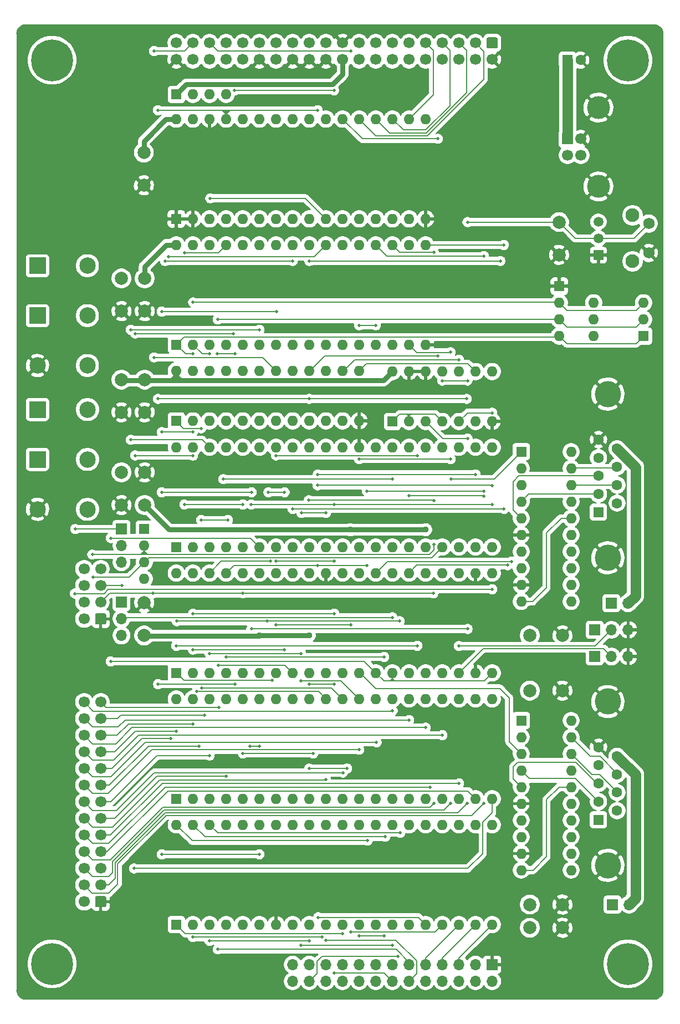
<source format=gbl>
G04 #@! TF.GenerationSoftware,KiCad,Pcbnew,5.1.10*
G04 #@! TF.CreationDate,2022-01-22T00:14:22-08:00*
G04 #@! TF.ProjectId,Z-FIGHTER_Mainboard,5a2d4649-4748-4544-9552-5f4d61696e62,rev?*
G04 #@! TF.SameCoordinates,Original*
G04 #@! TF.FileFunction,Copper,L2,Bot*
G04 #@! TF.FilePolarity,Positive*
%FSLAX46Y46*%
G04 Gerber Fmt 4.6, Leading zero omitted, Abs format (unit mm)*
G04 Created by KiCad (PCBNEW 5.1.10) date 2022-01-22 00:14:22*
%MOMM*%
%LPD*%
G01*
G04 APERTURE LIST*
G04 #@! TA.AperFunction,ComponentPad*
%ADD10O,1.600000X1.600000*%
G04 #@! TD*
G04 #@! TA.AperFunction,ComponentPad*
%ADD11R,1.600000X1.600000*%
G04 #@! TD*
G04 #@! TA.AperFunction,ComponentPad*
%ADD12C,1.700000*%
G04 #@! TD*
G04 #@! TA.AperFunction,ComponentPad*
%ADD13O,1.700000X1.700000*%
G04 #@! TD*
G04 #@! TA.AperFunction,ComponentPad*
%ADD14R,1.700000X1.700000*%
G04 #@! TD*
G04 #@! TA.AperFunction,ComponentPad*
%ADD15R,2.500000X2.500000*%
G04 #@! TD*
G04 #@! TA.AperFunction,ComponentPad*
%ADD16C,2.500000*%
G04 #@! TD*
G04 #@! TA.AperFunction,ComponentPad*
%ADD17C,4.000000*%
G04 #@! TD*
G04 #@! TA.AperFunction,ComponentPad*
%ADD18C,1.600000*%
G04 #@! TD*
G04 #@! TA.AperFunction,ComponentPad*
%ADD19C,3.500000*%
G04 #@! TD*
G04 #@! TA.AperFunction,ComponentPad*
%ADD20C,2.000000*%
G04 #@! TD*
G04 #@! TA.AperFunction,ComponentPad*
%ADD21C,6.400000*%
G04 #@! TD*
G04 #@! TA.AperFunction,ComponentPad*
%ADD22C,2.100000*%
G04 #@! TD*
G04 #@! TA.AperFunction,ComponentPad*
%ADD23C,1.750000*%
G04 #@! TD*
G04 #@! TA.AperFunction,ComponentPad*
%ADD24R,1.500000X1.500000*%
G04 #@! TD*
G04 #@! TA.AperFunction,ComponentPad*
%ADD25C,1.500000*%
G04 #@! TD*
G04 #@! TA.AperFunction,ViaPad*
%ADD26C,0.508000*%
G04 #@! TD*
G04 #@! TA.AperFunction,ViaPad*
%ADD27C,0.939800*%
G04 #@! TD*
G04 #@! TA.AperFunction,Conductor*
%ADD28C,0.203200*%
G04 #@! TD*
G04 #@! TA.AperFunction,Conductor*
%ADD29C,1.600000*%
G04 #@! TD*
G04 #@! TA.AperFunction,Conductor*
%ADD30C,0.762000*%
G04 #@! TD*
G04 #@! TA.AperFunction,Conductor*
%ADD31C,0.200000*%
G04 #@! TD*
G04 #@! TA.AperFunction,Conductor*
%ADD32C,0.100000*%
G04 #@! TD*
G04 APERTURE END LIST*
D10*
X92903600Y-92115800D03*
X141163600Y-107355800D03*
X95443600Y-92115800D03*
X138623600Y-107355800D03*
X97983600Y-92115800D03*
X136083600Y-107355800D03*
X100523600Y-92115800D03*
X133543600Y-107355800D03*
X103063600Y-92115800D03*
X131003600Y-107355800D03*
X105603600Y-92115800D03*
X128463600Y-107355800D03*
X108143600Y-92115800D03*
X125923600Y-107355800D03*
X110683600Y-92115800D03*
X123383600Y-107355800D03*
X113223600Y-92115800D03*
X120843600Y-107355800D03*
X115763600Y-92115800D03*
X118303600Y-107355800D03*
X118303600Y-92115800D03*
X115763600Y-107355800D03*
X120843600Y-92115800D03*
X113223600Y-107355800D03*
X123383600Y-92115800D03*
X110683600Y-107355800D03*
X125923600Y-92115800D03*
X108143600Y-107355800D03*
X128463600Y-92115800D03*
X105603600Y-107355800D03*
X131003600Y-92115800D03*
X103063600Y-107355800D03*
X133543600Y-92115800D03*
X100523600Y-107355800D03*
X136083600Y-92115800D03*
X97983600Y-107355800D03*
X138623600Y-92115800D03*
X95443600Y-107355800D03*
X141163600Y-92115800D03*
D11*
X92903600Y-107355800D03*
G04 #@! TA.AperFunction,ComponentPad*
G36*
G01*
X82200000Y-117730800D02*
X82200000Y-118930800D01*
G75*
G02*
X81950000Y-119180800I-250000J0D01*
G01*
X80750000Y-119180800D01*
G75*
G02*
X80500000Y-118930800I0J250000D01*
G01*
X80500000Y-117730800D01*
G75*
G02*
X80750000Y-117480800I250000J0D01*
G01*
X81950000Y-117480800D01*
G75*
G02*
X82200000Y-117730800I0J-250000D01*
G01*
G37*
G04 #@! TD.AperFunction*
D12*
X81350000Y-115790800D03*
X81350000Y-113250800D03*
X81350000Y-110710800D03*
X78810000Y-118330800D03*
X78810000Y-115790800D03*
X78810000Y-113250800D03*
X78810000Y-110710800D03*
D13*
X110683600Y-173660000D03*
X110683600Y-171120000D03*
X113223600Y-173660000D03*
X113223600Y-171120000D03*
X115763600Y-173660000D03*
X115763600Y-171120000D03*
X118303600Y-173660000D03*
X118303600Y-171120000D03*
X120843600Y-173660000D03*
X120843600Y-171120000D03*
X123383600Y-173660000D03*
X123383600Y-171120000D03*
X125923600Y-173660000D03*
X125923600Y-171120000D03*
X128463600Y-173660000D03*
X128463600Y-171120000D03*
X131003600Y-173660000D03*
X131003600Y-171120000D03*
X133543600Y-173660000D03*
X133543600Y-171120000D03*
X136083600Y-173660000D03*
X136083600Y-171120000D03*
X138623600Y-173660000D03*
X138623600Y-171120000D03*
X141163600Y-173660000D03*
D14*
X141163600Y-171120000D03*
D15*
X71700000Y-93970800D03*
D16*
X79320000Y-93970800D03*
X79318000Y-72025200D03*
D15*
X71698000Y-72025200D03*
X71700000Y-86350800D03*
D16*
X79320000Y-86350800D03*
X79320000Y-101590800D03*
X71700000Y-101590800D03*
X71698000Y-79645200D03*
X79318000Y-79645200D03*
X79318000Y-64405200D03*
D15*
X71698000Y-64405200D03*
D11*
X92903600Y-57250800D03*
D10*
X131003600Y-42010800D03*
X95443600Y-57250800D03*
X128463600Y-42010800D03*
X97983600Y-57250800D03*
X125923600Y-42010800D03*
X100523600Y-57250800D03*
X123383600Y-42010800D03*
X103063600Y-57250800D03*
X120843600Y-42010800D03*
X105603600Y-57250800D03*
X118303600Y-42010800D03*
X108143600Y-57250800D03*
X115763600Y-42010800D03*
X110683600Y-57250800D03*
X113223600Y-42010800D03*
X113223600Y-57250800D03*
X110683600Y-42010800D03*
X115763600Y-57250800D03*
X108143600Y-42010800D03*
X118303600Y-57250800D03*
X105603600Y-42010800D03*
X120843600Y-57250800D03*
X103063600Y-42010800D03*
X123383600Y-57250800D03*
X100523600Y-42010800D03*
X125923600Y-57250800D03*
X97983600Y-42010800D03*
X128463600Y-57250800D03*
X95443600Y-42010800D03*
X131003600Y-57250800D03*
X92903600Y-42010800D03*
G04 #@! TA.AperFunction,ComponentPad*
G36*
G01*
X82200000Y-160910800D02*
X82200000Y-162110800D01*
G75*
G02*
X81950000Y-162360800I-250000J0D01*
G01*
X80750000Y-162360800D01*
G75*
G02*
X80500000Y-162110800I0J250000D01*
G01*
X80500000Y-160910800D01*
G75*
G02*
X80750000Y-160660800I250000J0D01*
G01*
X81950000Y-160660800D01*
G75*
G02*
X82200000Y-160910800I0J-250000D01*
G01*
G37*
G04 #@! TD.AperFunction*
D12*
X81350000Y-158970800D03*
X81350000Y-156430800D03*
X81350000Y-153890800D03*
X81350000Y-151350800D03*
X81350000Y-148810800D03*
X81350000Y-146270800D03*
X81350000Y-143730800D03*
X81350000Y-141190800D03*
X81350000Y-138650800D03*
X81350000Y-136110800D03*
X81350000Y-133570800D03*
X81350000Y-131030800D03*
X78810000Y-161510800D03*
X78810000Y-158970800D03*
X78810000Y-156430800D03*
X78810000Y-153890800D03*
X78810000Y-151350800D03*
X78810000Y-148810800D03*
X78810000Y-146270800D03*
X78810000Y-143730800D03*
X78810000Y-141190800D03*
X78810000Y-138650800D03*
X78810000Y-136110800D03*
X78810000Y-133570800D03*
X78810000Y-131030800D03*
D11*
X145600000Y-92805000D03*
D10*
X153220000Y-115665000D03*
X145600000Y-95345000D03*
X153220000Y-113125000D03*
X145600000Y-97885000D03*
X153220000Y-110585000D03*
X145600000Y-100425000D03*
X153220000Y-108045000D03*
X145600000Y-102965000D03*
X153220000Y-105505000D03*
X145600000Y-105505000D03*
X153220000Y-102965000D03*
X145600000Y-108045000D03*
X153220000Y-100425000D03*
X145600000Y-110585000D03*
X153220000Y-97885000D03*
X145600000Y-113125000D03*
X153220000Y-95345000D03*
X145600000Y-115665000D03*
X153220000Y-92805000D03*
D17*
X158823600Y-84000000D03*
X158823600Y-109000000D03*
D18*
X160243600Y-92345000D03*
X160243600Y-95115000D03*
X160243600Y-97885000D03*
X160243600Y-100655000D03*
X157403600Y-90960000D03*
X157403600Y-93730000D03*
X157403600Y-96500000D03*
X157403600Y-99270000D03*
D11*
X157403600Y-102040000D03*
X157403600Y-149000000D03*
D18*
X157403600Y-146230000D03*
X157403600Y-143460000D03*
X157403600Y-140690000D03*
X157403600Y-137920000D03*
X160243600Y-147615000D03*
X160243600Y-144845000D03*
X160243600Y-142075000D03*
X160243600Y-139305000D03*
D17*
X158823600Y-155960000D03*
X158823600Y-130960000D03*
D12*
X92903600Y-32910000D03*
X95443600Y-32910000D03*
X97983600Y-32910000D03*
X100523600Y-32910000D03*
X103063600Y-32910000D03*
X105603600Y-32910000D03*
X108143600Y-32910000D03*
X110683600Y-32910000D03*
X113223600Y-32910000D03*
X115763600Y-32910000D03*
X118303600Y-32910000D03*
X120843600Y-32910000D03*
X123383600Y-32910000D03*
X125923600Y-32910000D03*
X128463600Y-32910000D03*
X131003600Y-32910000D03*
X133543600Y-32910000D03*
X136083600Y-32910000D03*
X138623600Y-32910000D03*
X141163600Y-32910000D03*
X92903600Y-30370000D03*
X95443600Y-30370000D03*
X97983600Y-30370000D03*
X100523600Y-30370000D03*
X103063600Y-30370000D03*
X105603600Y-30370000D03*
X108143600Y-30370000D03*
X110683600Y-30370000D03*
X113223600Y-30370000D03*
X115763600Y-30370000D03*
X118303600Y-30370000D03*
X120843600Y-30370000D03*
X123383600Y-30370000D03*
X125923600Y-30370000D03*
X128463600Y-30370000D03*
X131003600Y-30370000D03*
X133543600Y-30370000D03*
X136083600Y-30370000D03*
X138623600Y-30370000D03*
G04 #@! TA.AperFunction,ComponentPad*
G36*
G01*
X140563600Y-29520000D02*
X141763600Y-29520000D01*
G75*
G02*
X142013600Y-29770000I0J-250000D01*
G01*
X142013600Y-30970000D01*
G75*
G02*
X141763600Y-31220000I-250000J0D01*
G01*
X140563600Y-31220000D01*
G75*
G02*
X140313600Y-30970000I0J250000D01*
G01*
X140313600Y-29770000D01*
G75*
G02*
X140563600Y-29520000I250000J0D01*
G01*
G37*
G04 #@! TD.AperFunction*
D10*
X92903600Y-149770800D03*
X141163600Y-165010800D03*
X95443600Y-149770800D03*
X138623600Y-165010800D03*
X97983600Y-149770800D03*
X136083600Y-165010800D03*
X100523600Y-149770800D03*
X133543600Y-165010800D03*
X103063600Y-149770800D03*
X131003600Y-165010800D03*
X105603600Y-149770800D03*
X128463600Y-165010800D03*
X108143600Y-149770800D03*
X125923600Y-165010800D03*
X110683600Y-149770800D03*
X123383600Y-165010800D03*
X113223600Y-149770800D03*
X120843600Y-165010800D03*
X115763600Y-149770800D03*
X118303600Y-165010800D03*
X118303600Y-149770800D03*
X115763600Y-165010800D03*
X120843600Y-149770800D03*
X113223600Y-165010800D03*
X123383600Y-149770800D03*
X110683600Y-165010800D03*
X125923600Y-149770800D03*
X108143600Y-165010800D03*
X128463600Y-149770800D03*
X105603600Y-165010800D03*
X131003600Y-149770800D03*
X103063600Y-165010800D03*
X133543600Y-149770800D03*
X100523600Y-165010800D03*
X136083600Y-149770800D03*
X97983600Y-165010800D03*
X138623600Y-149770800D03*
X95443600Y-165010800D03*
X141163600Y-149770800D03*
D11*
X92903600Y-165010800D03*
D10*
X92903600Y-130552800D03*
X141163600Y-145792800D03*
X95443600Y-130552800D03*
X138623600Y-145792800D03*
X97983600Y-130552800D03*
X136083600Y-145792800D03*
X100523600Y-130552800D03*
X133543600Y-145792800D03*
X103063600Y-130552800D03*
X131003600Y-145792800D03*
X105603600Y-130552800D03*
X128463600Y-145792800D03*
X108143600Y-130552800D03*
X125923600Y-145792800D03*
X110683600Y-130552800D03*
X123383600Y-145792800D03*
X113223600Y-130552800D03*
X120843600Y-145792800D03*
X115763600Y-130552800D03*
X118303600Y-145792800D03*
X118303600Y-130552800D03*
X115763600Y-145792800D03*
X120843600Y-130552800D03*
X113223600Y-145792800D03*
X123383600Y-130552800D03*
X110683600Y-145792800D03*
X125923600Y-130552800D03*
X108143600Y-145792800D03*
X128463600Y-130552800D03*
X105603600Y-145792800D03*
X131003600Y-130552800D03*
X103063600Y-145792800D03*
X133543600Y-130552800D03*
X100523600Y-145792800D03*
X136083600Y-130552800D03*
X97983600Y-145792800D03*
X138623600Y-130552800D03*
X95443600Y-145792800D03*
X141163600Y-130552800D03*
D11*
X92903600Y-145792800D03*
X92903600Y-76469100D03*
D10*
X131003600Y-61229100D03*
X95443600Y-76469100D03*
X128463600Y-61229100D03*
X97983600Y-76469100D03*
X125923600Y-61229100D03*
X100523600Y-76469100D03*
X123383600Y-61229100D03*
X103063600Y-76469100D03*
X120843600Y-61229100D03*
X105603600Y-76469100D03*
X118303600Y-61229100D03*
X108143600Y-76469100D03*
X115763600Y-61229100D03*
X110683600Y-76469100D03*
X113223600Y-61229100D03*
X113223600Y-76469100D03*
X110683600Y-61229100D03*
X115763600Y-76469100D03*
X108143600Y-61229100D03*
X118303600Y-76469100D03*
X105603600Y-61229100D03*
X120843600Y-76469100D03*
X103063600Y-61229100D03*
X123383600Y-76469100D03*
X100523600Y-61229100D03*
X125923600Y-76469100D03*
X97983600Y-61229100D03*
X128463600Y-76469100D03*
X95443600Y-61229100D03*
X131003600Y-76469100D03*
X92903600Y-61229100D03*
D11*
X125923600Y-88167500D03*
D10*
X141163600Y-80547500D03*
X128463600Y-88167500D03*
X138623600Y-80547500D03*
X131003600Y-88167500D03*
X136083600Y-80547500D03*
X133543600Y-88167500D03*
X133543600Y-80547500D03*
X136083600Y-88167500D03*
X131003600Y-80547500D03*
X138623600Y-88167500D03*
X128463600Y-80547500D03*
X141163600Y-88167500D03*
X125923600Y-80547500D03*
D11*
X92903600Y-126573800D03*
D10*
X141163600Y-111333800D03*
X95443600Y-126573800D03*
X138623600Y-111333800D03*
X97983600Y-126573800D03*
X136083600Y-111333800D03*
X100523600Y-126573800D03*
X133543600Y-111333800D03*
X103063600Y-126573800D03*
X131003600Y-111333800D03*
X105603600Y-126573800D03*
X128463600Y-111333800D03*
X108143600Y-126573800D03*
X125923600Y-111333800D03*
X110683600Y-126573800D03*
X123383600Y-111333800D03*
X113223600Y-126573800D03*
X120843600Y-111333800D03*
X115763600Y-126573800D03*
X118303600Y-111333800D03*
X118303600Y-126573800D03*
X115763600Y-111333800D03*
X120843600Y-126573800D03*
X113223600Y-111333800D03*
X123383600Y-126573800D03*
X110683600Y-111333800D03*
X125923600Y-126573800D03*
X108143600Y-111333800D03*
X128463600Y-126573800D03*
X105603600Y-111333800D03*
X131003600Y-126573800D03*
X103063600Y-111333800D03*
X133543600Y-126573800D03*
X100523600Y-111333800D03*
X136083600Y-126573800D03*
X97983600Y-111333800D03*
X138623600Y-126573800D03*
X95443600Y-111333800D03*
X141163600Y-126573800D03*
X92903600Y-111333800D03*
D14*
X152673600Y-45010800D03*
D12*
X152673600Y-47510800D03*
X154673600Y-47510800D03*
X154673600Y-45010800D03*
D19*
X157383600Y-40240800D03*
X157383600Y-52280800D03*
D20*
X151373600Y-62730800D03*
X151373600Y-57730800D03*
X88070600Y-86787500D03*
X88070600Y-81787500D03*
D21*
X161903600Y-33010800D03*
X73903600Y-33010800D03*
D20*
X84530600Y-95960800D03*
X84530600Y-100960800D03*
X88070600Y-71344100D03*
X88070600Y-66344100D03*
X87943600Y-47125800D03*
X87943600Y-52125800D03*
X88070600Y-100960800D03*
X88070600Y-95960800D03*
X88002800Y-115870800D03*
X88002800Y-120870800D03*
D21*
X161903600Y-171010800D03*
X73903600Y-171010800D03*
D22*
X162603600Y-56705800D03*
D23*
X165093600Y-57955800D03*
X165093600Y-62455800D03*
D22*
X162603600Y-63715800D03*
D11*
X92903600Y-88087500D03*
D10*
X120843600Y-80467500D03*
X95443600Y-88087500D03*
X118303600Y-80467500D03*
X97983600Y-88087500D03*
X115763600Y-80467500D03*
X100523600Y-88087500D03*
X113223600Y-80467500D03*
X103063600Y-88087500D03*
X110683600Y-80467500D03*
X105603600Y-88087500D03*
X108143600Y-80467500D03*
X108143600Y-88087500D03*
X105603600Y-80467500D03*
X110683600Y-88087500D03*
X103063600Y-80467500D03*
X113223600Y-88087500D03*
X100523600Y-80467500D03*
X115763600Y-88087500D03*
X97983600Y-80467500D03*
X118303600Y-88087500D03*
X95443600Y-80467500D03*
X120843600Y-88087500D03*
X92903600Y-80467500D03*
D11*
X164283600Y-75130800D03*
D10*
X156663600Y-70050800D03*
X164283600Y-72590800D03*
X156663600Y-72590800D03*
X164283600Y-70050800D03*
X156663600Y-75130800D03*
D11*
X151403600Y-67510800D03*
D10*
X151403600Y-70050800D03*
X151403600Y-72590800D03*
X151403600Y-75130800D03*
D11*
X92903600Y-38240200D03*
D10*
X95443600Y-38240200D03*
X97983600Y-38240200D03*
X100523600Y-38240200D03*
D20*
X146900000Y-165500000D03*
X151900000Y-165500000D03*
X84530600Y-86787500D03*
X84530600Y-81787500D03*
D10*
X153220000Y-133845000D03*
X145600000Y-156705000D03*
X153220000Y-136385000D03*
X145600000Y-154165000D03*
X153220000Y-138925000D03*
X145600000Y-151625000D03*
X153220000Y-141465000D03*
X145600000Y-149085000D03*
X153220000Y-144005000D03*
X145600000Y-146545000D03*
X153220000Y-146545000D03*
X145600000Y-144005000D03*
X153220000Y-149085000D03*
X145600000Y-141465000D03*
X153220000Y-151625000D03*
X145600000Y-138925000D03*
X153220000Y-154165000D03*
X145600000Y-136385000D03*
X153220000Y-156705000D03*
D11*
X145600000Y-133845000D03*
D20*
X146900000Y-161950000D03*
X151900000Y-161950000D03*
X146900000Y-120870800D03*
X151900000Y-120870800D03*
X151900000Y-129276800D03*
X146900000Y-129276800D03*
D11*
X152673600Y-33000000D03*
D18*
X154673600Y-33000000D03*
D14*
X84530600Y-115790800D03*
D13*
X84530600Y-118330800D03*
X84530600Y-120870800D03*
D24*
X157383600Y-62770800D03*
D25*
X157383600Y-57690800D03*
X157383600Y-60230800D03*
D20*
X84530600Y-66344100D03*
X84530600Y-71344100D03*
D13*
X84530600Y-109682300D03*
X84530600Y-107142300D03*
D14*
X84530600Y-104602300D03*
D13*
X161933600Y-124069800D03*
X159393600Y-124069800D03*
D14*
X156853600Y-124069800D03*
X156853600Y-119994500D03*
D13*
X159393600Y-119994500D03*
X161933600Y-119994500D03*
D14*
X159552350Y-161950000D03*
D13*
X162092350Y-161950000D03*
D14*
X159390600Y-115941800D03*
D13*
X161930600Y-115941800D03*
D11*
X88002800Y-104602300D03*
D10*
X88002800Y-107142300D03*
X88002800Y-109682300D03*
X88002800Y-112222300D03*
D26*
X128463600Y-99540800D03*
X139873600Y-99590798D03*
X137390005Y-57729995D03*
X137390005Y-81940004D03*
X133543600Y-81940004D03*
X77400000Y-114450800D03*
X141170000Y-113809601D03*
X129710002Y-122440000D03*
X92903600Y-122440000D03*
X107580000Y-127710000D03*
X96015633Y-129433263D03*
X142970000Y-101535082D03*
X95460000Y-123020000D03*
X142950000Y-61230000D03*
X109400000Y-123020000D03*
X110683600Y-101535000D03*
X113153600Y-100220800D03*
X132233600Y-100230800D03*
X111953600Y-127771569D03*
X97990000Y-123599998D03*
X132233600Y-62350062D03*
X111953600Y-123600000D03*
X123383600Y-73487800D03*
X100540000Y-124160000D03*
X124660000Y-124150000D03*
X120843600Y-73487800D03*
X103079999Y-114435199D03*
X132160000Y-114435199D03*
X89303600Y-114435199D03*
X100103600Y-96990800D03*
X125923600Y-97000799D03*
X99290000Y-125438810D03*
X103073600Y-138880800D03*
X113823600Y-138880800D03*
X114500000Y-97940000D03*
X141150000Y-97940800D03*
X113240000Y-63670002D03*
X142400000Y-63670002D03*
X106973600Y-99000000D03*
X109443600Y-99000000D03*
X117033600Y-100865000D03*
X104350000Y-100865012D03*
X141163600Y-100865000D03*
X139873600Y-98789587D03*
X139870000Y-62920002D03*
X114490000Y-110164700D03*
X122020000Y-110164700D03*
X122020015Y-98819987D03*
X108150119Y-93372998D03*
X129720000Y-93370002D03*
X96750000Y-128870000D03*
X107260000Y-109537611D03*
X113223600Y-128330379D03*
X117033600Y-128330800D03*
X134810000Y-77610000D03*
X120850000Y-93928812D03*
X134813600Y-93930000D03*
X117040000Y-117530004D03*
X95470000Y-117530000D03*
X127039996Y-118680000D03*
X92943600Y-118679610D03*
X106821590Y-118679610D03*
X99233600Y-168790800D03*
X115763600Y-167400800D03*
X127100000Y-151000008D03*
X117037000Y-172410800D03*
X124800000Y-151600000D03*
X120853600Y-166771998D03*
X124672560Y-166771998D03*
X122100000Y-152200000D03*
X118333600Y-166356990D03*
X119533600Y-166140804D03*
X95443600Y-166926614D03*
X115163600Y-166940800D03*
X114590000Y-163900000D03*
X97973600Y-167486608D03*
X113213600Y-167486608D03*
X126738361Y-169843439D03*
X111953600Y-168185800D03*
X125923600Y-168191990D03*
X125953600Y-132360800D03*
X99450000Y-131850000D03*
X128463600Y-133783800D03*
X97200000Y-133070800D03*
X131003607Y-134939507D03*
X95443600Y-134358190D03*
X133543600Y-136095200D03*
X92923600Y-135498317D03*
X123500800Y-137190302D03*
X92030200Y-136631990D03*
X120843598Y-138310800D03*
X96386300Y-137749610D03*
X118350000Y-141800000D03*
X97987318Y-139188540D03*
X115770000Y-142891190D03*
X100523612Y-142358810D03*
X131650000Y-144050000D03*
X136099994Y-143450000D03*
X132270000Y-146510800D03*
X134810000Y-146510800D03*
X86430000Y-156440000D03*
X139880000Y-146510800D03*
X137350000Y-146510800D03*
X114500000Y-40650800D03*
X101883600Y-128310000D03*
X90100000Y-40650000D03*
X90120000Y-128310000D03*
X137290000Y-84730000D03*
X90111200Y-84730000D03*
X113223600Y-84730000D03*
X115763600Y-102158500D03*
X112000000Y-102158502D03*
X101803600Y-37599810D03*
X117003600Y-37599810D03*
X108143600Y-119239100D03*
X118980000Y-141180000D03*
X113229998Y-141190000D03*
X108143600Y-109537611D03*
X119573600Y-119239100D03*
X119600000Y-31580800D03*
X117010000Y-109537620D03*
X98100000Y-54100000D03*
X89519998Y-78390000D03*
X89520013Y-31610800D03*
X94200000Y-62400002D03*
X96719000Y-89220000D03*
X100783000Y-103241800D03*
X96719000Y-103241800D03*
X86620880Y-93369000D03*
X95443600Y-93389002D03*
X101631000Y-74743000D03*
X86620880Y-74743000D03*
X132850000Y-45010800D03*
X132850000Y-78207579D03*
X91750000Y-62990002D03*
X110670000Y-63670002D03*
X91189189Y-63670000D03*
X108200002Y-71400000D03*
X90670000Y-71410000D03*
X90670000Y-89807844D03*
X95443600Y-89807818D03*
X105603600Y-74184200D03*
X85959600Y-90985800D03*
X85959600Y-74184200D03*
X101853600Y-77867798D03*
X99143600Y-77867798D03*
X94133600Y-100865000D03*
X103063600Y-100865000D03*
X138630000Y-96270000D03*
X114520000Y-96280000D03*
X105600000Y-154290000D03*
X104400000Y-99000000D03*
X90670000Y-99000000D03*
X90690000Y-154300000D03*
X105610000Y-137749610D03*
X104373600Y-119866920D03*
X137410000Y-119865511D03*
X137400000Y-90790000D03*
X104183600Y-137749610D03*
X141163593Y-86850000D03*
X136083611Y-78766389D03*
D27*
X113223600Y-120870800D03*
X105603600Y-120870800D03*
X119515510Y-104702290D03*
X131003600Y-104702290D03*
D26*
X134849998Y-96950000D03*
X144110000Y-109567800D03*
X95423598Y-77867798D03*
X95472000Y-69995300D03*
X97973600Y-77867798D03*
X99230000Y-72589996D03*
D27*
X108150000Y-140380000D03*
D26*
X143519298Y-110126610D03*
X77464001Y-104606800D03*
X136090000Y-122470800D03*
X80156439Y-111994639D03*
X125923600Y-118094200D03*
X82878600Y-124820800D03*
X82878600Y-105987499D03*
X132253600Y-106960800D03*
X80070601Y-108511401D03*
X84587600Y-113250800D03*
D28*
X128463600Y-99540800D02*
X139863592Y-99540800D01*
X139863592Y-99540800D02*
X139913590Y-99590798D01*
X165093600Y-57955800D02*
X165093600Y-57755800D01*
X133649996Y-81940004D02*
X137170000Y-81940004D01*
X137390810Y-57730800D02*
X137390005Y-57729995D01*
X151373600Y-57730800D02*
X137390810Y-57730800D01*
X127028401Y-87062699D02*
X125923600Y-88167500D01*
X133543600Y-88167500D02*
X132438799Y-87062699D01*
X128463600Y-87070800D02*
X128455499Y-87062699D01*
X128463600Y-88167500D02*
X128463600Y-87070800D01*
X128463600Y-87370800D02*
X128155499Y-87062699D01*
X128463600Y-88167500D02*
X128463600Y-87370800D01*
X128155499Y-87062699D02*
X127028401Y-87062699D01*
X128455499Y-87062699D02*
X128155499Y-87062699D01*
X128463600Y-87350800D02*
X128751701Y-87062699D01*
X128463600Y-88167500D02*
X128463600Y-87350800D01*
X128751701Y-87062699D02*
X128455499Y-87062699D01*
X132438799Y-87062699D02*
X128751701Y-87062699D01*
X162818600Y-60230800D02*
X165093600Y-57955800D01*
X153873600Y-60230800D02*
X162818600Y-60230800D01*
X151373600Y-57730800D02*
X153873600Y-60230800D01*
X81859106Y-114450800D02*
X77400000Y-114450800D01*
X82500305Y-113809601D02*
X81859106Y-114450800D01*
X141170000Y-113809601D02*
X82500305Y-113809601D01*
X107580000Y-127710000D02*
X107550000Y-127740000D01*
X107550000Y-127740000D02*
X94069800Y-127740000D01*
X94069800Y-127740000D02*
X92903600Y-126573800D01*
X129710002Y-122440000D02*
X92957216Y-122440000D01*
X96017374Y-129431522D02*
X96015633Y-129433263D01*
X131003600Y-61229100D02*
X142949100Y-61229100D01*
X142949100Y-61229100D02*
X142950000Y-61230000D01*
X114644063Y-129433263D02*
X115763600Y-130552800D01*
X96015633Y-129433263D02*
X114644063Y-129433263D01*
X95460000Y-123020000D02*
X109400000Y-123020000D01*
X142970000Y-101535082D02*
X110710082Y-101535082D01*
X110710082Y-101535082D02*
X110710000Y-101535000D01*
X128463600Y-30510800D02*
X128604400Y-30510800D01*
X132223600Y-100220800D02*
X132233600Y-100230800D01*
X113153600Y-100220800D02*
X132223600Y-100220800D01*
X118062369Y-127771569D02*
X120843600Y-130552800D01*
X111953600Y-127771569D02*
X118062369Y-127771569D01*
X133543600Y-30370000D02*
X133543600Y-30510800D01*
X132193514Y-62390086D02*
X132233600Y-62350000D01*
X132233600Y-62350000D02*
X132233600Y-62350062D01*
X125923600Y-61229100D02*
X127044562Y-62350062D01*
X127044562Y-62350062D02*
X132233600Y-62350062D01*
X97990000Y-123599998D02*
X111953598Y-123599998D01*
X111953598Y-123599998D02*
X111953600Y-123600000D01*
X134698401Y-31524801D02*
X133543600Y-30370000D01*
X134698401Y-39951105D02*
X134698401Y-31524801D01*
X130982295Y-43667211D02*
X134698401Y-39951105D01*
X127580011Y-43667211D02*
X130982295Y-43667211D01*
X125923600Y-42010800D02*
X127580011Y-43667211D01*
X138623600Y-30166122D02*
X138623600Y-30510800D01*
X124290790Y-124160000D02*
X124300790Y-124150000D01*
X124300790Y-124150000D02*
X124660000Y-124150000D01*
X100540000Y-124160000D02*
X124290790Y-124160000D01*
X139900000Y-31646400D02*
X138623600Y-30370000D01*
X139900000Y-35899006D02*
X139900000Y-31646400D01*
X131238206Y-44560800D02*
X139900000Y-35899006D01*
X123393600Y-44560800D02*
X131238206Y-44560800D01*
X120843600Y-42010800D02*
X123393600Y-44560800D01*
X120843600Y-73487800D02*
X123383600Y-73487800D01*
X103079999Y-114435199D02*
X132160000Y-114435199D01*
X82705601Y-114435199D02*
X81350000Y-115790800D01*
X89327999Y-114435199D02*
X89303600Y-114410800D01*
X89379201Y-114435199D02*
X89327999Y-114435199D01*
X103079999Y-114435199D02*
X89379201Y-114435199D01*
X89379201Y-114435199D02*
X82705601Y-114435199D01*
X100103600Y-96990800D02*
X125913601Y-96990800D01*
X125913601Y-96990800D02*
X125923600Y-97000799D01*
X110683600Y-126573800D02*
X109518610Y-125408810D01*
X99320000Y-125408810D02*
X99290000Y-125438810D01*
X109518610Y-125408810D02*
X99320000Y-125408810D01*
X103073600Y-138880800D02*
X113823600Y-138880800D01*
X141149200Y-97940000D02*
X141150000Y-97940800D01*
X114500000Y-97940000D02*
X141149200Y-97940000D01*
X113240002Y-63670002D02*
X142400000Y-63670002D01*
X113240000Y-63670000D02*
X113240002Y-63670002D01*
X106973600Y-99000000D02*
X109443600Y-99000000D01*
X104350000Y-100865012D02*
X104350012Y-100865000D01*
X104350012Y-100865000D02*
X141150002Y-100865000D01*
X136083600Y-30370000D02*
X136083600Y-30510800D01*
X123383600Y-61229100D02*
X125074502Y-62920002D01*
X125074502Y-62920002D02*
X139870000Y-62920002D01*
X122019998Y-110080000D02*
X122020000Y-110079998D01*
X114490000Y-110164700D02*
X122019998Y-110164700D01*
X101692700Y-110164700D02*
X100523600Y-111333800D01*
X114490000Y-110164700D02*
X101692700Y-110164700D01*
X137238401Y-31524801D02*
X136083600Y-30370000D01*
X137238401Y-37985855D02*
X137238401Y-31524801D01*
X131113456Y-44110800D02*
X137238401Y-37985855D01*
X123383600Y-42010800D02*
X125483600Y-44110800D01*
X125483600Y-44110800D02*
X131113456Y-44110800D01*
X139873600Y-98789587D02*
X139843200Y-98819987D01*
X139843200Y-98819987D02*
X122020015Y-98819987D01*
X120492972Y-93370002D02*
X129720000Y-93370002D01*
X120489976Y-93372998D02*
X120492972Y-93370002D01*
X108150119Y-93372998D02*
X120489976Y-93372998D01*
X96770000Y-128890000D02*
X96750000Y-128870000D01*
X116640800Y-128890000D02*
X96770000Y-128890000D01*
X118303600Y-130552800D02*
X116640800Y-128890000D01*
X99779789Y-109537611D02*
X107260000Y-109537611D01*
X97983600Y-111333800D02*
X99779789Y-109537611D01*
X132158401Y-38315999D02*
X128463600Y-42010800D01*
X132158401Y-31524801D02*
X132158401Y-38315999D01*
X131003600Y-30370000D02*
X132158401Y-31524801D01*
X117033179Y-128330379D02*
X117033600Y-128330800D01*
X113224021Y-128330800D02*
X113223600Y-128330379D01*
X117033600Y-128330800D02*
X113224021Y-128330800D01*
X120850000Y-93928812D02*
X134812412Y-93928812D01*
X134812412Y-93928812D02*
X134813600Y-93930000D01*
X134769996Y-77630000D02*
X134810000Y-77589996D01*
X129624500Y-77630000D02*
X134769996Y-77630000D01*
X128463600Y-76469100D02*
X129624500Y-77630000D01*
X117039996Y-117530000D02*
X117040000Y-117530004D01*
X95470000Y-117530000D02*
X117039996Y-117530000D01*
X127039606Y-118679610D02*
X127039996Y-118680000D01*
X106821590Y-118679610D02*
X127039606Y-118679610D01*
X106821590Y-118679610D02*
X92943600Y-118679610D01*
D29*
X161930600Y-115933500D02*
X161930600Y-115941800D01*
X161933600Y-115930500D02*
X161930600Y-115933500D01*
X163074500Y-95175900D02*
X160243600Y-92345000D01*
X163074500Y-114797900D02*
X163074500Y-95175900D01*
X161930600Y-115941800D02*
X163074500Y-114797900D01*
D28*
X141163600Y-165010800D02*
X141083600Y-165010800D01*
X136083600Y-170090800D02*
X141163600Y-165010800D01*
X136083600Y-171011560D02*
X136083600Y-170090800D01*
X138623600Y-165010800D02*
X138543600Y-165010800D01*
X133543600Y-170090800D02*
X138623600Y-165010800D01*
X133543600Y-171011560D02*
X133543600Y-170090800D01*
X136083600Y-165010800D02*
X136003600Y-165010800D01*
X131003600Y-170090800D02*
X136083600Y-165010800D01*
X131003600Y-171011560D02*
X131003600Y-170090800D01*
X99273600Y-168790800D02*
X126476000Y-168790800D01*
X128463600Y-170778400D02*
X128463600Y-171011560D01*
X126476000Y-168790800D02*
X128463600Y-170778400D01*
X115763600Y-167400800D02*
X126463600Y-167400800D01*
X126463600Y-167400800D02*
X129620000Y-170557200D01*
X129620000Y-170557200D02*
X129620000Y-172467420D01*
X129620000Y-172467420D02*
X128535860Y-173551560D01*
X128535860Y-173551560D02*
X128463600Y-173551560D01*
X97983600Y-149770800D02*
X99212808Y-151000008D01*
X99212808Y-151000008D02*
X127100000Y-151000008D01*
X124674400Y-172410800D02*
X117150000Y-172410800D01*
X125923600Y-173660000D02*
X124674400Y-172410800D01*
X95443600Y-149770800D02*
X97272800Y-151600000D01*
X97272800Y-151600000D02*
X124800000Y-151600000D01*
X120843608Y-166841990D02*
X120843600Y-166841998D01*
X120853600Y-166771998D02*
X124672560Y-166771998D01*
X124672560Y-166771998D02*
X124672552Y-166771990D01*
X124672552Y-166771990D02*
X120853608Y-166771990D01*
X95332800Y-152200000D02*
X122100000Y-152200000D01*
X92903600Y-149770800D02*
X95332800Y-152200000D01*
X92903600Y-165010800D02*
X94260600Y-166367800D01*
X94260600Y-166367800D02*
X118322790Y-166367800D01*
X118322790Y-166367800D02*
X118333600Y-166356990D01*
X133543600Y-165010800D02*
X132413596Y-166140804D01*
X132413596Y-166140804D02*
X119533600Y-166140804D01*
X95443600Y-166926614D02*
X115149414Y-166926614D01*
X115149414Y-166926614D02*
X115163600Y-166940800D01*
X129892800Y-163900000D02*
X114493600Y-163900000D01*
X131003600Y-165010800D02*
X129892800Y-163900000D01*
X97963600Y-167486608D02*
X113213600Y-167486608D01*
X113223600Y-173853820D02*
X113223600Y-173623820D01*
X113223600Y-173660000D02*
X114380000Y-172503600D01*
X114380000Y-172503600D02*
X114380000Y-170644800D01*
X115181361Y-169843439D02*
X126738361Y-169843439D01*
X114380000Y-170644800D02*
X115181361Y-169843439D01*
X125923600Y-168191990D02*
X124733148Y-168191990D01*
X125917410Y-168185800D02*
X125923600Y-168191990D01*
X111953600Y-168185800D02*
X125917410Y-168185800D01*
X125905599Y-132408801D02*
X125953600Y-132360800D01*
X78810000Y-131030800D02*
X80188001Y-132408801D01*
X80188001Y-132408801D02*
X125905599Y-132408801D01*
X81438400Y-131030800D02*
X81438400Y-131119200D01*
X81438400Y-131119200D02*
X82169200Y-131850000D01*
X82169200Y-131850000D02*
X99450000Y-131850000D01*
X78810000Y-133570800D02*
X78593600Y-133570800D01*
X80080000Y-134840800D02*
X78810000Y-133570800D01*
X85086200Y-133783800D02*
X84029200Y-134840800D01*
X84029200Y-134840800D02*
X80080000Y-134840800D01*
X128463600Y-133783800D02*
X85086200Y-133783800D01*
X81133600Y-133570800D02*
X81923600Y-133570800D01*
X83939200Y-133570800D02*
X81350000Y-133570800D01*
X84439200Y-133070800D02*
X83939200Y-133570800D01*
X97200000Y-133070800D02*
X84439200Y-133070800D01*
X80819800Y-137405800D02*
X80948600Y-137405800D01*
X86120493Y-134939507D02*
X131003607Y-134939507D01*
X83654200Y-137405800D02*
X86120493Y-134939507D01*
X80948600Y-137405800D02*
X83654200Y-137405800D01*
X78810000Y-136110800D02*
X78593600Y-136110800D01*
X80105000Y-137405800D02*
X78810000Y-136110800D01*
X80948600Y-137405800D02*
X80105000Y-137405800D01*
X83859200Y-136110800D02*
X81438400Y-136110800D01*
X85611810Y-134358190D02*
X83859200Y-136110800D01*
X95443600Y-134358190D02*
X85611810Y-134358190D01*
X78810000Y-138650800D02*
X78593600Y-138650800D01*
X133543600Y-136095200D02*
X133521589Y-136073189D01*
X83300000Y-139920000D02*
X80079200Y-139920000D01*
X133521589Y-136073189D02*
X87146811Y-136073189D01*
X87146811Y-136073189D02*
X83300000Y-139920000D01*
X80079200Y-139920000D02*
X78810000Y-138650800D01*
X86631683Y-135498317D02*
X92923600Y-135498317D01*
X83479200Y-138650800D02*
X86631683Y-135498317D01*
X81438400Y-138650800D02*
X83479200Y-138650800D01*
X78810000Y-141190800D02*
X78593600Y-141190800D01*
X80089200Y-142470000D02*
X78810000Y-141190800D01*
X82880000Y-142470000D02*
X80089200Y-142470000D01*
X88159200Y-137190800D02*
X82880000Y-142470000D01*
X123500302Y-137190800D02*
X88159200Y-137190800D01*
X123500800Y-137190302D02*
X123500302Y-137190800D01*
X81438400Y-141190800D02*
X83099200Y-141190800D01*
X83099200Y-141190800D02*
X87658010Y-136631990D01*
X87658010Y-136631990D02*
X92030200Y-136631990D01*
X78593600Y-143730800D02*
X78810000Y-143730800D01*
X89169200Y-138310800D02*
X120843598Y-138310800D01*
X82484200Y-144995800D02*
X89169200Y-138310800D01*
X80075000Y-144995800D02*
X82484200Y-144995800D01*
X78810000Y-143730800D02*
X80075000Y-144995800D01*
X88660390Y-137749610D02*
X96386300Y-137749610D01*
X82679200Y-143730800D02*
X88660390Y-137749610D01*
X81438400Y-143730800D02*
X82679200Y-143730800D01*
X78593600Y-146270800D02*
X78810000Y-146270800D01*
X78810000Y-146270800D02*
X80107200Y-147568000D01*
X80107200Y-147568000D02*
X83782000Y-147568000D01*
X83782000Y-147568000D02*
X89550000Y-141800000D01*
X89550000Y-141800000D02*
X118350000Y-141800000D01*
X89961460Y-139188540D02*
X97987318Y-139188540D01*
X82879200Y-146270800D02*
X89961460Y-139188540D01*
X81438400Y-146270800D02*
X82879200Y-146270800D01*
X115741194Y-142919996D02*
X115770000Y-142891190D01*
X90360004Y-142919996D02*
X115741194Y-142919996D01*
X83184200Y-150095800D02*
X90360004Y-142919996D01*
X80095000Y-150095800D02*
X83184200Y-150095800D01*
X78810000Y-148810800D02*
X80095000Y-150095800D01*
X78593600Y-148810800D02*
X78810000Y-148810800D01*
X89951190Y-142358810D02*
X100523612Y-142358810D01*
X83499200Y-148810800D02*
X89951190Y-142358810D01*
X81438400Y-148810800D02*
X83499200Y-148810800D01*
X78593600Y-151350800D02*
X78810000Y-151350800D01*
X91160000Y-144050000D02*
X131650000Y-144050000D01*
X82584200Y-152625800D02*
X91160000Y-144050000D01*
X80085000Y-152625800D02*
X82584200Y-152625800D01*
X78810000Y-151350800D02*
X80085000Y-152625800D01*
X90740000Y-143450000D02*
X136099994Y-143450000D01*
X82839200Y-151350800D02*
X90740000Y-143450000D01*
X81438400Y-151350800D02*
X82839200Y-151350800D01*
X78810000Y-153890800D02*
X78593600Y-153890800D01*
X80089200Y-155170000D02*
X78810000Y-153890800D01*
X90858580Y-147111567D02*
X82800147Y-155170000D01*
X131669233Y-147111567D02*
X90858580Y-147111567D01*
X82800147Y-155170000D02*
X80089200Y-155170000D01*
X132270000Y-146510800D02*
X131669233Y-147111567D01*
X81350000Y-153890800D02*
X81438400Y-153890800D01*
X82349200Y-153890800D02*
X81350000Y-153890800D01*
X91602801Y-144637199D02*
X82349200Y-153890800D01*
X137467999Y-144637199D02*
X91602801Y-144637199D01*
X138623600Y-145792800D02*
X137467999Y-144637199D01*
X78593600Y-156430800D02*
X78810000Y-156430800D01*
X134810000Y-146510800D02*
X134850000Y-146510800D01*
X133802822Y-147517978D02*
X134810000Y-146510800D01*
X91026920Y-147517978D02*
X133802822Y-147517978D01*
X83143600Y-155401298D02*
X91026920Y-147517978D01*
X83143600Y-157100800D02*
X83143600Y-155401298D01*
X82543600Y-157700800D02*
X83143600Y-157100800D01*
X80080000Y-157700800D02*
X82543600Y-157700800D01*
X78810000Y-156430800D02*
X80080000Y-157700800D01*
X137450000Y-156440000D02*
X86430000Y-156440000D01*
X139728401Y-154161599D02*
X137450000Y-156440000D01*
X139728401Y-149352399D02*
X139728401Y-154161599D01*
X141163600Y-147917200D02*
X139728401Y-149352399D01*
X141163600Y-145792800D02*
X141163600Y-147917200D01*
X78810000Y-158970800D02*
X78593600Y-158970800D01*
X80059200Y-160220000D02*
X78810000Y-158970800D01*
X82554400Y-160220000D02*
X80059200Y-160220000D01*
X83956422Y-155737978D02*
X83956422Y-158817978D01*
X91363600Y-148330800D02*
X83956422Y-155737978D01*
X138060000Y-148330800D02*
X91363600Y-148330800D01*
X83956422Y-158817978D02*
X82554400Y-160220000D01*
X139880000Y-146510800D02*
X138060000Y-148330800D01*
X135936411Y-147924389D02*
X137350000Y-146510800D01*
X91195260Y-147924389D02*
X135936411Y-147924389D01*
X83550011Y-157964389D02*
X83550011Y-155569638D01*
X82543600Y-158970800D02*
X83550011Y-157964389D01*
X83550011Y-155569638D02*
X91195260Y-147924389D01*
X81438400Y-158970800D02*
X82543600Y-158970800D01*
X113260000Y-88051100D02*
X113223600Y-88087500D01*
X100560000Y-41974400D02*
X100523600Y-42010800D01*
X113240000Y-88071100D02*
X113223600Y-88087500D01*
X137290000Y-84730000D02*
X90111200Y-84730000D01*
X114499200Y-40650000D02*
X114500000Y-40650800D01*
X100200800Y-40651600D02*
X100523600Y-40974400D01*
X100200800Y-40650000D02*
X100200800Y-40651600D01*
X100523600Y-40974400D02*
X100523600Y-40650000D01*
X100523600Y-42010800D02*
X100523600Y-40974400D01*
X100848000Y-40650000D02*
X100523600Y-40974400D01*
X100960800Y-40650000D02*
X100848000Y-40650000D01*
X100200800Y-40650000D02*
X100960800Y-40650000D01*
X100523600Y-41234200D02*
X99939400Y-40650000D01*
X100523600Y-42010800D02*
X100523600Y-41234200D01*
X99939400Y-40650000D02*
X100200800Y-40650000D01*
X90100000Y-40650000D02*
X99939400Y-40650000D01*
X100523600Y-42010800D02*
X100523600Y-41240800D01*
X101114400Y-40650000D02*
X101414400Y-40650000D01*
X100523600Y-41240800D02*
X101114400Y-40650000D01*
X101414400Y-40650000D02*
X114499200Y-40650000D01*
X100960800Y-40650000D02*
X101414400Y-40650000D01*
X90120000Y-128310000D02*
X101883600Y-128310000D01*
X115729998Y-102158502D02*
X115730000Y-102158500D01*
X112000000Y-102158502D02*
X115729998Y-102158502D01*
X101678401Y-37599810D02*
X116914588Y-37599810D01*
X116914588Y-37599810D02*
X117003600Y-37510798D01*
X97983600Y-30510800D02*
X97983600Y-30370000D01*
X118980000Y-141180000D02*
X113239998Y-141180000D01*
X113239998Y-141180000D02*
X113229998Y-141190000D01*
X108203900Y-119239100D02*
X119573600Y-119239100D01*
X119600000Y-31580800D02*
X119570000Y-31610800D01*
X119570000Y-31610800D02*
X99224400Y-31610800D01*
X99224400Y-31610800D02*
X97983600Y-30370000D01*
X116847602Y-109537611D02*
X116859991Y-109550000D01*
X108143600Y-109537611D02*
X117009991Y-109537611D01*
X117009991Y-109537611D02*
X117010000Y-109537620D01*
X112706400Y-54193600D02*
X112632796Y-54119996D01*
X115763600Y-57250800D02*
X112706400Y-54193600D01*
X112612800Y-54100000D02*
X98100000Y-54100000D01*
X112706400Y-54193600D02*
X112612800Y-54100000D01*
X108143600Y-80467500D02*
X106106102Y-78430002D01*
X106106102Y-78430002D02*
X89560000Y-78430002D01*
X89560000Y-78430002D02*
X89519998Y-78390000D01*
X94202800Y-31610800D02*
X95443600Y-30370000D01*
X89520013Y-31610800D02*
X94202800Y-31610800D01*
X99352698Y-62400002D02*
X94200000Y-62400002D01*
X100523600Y-61229100D02*
X99352698Y-62400002D01*
X96733604Y-89223604D02*
X96730000Y-89220000D01*
X94036100Y-89220000D02*
X96730000Y-89220000D01*
X96733600Y-89223600D02*
X96730000Y-89220000D01*
X92903600Y-88087500D02*
X94036100Y-89220000D01*
X100783000Y-103241800D02*
X96719000Y-103241800D01*
X95399998Y-93379000D02*
X86630880Y-93379000D01*
X86735180Y-74743000D02*
X101514101Y-74743000D01*
X86620880Y-74857300D02*
X86735180Y-74743000D01*
X115592421Y-78207579D02*
X132850000Y-78207579D01*
X113332500Y-80467500D02*
X115592421Y-78207579D01*
X113223600Y-80467500D02*
X113332500Y-80467500D01*
X121303600Y-45010800D02*
X132850000Y-45010800D01*
X118303600Y-42010800D02*
X121303600Y-45010800D01*
X115763600Y-61229100D02*
X114002698Y-62990002D01*
X114002698Y-62990002D02*
X91780000Y-62990002D01*
X110670000Y-63699998D02*
X110640002Y-63670000D01*
X110640002Y-63670000D02*
X91189189Y-63670000D01*
X90670000Y-71410000D02*
X90680000Y-71400000D01*
X90680000Y-71400000D02*
X108200002Y-71400000D01*
X95443600Y-89807818D02*
X90670026Y-89807818D01*
X96853600Y-90985800D02*
X85959600Y-90985800D01*
X97983600Y-92115800D02*
X96853600Y-90985800D01*
X86102000Y-74184200D02*
X105603600Y-74184200D01*
X99240590Y-77867798D02*
X99143600Y-77770808D01*
X101753600Y-77867798D02*
X99240590Y-77867798D01*
X101853600Y-77767798D02*
X101753600Y-77867798D01*
X94133600Y-100865000D02*
X103100000Y-100865000D01*
X138630000Y-96270000D02*
X114530000Y-96270000D01*
X114530000Y-96270000D02*
X114520000Y-96280000D01*
X90670000Y-99000000D02*
X104400000Y-99000000D01*
X105590000Y-154300000D02*
X105600000Y-154290000D01*
X90690000Y-154300000D02*
X105590000Y-154300000D01*
X131003600Y-88167500D02*
X133626100Y-90790000D01*
X133626100Y-90790000D02*
X137400000Y-90790000D01*
X104373600Y-119866920D02*
X137448582Y-119866920D01*
X105610000Y-137749610D02*
X104183600Y-137749610D01*
X141077192Y-86850000D02*
X141163593Y-86763599D01*
X137401100Y-86850000D02*
X141077192Y-86850000D01*
X136083600Y-88167500D02*
X137401100Y-86850000D01*
X120126386Y-78766389D02*
X136083611Y-78766389D01*
X118425275Y-80467500D02*
X120126386Y-78766389D01*
X118303600Y-80467500D02*
X118425275Y-80467500D01*
D29*
X163074500Y-160967850D02*
X162092350Y-161950000D01*
X163074500Y-142135900D02*
X163074500Y-160967850D01*
X160243600Y-139305000D02*
X163074500Y-142135900D01*
D30*
X87903600Y-81787500D02*
X88116900Y-82000800D01*
X87930300Y-81760800D02*
X87903600Y-81787500D01*
X118327199Y-107332201D02*
X118303600Y-107355800D01*
X118350000Y-107309400D02*
X118303600Y-107355800D01*
X118320799Y-107338601D02*
X118303600Y-107355800D01*
X118300000Y-107352200D02*
X118303600Y-107355800D01*
X118349002Y-107310398D02*
X118303600Y-107355800D01*
X88098601Y-81982501D02*
X87903600Y-81787500D01*
X124561100Y-81910000D02*
X125923600Y-80547500D01*
X87903600Y-81787500D02*
X88026100Y-81910000D01*
X92920000Y-80483900D02*
X92903600Y-80467500D01*
X92903600Y-81257200D02*
X92250800Y-81910000D01*
X92903600Y-80467500D02*
X92903600Y-81257200D01*
X92250800Y-81910000D02*
X93549200Y-81910000D01*
X88026100Y-81910000D02*
X92250800Y-81910000D01*
X92903600Y-81264400D02*
X93549200Y-81910000D01*
X92903600Y-80467500D02*
X92903600Y-81264400D01*
X93549200Y-81910000D02*
X124561100Y-81910000D01*
X91395900Y-61229100D02*
X92903600Y-61229100D01*
X88070600Y-64554400D02*
X91395900Y-61229100D01*
X88070600Y-66304100D02*
X88070600Y-64554400D01*
X88030600Y-66344100D02*
X88070600Y-66304100D01*
X87903600Y-47125800D02*
X87943600Y-47125800D01*
X88070600Y-100960800D02*
X88030600Y-100960800D01*
X87907300Y-81910800D02*
X88030600Y-81787500D01*
X84653900Y-81910800D02*
X87907300Y-81910800D01*
X84530600Y-81787500D02*
X84653900Y-81910800D01*
X87943600Y-47125800D02*
X87943600Y-45387200D01*
X87943600Y-45387200D02*
X91320000Y-42010800D01*
X91320000Y-42010800D02*
X92903600Y-42010800D01*
X105568479Y-120905921D02*
X105603600Y-120870800D01*
X88037921Y-120905921D02*
X105568479Y-120905921D01*
X88002800Y-120870800D02*
X88037921Y-120905921D01*
X105603600Y-120870800D02*
X113223600Y-120870800D01*
X94433000Y-36710800D02*
X92903600Y-38240200D01*
X116753600Y-36710800D02*
X94433000Y-36710800D01*
X118303600Y-35160800D02*
X116753600Y-36710800D01*
X118303600Y-32910000D02*
X118303600Y-35160800D01*
D29*
X152673600Y-45010800D02*
X152673600Y-33000000D01*
D30*
X88070600Y-100960800D02*
X91812090Y-104702290D01*
X91812090Y-104702290D02*
X119515510Y-104702290D01*
X119515510Y-104702290D02*
X130950000Y-104702290D01*
X130950000Y-104702290D02*
X130950000Y-104702290D01*
D28*
X141455000Y-96950000D02*
X145600000Y-92805000D01*
X134849998Y-96950000D02*
X141455000Y-96950000D01*
X125149600Y-109567800D02*
X123383600Y-111333800D01*
X143856000Y-109567800D02*
X125149600Y-109567800D01*
X143760000Y-137085000D02*
X145600000Y-138925000D01*
X143760000Y-130390000D02*
X143760000Y-137085000D01*
X142320000Y-128950000D02*
X143760000Y-130390000D01*
X123350000Y-128950000D02*
X142320000Y-128950000D01*
X120973800Y-126573800D02*
X123350000Y-128950000D01*
X120843600Y-126573800D02*
X120973800Y-126573800D01*
X153893600Y-142720000D02*
X157403600Y-146230000D01*
X146855000Y-142720000D02*
X153893600Y-142720000D01*
X145600000Y-141465000D02*
X146855000Y-142720000D01*
X157180250Y-143460000D02*
X157403600Y-143460000D01*
X153931050Y-140210800D02*
X157180250Y-143460000D01*
X145080000Y-140210800D02*
X153931050Y-140210800D01*
X144370000Y-140920800D02*
X145080000Y-140210800D01*
X144370000Y-142775000D02*
X144370000Y-140920800D01*
X145600000Y-144005000D02*
X144370000Y-142775000D01*
X157610800Y-142060800D02*
X160243600Y-144693600D01*
X156355800Y-142060800D02*
X157610800Y-142060800D01*
X160243600Y-144693600D02*
X160243600Y-144845000D01*
X153220000Y-138925000D02*
X156355800Y-142060800D01*
X157403600Y-99270000D02*
X146755000Y-99270000D01*
X146755000Y-99270000D02*
X145600000Y-100425000D01*
X145225000Y-96500000D02*
X157403600Y-96500000D01*
X144350000Y-101715000D02*
X144350000Y-97375000D01*
X144350000Y-97375000D02*
X145225000Y-96500000D01*
X145600000Y-102965000D02*
X144350000Y-101715000D01*
X153885000Y-97885000D02*
X160243600Y-97885000D01*
X153220000Y-97885000D02*
X153885000Y-97885000D01*
X95423598Y-77787800D02*
X95343600Y-77867798D01*
X163127999Y-76286401D02*
X164283600Y-75130800D01*
X152559201Y-76286401D02*
X163127999Y-76286401D01*
X151403600Y-75130800D02*
X152559201Y-76286401D01*
X95343600Y-77867798D02*
X94302298Y-77867798D01*
X94302298Y-77867798D02*
X92903600Y-76469100D01*
X94070900Y-75301800D02*
X92903600Y-76469100D01*
X151232600Y-75301800D02*
X94070900Y-75301800D01*
X151403600Y-75130800D02*
X151232600Y-75301800D01*
X151403600Y-70050800D02*
X151348100Y-69995300D01*
X151348100Y-69995300D02*
X95472000Y-69995300D01*
X97966992Y-77867798D02*
X97973600Y-77861190D01*
X96842298Y-77867798D02*
X97966992Y-77867798D01*
X95443600Y-76469100D02*
X96842298Y-77867798D01*
X163127999Y-71206401D02*
X164283600Y-70050800D01*
X152559201Y-71206401D02*
X163127999Y-71206401D01*
X151403600Y-70050800D02*
X152559201Y-71206401D01*
X151403600Y-72590800D02*
X99230804Y-72590800D01*
X99230804Y-72590800D02*
X99230000Y-72589996D01*
X152559201Y-73746401D02*
X163127999Y-73746401D01*
X163127999Y-73746401D02*
X164283600Y-72590800D01*
X151403600Y-72590800D02*
X152559201Y-73746401D01*
D30*
X87903600Y-116050800D02*
X88133399Y-115821001D01*
X118303600Y-30370000D02*
X118303600Y-30168916D01*
X115763600Y-32708916D02*
X115763600Y-32910000D01*
D28*
X138623602Y-80547498D02*
X138623600Y-80547500D01*
X121919201Y-79391899D02*
X137467999Y-79391899D01*
X137467999Y-79391899D02*
X138623600Y-80547500D01*
X120843600Y-80467500D02*
X121919201Y-79391899D01*
X128463600Y-111333800D02*
X129670790Y-110126610D01*
X129670790Y-110126610D02*
X143519298Y-110126610D01*
X151395800Y-144005000D02*
X153220000Y-144005000D01*
X149460000Y-145940800D02*
X151395800Y-144005000D01*
X149460000Y-154630800D02*
X149460000Y-145940800D01*
X147385800Y-156705000D02*
X149460000Y-154630800D01*
X145600000Y-156705000D02*
X147385800Y-156705000D01*
X149450000Y-105210800D02*
X151695800Y-102965000D01*
X151695800Y-102965000D02*
X153220000Y-102965000D01*
X149450000Y-113520800D02*
X149450000Y-105210800D01*
X147305800Y-115665000D02*
X149450000Y-113520800D01*
X145600000Y-115665000D02*
X147305800Y-115665000D01*
X77722500Y-104602300D02*
X77718000Y-104606800D01*
X84530600Y-104602300D02*
X77722500Y-104602300D01*
X156917300Y-122470800D02*
X136300000Y-122470800D01*
X159393600Y-119994500D02*
X156917300Y-122470800D01*
X159393600Y-124058500D02*
X158212311Y-122877211D01*
X158212311Y-122877211D02*
X139780189Y-122877211D01*
X139780189Y-122877211D02*
X136083600Y-126573800D01*
X160243600Y-141893600D02*
X160243600Y-142075000D01*
X157660800Y-139310800D02*
X160243600Y-141893600D01*
X156145800Y-139310800D02*
X157660800Y-139310800D01*
X153220000Y-136385000D02*
X156145800Y-139310800D01*
X160013600Y-95345000D02*
X160243600Y-95115000D01*
X153290000Y-95275000D02*
X153220000Y-95345000D01*
X160083600Y-95275000D02*
X153290000Y-95275000D01*
X160243600Y-95115000D02*
X160083600Y-95275000D01*
D30*
X133547801Y-107351599D02*
X133543600Y-107355800D01*
X133570799Y-107328601D02*
X133543600Y-107355800D01*
X133550000Y-107349400D02*
X133543600Y-107355800D01*
D28*
X80156439Y-111994639D02*
X85690461Y-111994639D01*
X85690461Y-111994639D02*
X86567601Y-111117499D01*
X88706290Y-108978810D02*
X88002800Y-109682300D01*
X131920590Y-108978810D02*
X88706290Y-108978810D01*
X133543600Y-107355800D02*
X131920590Y-108978810D01*
X86567601Y-111117499D02*
X88002800Y-109682300D01*
X84767200Y-118094200D02*
X84530600Y-118330800D01*
X125838100Y-118094200D02*
X84767200Y-118094200D01*
X124617100Y-127807300D02*
X124690100Y-127807300D01*
X124617100Y-127807300D02*
X123383600Y-126573800D01*
X139930100Y-127807300D02*
X141163600Y-126573800D01*
X125923600Y-127770800D02*
X125887100Y-127807300D01*
X125923600Y-126573800D02*
X125923600Y-127770800D01*
X125923600Y-127460800D02*
X125577100Y-127807300D01*
X125923600Y-126573800D02*
X125923600Y-127460800D01*
X125577100Y-127807300D02*
X125887100Y-127807300D01*
X124617100Y-127807300D02*
X125577100Y-127807300D01*
X125923600Y-127463800D02*
X126267100Y-127807300D01*
X125923600Y-126573800D02*
X125923600Y-127463800D01*
X126267100Y-127807300D02*
X139930100Y-127807300D01*
X125887100Y-127807300D02*
X126267100Y-127807300D01*
X121617601Y-124807801D02*
X123383600Y-126573800D01*
X82891599Y-124807801D02*
X121617601Y-124807801D01*
X82878600Y-124820800D02*
X82891599Y-124807801D01*
X88483105Y-105987499D02*
X82878600Y-105987499D01*
X104235299Y-105987499D02*
X88483105Y-105987499D01*
X105603600Y-107355800D02*
X104235299Y-105987499D01*
X88018799Y-107254101D02*
X88030600Y-107242300D01*
X87928600Y-107126500D02*
X87962800Y-107092300D01*
X88002800Y-108510000D02*
X88004201Y-108511401D01*
X87629201Y-108511401D02*
X87652999Y-108511401D01*
X88002800Y-108161600D02*
X88002800Y-108510000D01*
X88004201Y-108511401D02*
X87629201Y-108511401D01*
X87652999Y-108511401D02*
X88002800Y-108161600D01*
X88002800Y-107142300D02*
X88002800Y-108161600D01*
X88352601Y-108511401D02*
X88002800Y-108161600D01*
X88527999Y-108511401D02*
X88352601Y-108511401D01*
X88527999Y-108511401D02*
X88004201Y-108511401D01*
X88002800Y-107142300D02*
X88002800Y-107962802D01*
X87629201Y-108511401D02*
X87454201Y-108511401D01*
X88002800Y-107142300D02*
X88002800Y-107986202D01*
X88527999Y-108511401D02*
X131597721Y-108511401D01*
X131597721Y-108511401D02*
X132273593Y-107835529D01*
X132273593Y-106980793D02*
X132253600Y-106960800D01*
X132273593Y-107835529D02*
X132273593Y-106980793D01*
X88002800Y-107986202D02*
X88527999Y-108511401D01*
X88002800Y-107962802D02*
X87454201Y-108511401D01*
X87454201Y-108511401D02*
X80070601Y-108511401D01*
X84563600Y-113250800D02*
X84587600Y-113274800D01*
X81350000Y-113250800D02*
X84563600Y-113250800D01*
D31*
X69776178Y-27651395D02*
X69871668Y-27660800D01*
X165935532Y-27660800D01*
X166031022Y-27651395D01*
X166031281Y-27651316D01*
X166170088Y-27664927D01*
X166426431Y-27742321D01*
X166662855Y-27868030D01*
X166870360Y-28037268D01*
X167041040Y-28243584D01*
X167168400Y-28479130D01*
X167247580Y-28734920D01*
X167263138Y-28882942D01*
X167263005Y-28883379D01*
X167253600Y-28978869D01*
X167253601Y-175042732D01*
X167263006Y-175138222D01*
X167263084Y-175138478D01*
X167249473Y-175277290D01*
X167172079Y-175533631D01*
X167046370Y-175770055D01*
X166877132Y-175977560D01*
X166670816Y-176148240D01*
X166435271Y-176275599D01*
X166179479Y-176354780D01*
X166031458Y-176370337D01*
X166031022Y-176370205D01*
X165935532Y-176360800D01*
X69871668Y-176360800D01*
X69776178Y-176370205D01*
X69775919Y-176370284D01*
X69637110Y-176356673D01*
X69380769Y-176279279D01*
X69144345Y-176153570D01*
X68936840Y-175984332D01*
X68766160Y-175778016D01*
X68638801Y-175542471D01*
X68559620Y-175286679D01*
X68544063Y-175138658D01*
X68544195Y-175138222D01*
X68553600Y-175042732D01*
X68553600Y-170636533D01*
X70103600Y-170636533D01*
X70103600Y-171385067D01*
X70249631Y-172119219D01*
X70536083Y-172810775D01*
X70951947Y-173433159D01*
X71481241Y-173962453D01*
X72103625Y-174378317D01*
X72795181Y-174664769D01*
X73529333Y-174810800D01*
X74277867Y-174810800D01*
X75012019Y-174664769D01*
X75703575Y-174378317D01*
X76325959Y-173962453D01*
X76855253Y-173433159D01*
X77271117Y-172810775D01*
X77557569Y-172119219D01*
X77703600Y-171385067D01*
X77703600Y-170636533D01*
X77557569Y-169902381D01*
X77271117Y-169210825D01*
X76855253Y-168588441D01*
X76325959Y-168059147D01*
X75703575Y-167643283D01*
X75012019Y-167356831D01*
X74277867Y-167210800D01*
X73529333Y-167210800D01*
X72795181Y-167356831D01*
X72103625Y-167643283D01*
X71481241Y-168059147D01*
X70951947Y-168588441D01*
X70536083Y-169210825D01*
X70249631Y-169902381D01*
X70103600Y-170636533D01*
X68553600Y-170636533D01*
X68553600Y-164210800D01*
X91500697Y-164210800D01*
X91500697Y-165810800D01*
X91512282Y-165928421D01*
X91546590Y-166041521D01*
X91602304Y-166145755D01*
X91677283Y-166237117D01*
X91768645Y-166312096D01*
X91872879Y-166367810D01*
X91985979Y-166402118D01*
X92103600Y-166413703D01*
X93314291Y-166413703D01*
X93740126Y-166839538D01*
X93762094Y-166866306D01*
X93814759Y-166909527D01*
X93868926Y-166953981D01*
X93990810Y-167019130D01*
X94123062Y-167059248D01*
X94260600Y-167072794D01*
X94295060Y-167069400D01*
X94601271Y-167069400D01*
X94622419Y-167175717D01*
X94686795Y-167331135D01*
X94780255Y-167471007D01*
X94899207Y-167589959D01*
X95039079Y-167683419D01*
X95194497Y-167747795D01*
X95359488Y-167780614D01*
X95527712Y-167780614D01*
X95692703Y-167747795D01*
X95848121Y-167683419D01*
X95930741Y-167628214D01*
X97131036Y-167628214D01*
X97152419Y-167735711D01*
X97216795Y-167891129D01*
X97310255Y-168031001D01*
X97429207Y-168149953D01*
X97569079Y-168243413D01*
X97724497Y-168307789D01*
X97889488Y-168340608D01*
X98057712Y-168340608D01*
X98222703Y-168307789D01*
X98378121Y-168243413D01*
X98460741Y-168188208D01*
X98628454Y-168188208D01*
X98570255Y-168246407D01*
X98476795Y-168386279D01*
X98412419Y-168541697D01*
X98379600Y-168706688D01*
X98379600Y-168874912D01*
X98412419Y-169039903D01*
X98476795Y-169195321D01*
X98570255Y-169335193D01*
X98689207Y-169454145D01*
X98829079Y-169547605D01*
X98984497Y-169611981D01*
X99149488Y-169644800D01*
X99317712Y-169644800D01*
X99482703Y-169611981D01*
X99638121Y-169547605D01*
X99720741Y-169492400D01*
X114540187Y-169492400D01*
X114082554Y-169950034D01*
X113910433Y-169835027D01*
X113646549Y-169725723D01*
X113366413Y-169670000D01*
X113080787Y-169670000D01*
X112800651Y-169725723D01*
X112536767Y-169835027D01*
X112299279Y-169993711D01*
X112097311Y-170195679D01*
X111953600Y-170410758D01*
X111809889Y-170195679D01*
X111607921Y-169993711D01*
X111370433Y-169835027D01*
X111106549Y-169725723D01*
X110826413Y-169670000D01*
X110540787Y-169670000D01*
X110260651Y-169725723D01*
X109996767Y-169835027D01*
X109759279Y-169993711D01*
X109557311Y-170195679D01*
X109398627Y-170433167D01*
X109289323Y-170697051D01*
X109233600Y-170977187D01*
X109233600Y-171262813D01*
X109289323Y-171542949D01*
X109398627Y-171806833D01*
X109557311Y-172044321D01*
X109759279Y-172246289D01*
X109974358Y-172390000D01*
X109759279Y-172533711D01*
X109557311Y-172735679D01*
X109398627Y-172973167D01*
X109289323Y-173237051D01*
X109233600Y-173517187D01*
X109233600Y-173802813D01*
X109289323Y-174082949D01*
X109398627Y-174346833D01*
X109557311Y-174584321D01*
X109759279Y-174786289D01*
X109996767Y-174944973D01*
X110260651Y-175054277D01*
X110540787Y-175110000D01*
X110826413Y-175110000D01*
X111106549Y-175054277D01*
X111370433Y-174944973D01*
X111607921Y-174786289D01*
X111809889Y-174584321D01*
X111953600Y-174369242D01*
X112097311Y-174584321D01*
X112299279Y-174786289D01*
X112536767Y-174944973D01*
X112800651Y-175054277D01*
X113080787Y-175110000D01*
X113366413Y-175110000D01*
X113646549Y-175054277D01*
X113910433Y-174944973D01*
X114147921Y-174786289D01*
X114349889Y-174584321D01*
X114493600Y-174369242D01*
X114637311Y-174584321D01*
X114839279Y-174786289D01*
X115076767Y-174944973D01*
X115340651Y-175054277D01*
X115620787Y-175110000D01*
X115906413Y-175110000D01*
X116186549Y-175054277D01*
X116450433Y-174944973D01*
X116687921Y-174786289D01*
X116889889Y-174584321D01*
X117033600Y-174369242D01*
X117177311Y-174584321D01*
X117379279Y-174786289D01*
X117616767Y-174944973D01*
X117880651Y-175054277D01*
X118160787Y-175110000D01*
X118446413Y-175110000D01*
X118726549Y-175054277D01*
X118990433Y-174944973D01*
X119227921Y-174786289D01*
X119429889Y-174584321D01*
X119573600Y-174369242D01*
X119717311Y-174584321D01*
X119919279Y-174786289D01*
X120156767Y-174944973D01*
X120420651Y-175054277D01*
X120700787Y-175110000D01*
X120986413Y-175110000D01*
X121266549Y-175054277D01*
X121530433Y-174944973D01*
X121767921Y-174786289D01*
X121969889Y-174584321D01*
X122113600Y-174369242D01*
X122257311Y-174584321D01*
X122459279Y-174786289D01*
X122696767Y-174944973D01*
X122960651Y-175054277D01*
X123240787Y-175110000D01*
X123526413Y-175110000D01*
X123806549Y-175054277D01*
X124070433Y-174944973D01*
X124307921Y-174786289D01*
X124509889Y-174584321D01*
X124653600Y-174369242D01*
X124797311Y-174584321D01*
X124999279Y-174786289D01*
X125236767Y-174944973D01*
X125500651Y-175054277D01*
X125780787Y-175110000D01*
X126066413Y-175110000D01*
X126346549Y-175054277D01*
X126610433Y-174944973D01*
X126847921Y-174786289D01*
X127049889Y-174584321D01*
X127193600Y-174369242D01*
X127337311Y-174584321D01*
X127539279Y-174786289D01*
X127776767Y-174944973D01*
X128040651Y-175054277D01*
X128320787Y-175110000D01*
X128606413Y-175110000D01*
X128886549Y-175054277D01*
X129150433Y-174944973D01*
X129387921Y-174786289D01*
X129589889Y-174584321D01*
X129733600Y-174369242D01*
X129877311Y-174584321D01*
X130079279Y-174786289D01*
X130316767Y-174944973D01*
X130580651Y-175054277D01*
X130860787Y-175110000D01*
X131146413Y-175110000D01*
X131426549Y-175054277D01*
X131690433Y-174944973D01*
X131927921Y-174786289D01*
X132129889Y-174584321D01*
X132273600Y-174369242D01*
X132417311Y-174584321D01*
X132619279Y-174786289D01*
X132856767Y-174944973D01*
X133120651Y-175054277D01*
X133400787Y-175110000D01*
X133686413Y-175110000D01*
X133966549Y-175054277D01*
X134230433Y-174944973D01*
X134467921Y-174786289D01*
X134669889Y-174584321D01*
X134813600Y-174369242D01*
X134957311Y-174584321D01*
X135159279Y-174786289D01*
X135396767Y-174944973D01*
X135660651Y-175054277D01*
X135940787Y-175110000D01*
X136226413Y-175110000D01*
X136506549Y-175054277D01*
X136770433Y-174944973D01*
X137007921Y-174786289D01*
X137209889Y-174584321D01*
X137353600Y-174369242D01*
X137497311Y-174584321D01*
X137699279Y-174786289D01*
X137936767Y-174944973D01*
X138200651Y-175054277D01*
X138480787Y-175110000D01*
X138766413Y-175110000D01*
X139046549Y-175054277D01*
X139310433Y-174944973D01*
X139547921Y-174786289D01*
X139749889Y-174584321D01*
X139893600Y-174369242D01*
X140037311Y-174584321D01*
X140239279Y-174786289D01*
X140476767Y-174944973D01*
X140740651Y-175054277D01*
X141020787Y-175110000D01*
X141306413Y-175110000D01*
X141586549Y-175054277D01*
X141850433Y-174944973D01*
X142087921Y-174786289D01*
X142289889Y-174584321D01*
X142448573Y-174346833D01*
X142557877Y-174082949D01*
X142613600Y-173802813D01*
X142613600Y-173517187D01*
X142557877Y-173237051D01*
X142448573Y-172973167D01*
X142289889Y-172735679D01*
X142124254Y-172570044D01*
X142132789Y-172569203D01*
X142247397Y-172534437D01*
X142353021Y-172477980D01*
X142445601Y-172402001D01*
X142521580Y-172309421D01*
X142578037Y-172203797D01*
X142612803Y-172089189D01*
X142624542Y-171970000D01*
X142621600Y-171426000D01*
X142469600Y-171274000D01*
X141317600Y-171274000D01*
X141317600Y-171294000D01*
X141009600Y-171294000D01*
X141009600Y-171274000D01*
X140989600Y-171274000D01*
X140989600Y-170966000D01*
X141009600Y-170966000D01*
X141009600Y-169814000D01*
X141317600Y-169814000D01*
X141317600Y-170966000D01*
X142469600Y-170966000D01*
X142621600Y-170814000D01*
X142622559Y-170636533D01*
X158103600Y-170636533D01*
X158103600Y-171385067D01*
X158249631Y-172119219D01*
X158536083Y-172810775D01*
X158951947Y-173433159D01*
X159481241Y-173962453D01*
X160103625Y-174378317D01*
X160795181Y-174664769D01*
X161529333Y-174810800D01*
X162277867Y-174810800D01*
X163012019Y-174664769D01*
X163703575Y-174378317D01*
X164325959Y-173962453D01*
X164855253Y-173433159D01*
X165271117Y-172810775D01*
X165557569Y-172119219D01*
X165703600Y-171385067D01*
X165703600Y-170636533D01*
X165557569Y-169902381D01*
X165271117Y-169210825D01*
X164855253Y-168588441D01*
X164325959Y-168059147D01*
X163703575Y-167643283D01*
X163012019Y-167356831D01*
X162277867Y-167210800D01*
X161529333Y-167210800D01*
X160795181Y-167356831D01*
X160103625Y-167643283D01*
X159481241Y-168059147D01*
X158951947Y-168588441D01*
X158536083Y-169210825D01*
X158249631Y-169902381D01*
X158103600Y-170636533D01*
X142622559Y-170636533D01*
X142624542Y-170270000D01*
X142612803Y-170150811D01*
X142578037Y-170036203D01*
X142521580Y-169930579D01*
X142445601Y-169837999D01*
X142353021Y-169762020D01*
X142247397Y-169705563D01*
X142132789Y-169670797D01*
X142013600Y-169659058D01*
X141469600Y-169662000D01*
X141317600Y-169814000D01*
X141009600Y-169814000D01*
X140857600Y-169662000D01*
X140313600Y-169659058D01*
X140194411Y-169670797D01*
X140079803Y-169705563D01*
X139974179Y-169762020D01*
X139881599Y-169837999D01*
X139805620Y-169930579D01*
X139749163Y-170036203D01*
X139714397Y-170150811D01*
X139713556Y-170159346D01*
X139547921Y-169993711D01*
X139310433Y-169835027D01*
X139046549Y-169725723D01*
X138766413Y-169670000D01*
X138480787Y-169670000D01*
X138200651Y-169725723D01*
X137936767Y-169835027D01*
X137699279Y-169993711D01*
X137497311Y-170195679D01*
X137353600Y-170410758D01*
X137209889Y-170195679D01*
X137090411Y-170076201D01*
X140800591Y-166366021D01*
X141025712Y-166410800D01*
X141301488Y-166410800D01*
X141571965Y-166356999D01*
X141826749Y-166251464D01*
X142056048Y-166098251D01*
X142251051Y-165903248D01*
X142404264Y-165673949D01*
X142509799Y-165419165D01*
X142525065Y-165342414D01*
X145300000Y-165342414D01*
X145300000Y-165657586D01*
X145361487Y-165966703D01*
X145482098Y-166257884D01*
X145657199Y-166519941D01*
X145880059Y-166742801D01*
X146142116Y-166917902D01*
X146433297Y-167038513D01*
X146742414Y-167100000D01*
X147057586Y-167100000D01*
X147366703Y-167038513D01*
X147657884Y-166917902D01*
X147919941Y-166742801D01*
X148024543Y-166638199D01*
X150979590Y-166638199D01*
X151079181Y-166891762D01*
X151366472Y-167025154D01*
X151674265Y-167099934D01*
X151990735Y-167113230D01*
X152303716Y-167064531D01*
X152601184Y-166955708D01*
X152720819Y-166891762D01*
X152820410Y-166638199D01*
X151900000Y-165717789D01*
X150979590Y-166638199D01*
X148024543Y-166638199D01*
X148142801Y-166519941D01*
X148317902Y-166257884D01*
X148438513Y-165966703D01*
X148500000Y-165657586D01*
X148500000Y-165590735D01*
X150286770Y-165590735D01*
X150335469Y-165903716D01*
X150444292Y-166201184D01*
X150508238Y-166320819D01*
X150761801Y-166420410D01*
X151682211Y-165500000D01*
X152117789Y-165500000D01*
X153038199Y-166420410D01*
X153291762Y-166320819D01*
X153425154Y-166033528D01*
X153499934Y-165725735D01*
X153513230Y-165409265D01*
X153464531Y-165096284D01*
X153355708Y-164798816D01*
X153291762Y-164679181D01*
X153038199Y-164579590D01*
X152117789Y-165500000D01*
X151682211Y-165500000D01*
X150761801Y-164579590D01*
X150508238Y-164679181D01*
X150374846Y-164966472D01*
X150300066Y-165274265D01*
X150286770Y-165590735D01*
X148500000Y-165590735D01*
X148500000Y-165342414D01*
X148438513Y-165033297D01*
X148317902Y-164742116D01*
X148142801Y-164480059D01*
X148024543Y-164361801D01*
X150979590Y-164361801D01*
X151900000Y-165282211D01*
X152820410Y-164361801D01*
X152720819Y-164108238D01*
X152433528Y-163974846D01*
X152125735Y-163900066D01*
X151809265Y-163886770D01*
X151496284Y-163935469D01*
X151198816Y-164044292D01*
X151079181Y-164108238D01*
X150979590Y-164361801D01*
X148024543Y-164361801D01*
X147919941Y-164257199D01*
X147657884Y-164082098D01*
X147366703Y-163961487D01*
X147057586Y-163900000D01*
X146742414Y-163900000D01*
X146433297Y-163961487D01*
X146142116Y-164082098D01*
X145880059Y-164257199D01*
X145657199Y-164480059D01*
X145482098Y-164742116D01*
X145361487Y-165033297D01*
X145300000Y-165342414D01*
X142525065Y-165342414D01*
X142563600Y-165148688D01*
X142563600Y-164872912D01*
X142509799Y-164602435D01*
X142404264Y-164347651D01*
X142251051Y-164118352D01*
X142056048Y-163923349D01*
X141826749Y-163770136D01*
X141571965Y-163664601D01*
X141301488Y-163610800D01*
X141025712Y-163610800D01*
X140755235Y-163664601D01*
X140500451Y-163770136D01*
X140271152Y-163923349D01*
X140076149Y-164118352D01*
X139922936Y-164347651D01*
X139893600Y-164418474D01*
X139864264Y-164347651D01*
X139711051Y-164118352D01*
X139516048Y-163923349D01*
X139286749Y-163770136D01*
X139031965Y-163664601D01*
X138761488Y-163610800D01*
X138485712Y-163610800D01*
X138215235Y-163664601D01*
X137960451Y-163770136D01*
X137731152Y-163923349D01*
X137536149Y-164118352D01*
X137382936Y-164347651D01*
X137353600Y-164418474D01*
X137324264Y-164347651D01*
X137171051Y-164118352D01*
X136976048Y-163923349D01*
X136746749Y-163770136D01*
X136491965Y-163664601D01*
X136221488Y-163610800D01*
X135945712Y-163610800D01*
X135675235Y-163664601D01*
X135420451Y-163770136D01*
X135191152Y-163923349D01*
X134996149Y-164118352D01*
X134842936Y-164347651D01*
X134813600Y-164418474D01*
X134784264Y-164347651D01*
X134631051Y-164118352D01*
X134436048Y-163923349D01*
X134206749Y-163770136D01*
X133951965Y-163664601D01*
X133681488Y-163610800D01*
X133405712Y-163610800D01*
X133135235Y-163664601D01*
X132880451Y-163770136D01*
X132651152Y-163923349D01*
X132456149Y-164118352D01*
X132302936Y-164347651D01*
X132273600Y-164418474D01*
X132244264Y-164347651D01*
X132091051Y-164118352D01*
X131896048Y-163923349D01*
X131666749Y-163770136D01*
X131411965Y-163664601D01*
X131141488Y-163610800D01*
X130865712Y-163610800D01*
X130640591Y-163655579D01*
X130413278Y-163428267D01*
X130391306Y-163401494D01*
X130284474Y-163313819D01*
X130162590Y-163248670D01*
X130030338Y-163208552D01*
X129927261Y-163198400D01*
X129927250Y-163198400D01*
X129892800Y-163195007D01*
X129858350Y-163198400D01*
X115077141Y-163198400D01*
X114994521Y-163143195D01*
X114839103Y-163078819D01*
X114674112Y-163046000D01*
X114505888Y-163046000D01*
X114340897Y-163078819D01*
X114185479Y-163143195D01*
X114045607Y-163236655D01*
X113926655Y-163355607D01*
X113833195Y-163495479D01*
X113768819Y-163650897D01*
X113755883Y-163715930D01*
X113631965Y-163664601D01*
X113361488Y-163610800D01*
X113085712Y-163610800D01*
X112815235Y-163664601D01*
X112560451Y-163770136D01*
X112331152Y-163923349D01*
X112136149Y-164118352D01*
X111982936Y-164347651D01*
X111953600Y-164418474D01*
X111924264Y-164347651D01*
X111771051Y-164118352D01*
X111576048Y-163923349D01*
X111346749Y-163770136D01*
X111091965Y-163664601D01*
X110821488Y-163610800D01*
X110545712Y-163610800D01*
X110275235Y-163664601D01*
X110020451Y-163770136D01*
X109791152Y-163923349D01*
X109596149Y-164118352D01*
X109442936Y-164347651D01*
X109415535Y-164413804D01*
X109403352Y-164381908D01*
X109256455Y-164148227D01*
X109066792Y-163947694D01*
X108841651Y-163788015D01*
X108589685Y-163675327D01*
X108514642Y-163652569D01*
X108297600Y-163764277D01*
X108297600Y-164856800D01*
X108317600Y-164856800D01*
X108317600Y-165164800D01*
X108297600Y-165164800D01*
X108297600Y-165184800D01*
X107989600Y-165184800D01*
X107989600Y-165164800D01*
X107969600Y-165164800D01*
X107969600Y-164856800D01*
X107989600Y-164856800D01*
X107989600Y-163764277D01*
X107772558Y-163652569D01*
X107697515Y-163675327D01*
X107445549Y-163788015D01*
X107220408Y-163947694D01*
X107030745Y-164148227D01*
X106883848Y-164381908D01*
X106871665Y-164413804D01*
X106844264Y-164347651D01*
X106691051Y-164118352D01*
X106496048Y-163923349D01*
X106266749Y-163770136D01*
X106011965Y-163664601D01*
X105741488Y-163610800D01*
X105465712Y-163610800D01*
X105195235Y-163664601D01*
X104940451Y-163770136D01*
X104711152Y-163923349D01*
X104516149Y-164118352D01*
X104362936Y-164347651D01*
X104333600Y-164418474D01*
X104304264Y-164347651D01*
X104151051Y-164118352D01*
X103956048Y-163923349D01*
X103726749Y-163770136D01*
X103471965Y-163664601D01*
X103201488Y-163610800D01*
X102925712Y-163610800D01*
X102655235Y-163664601D01*
X102400451Y-163770136D01*
X102171152Y-163923349D01*
X101976149Y-164118352D01*
X101822936Y-164347651D01*
X101793600Y-164418474D01*
X101764264Y-164347651D01*
X101611051Y-164118352D01*
X101416048Y-163923349D01*
X101186749Y-163770136D01*
X100931965Y-163664601D01*
X100661488Y-163610800D01*
X100385712Y-163610800D01*
X100115235Y-163664601D01*
X99860451Y-163770136D01*
X99631152Y-163923349D01*
X99436149Y-164118352D01*
X99282936Y-164347651D01*
X99253600Y-164418474D01*
X99224264Y-164347651D01*
X99071051Y-164118352D01*
X98876048Y-163923349D01*
X98646749Y-163770136D01*
X98391965Y-163664601D01*
X98121488Y-163610800D01*
X97845712Y-163610800D01*
X97575235Y-163664601D01*
X97320451Y-163770136D01*
X97091152Y-163923349D01*
X96896149Y-164118352D01*
X96742936Y-164347651D01*
X96713600Y-164418474D01*
X96684264Y-164347651D01*
X96531051Y-164118352D01*
X96336048Y-163923349D01*
X96106749Y-163770136D01*
X95851965Y-163664601D01*
X95581488Y-163610800D01*
X95305712Y-163610800D01*
X95035235Y-163664601D01*
X94780451Y-163770136D01*
X94551152Y-163923349D01*
X94356149Y-164118352D01*
X94304945Y-164194984D01*
X94294918Y-164093179D01*
X94260610Y-163980079D01*
X94204896Y-163875845D01*
X94129917Y-163784483D01*
X94038555Y-163709504D01*
X93934321Y-163653790D01*
X93821221Y-163619482D01*
X93703600Y-163607897D01*
X92103600Y-163607897D01*
X91985979Y-163619482D01*
X91872879Y-163653790D01*
X91768645Y-163709504D01*
X91677283Y-163784483D01*
X91602304Y-163875845D01*
X91546590Y-163980079D01*
X91512282Y-164093179D01*
X91500697Y-164210800D01*
X68553600Y-164210800D01*
X68553600Y-114366688D01*
X76546000Y-114366688D01*
X76546000Y-114534912D01*
X76578819Y-114699903D01*
X76643195Y-114855321D01*
X76736655Y-114995193D01*
X76855607Y-115114145D01*
X76995479Y-115207605D01*
X77150897Y-115271981D01*
X77315888Y-115304800D01*
X77441840Y-115304800D01*
X77415723Y-115367851D01*
X77360000Y-115647987D01*
X77360000Y-115933613D01*
X77415723Y-116213749D01*
X77525027Y-116477633D01*
X77683711Y-116715121D01*
X77885679Y-116917089D01*
X78100758Y-117060800D01*
X77885679Y-117204511D01*
X77683711Y-117406479D01*
X77525027Y-117643967D01*
X77415723Y-117907851D01*
X77360000Y-118187987D01*
X77360000Y-118473613D01*
X77415723Y-118753749D01*
X77525027Y-119017633D01*
X77683711Y-119255121D01*
X77885679Y-119457089D01*
X78123167Y-119615773D01*
X78387051Y-119725077D01*
X78667187Y-119780800D01*
X78952813Y-119780800D01*
X79232949Y-119725077D01*
X79496833Y-119615773D01*
X79734321Y-119457089D01*
X79899956Y-119291454D01*
X79900797Y-119299989D01*
X79935563Y-119414597D01*
X79992020Y-119520221D01*
X80067999Y-119612801D01*
X80160579Y-119688780D01*
X80266203Y-119745237D01*
X80380811Y-119780003D01*
X80500000Y-119791742D01*
X81044000Y-119788800D01*
X81196000Y-119636800D01*
X81196000Y-118484800D01*
X81504000Y-118484800D01*
X81504000Y-119636800D01*
X81656000Y-119788800D01*
X82200000Y-119791742D01*
X82319189Y-119780003D01*
X82433797Y-119745237D01*
X82539421Y-119688780D01*
X82632001Y-119612801D01*
X82707980Y-119520221D01*
X82764437Y-119414597D01*
X82799203Y-119299989D01*
X82810942Y-119180800D01*
X82808000Y-118636800D01*
X82656000Y-118484800D01*
X81504000Y-118484800D01*
X81196000Y-118484800D01*
X81176000Y-118484800D01*
X81176000Y-118176800D01*
X81196000Y-118176800D01*
X81196000Y-118156800D01*
X81504000Y-118156800D01*
X81504000Y-118176800D01*
X82656000Y-118176800D01*
X82808000Y-118024800D01*
X82810942Y-117480800D01*
X82799203Y-117361611D01*
X82764437Y-117247003D01*
X82707980Y-117141379D01*
X82632001Y-117048799D01*
X82539421Y-116972820D01*
X82433797Y-116916363D01*
X82319189Y-116881597D01*
X82310654Y-116880756D01*
X82476289Y-116715121D01*
X82634973Y-116477633D01*
X82744277Y-116213749D01*
X82800000Y-115933613D01*
X82800000Y-115647987D01*
X82747742Y-115385270D01*
X82996213Y-115136799D01*
X83077697Y-115136799D01*
X83077697Y-116640800D01*
X83089282Y-116758421D01*
X83123590Y-116871521D01*
X83179304Y-116975755D01*
X83254283Y-117067117D01*
X83345645Y-117142096D01*
X83449879Y-117197810D01*
X83562979Y-117232118D01*
X83577265Y-117233525D01*
X83404311Y-117406479D01*
X83245627Y-117643967D01*
X83136323Y-117907851D01*
X83080600Y-118187987D01*
X83080600Y-118473613D01*
X83136323Y-118753749D01*
X83245627Y-119017633D01*
X83404311Y-119255121D01*
X83606279Y-119457089D01*
X83821358Y-119600800D01*
X83606279Y-119744511D01*
X83404311Y-119946479D01*
X83245627Y-120183967D01*
X83136323Y-120447851D01*
X83080600Y-120727987D01*
X83080600Y-121013613D01*
X83136323Y-121293749D01*
X83245627Y-121557633D01*
X83404311Y-121795121D01*
X83606279Y-121997089D01*
X83843767Y-122155773D01*
X84107651Y-122265077D01*
X84387787Y-122320800D01*
X84673413Y-122320800D01*
X84953549Y-122265077D01*
X85217433Y-122155773D01*
X85454921Y-121997089D01*
X85656889Y-121795121D01*
X85815573Y-121557633D01*
X85924877Y-121293749D01*
X85980600Y-121013613D01*
X85980600Y-120727987D01*
X85924877Y-120447851D01*
X85815573Y-120183967D01*
X85656889Y-119946479D01*
X85454921Y-119744511D01*
X85239842Y-119600800D01*
X85454921Y-119457089D01*
X85656889Y-119255121D01*
X85815573Y-119017633D01*
X85907459Y-118795800D01*
X92095981Y-118795800D01*
X92122419Y-118928713D01*
X92186795Y-119084131D01*
X92280255Y-119224003D01*
X92399207Y-119342955D01*
X92539079Y-119436415D01*
X92694497Y-119500791D01*
X92859488Y-119533610D01*
X93027712Y-119533610D01*
X93192703Y-119500791D01*
X93348121Y-119436415D01*
X93430741Y-119381210D01*
X103671044Y-119381210D01*
X103616795Y-119462399D01*
X103552419Y-119617817D01*
X103519600Y-119782808D01*
X103519600Y-119924921D01*
X89295088Y-119924921D01*
X89245601Y-119850859D01*
X89022741Y-119627999D01*
X88760684Y-119452898D01*
X88469503Y-119332287D01*
X88160386Y-119270800D01*
X87845214Y-119270800D01*
X87536097Y-119332287D01*
X87244916Y-119452898D01*
X86982859Y-119627999D01*
X86759999Y-119850859D01*
X86584898Y-120112916D01*
X86464287Y-120404097D01*
X86402800Y-120713214D01*
X86402800Y-121028386D01*
X86464287Y-121337503D01*
X86584898Y-121628684D01*
X86759999Y-121890741D01*
X86982859Y-122113601D01*
X87244916Y-122288702D01*
X87536097Y-122409313D01*
X87845214Y-122470800D01*
X88160386Y-122470800D01*
X88469503Y-122409313D01*
X88760684Y-122288702D01*
X89022741Y-122113601D01*
X89245601Y-121890741D01*
X89248153Y-121886921D01*
X92248941Y-121886921D01*
X92240255Y-121895607D01*
X92146795Y-122035479D01*
X92082419Y-122190897D01*
X92049600Y-122355888D01*
X92049600Y-122524112D01*
X92082419Y-122689103D01*
X92146795Y-122844521D01*
X92240255Y-122984393D01*
X92359207Y-123103345D01*
X92499079Y-123196805D01*
X92654497Y-123261181D01*
X92819488Y-123294000D01*
X92987712Y-123294000D01*
X93152703Y-123261181D01*
X93308121Y-123196805D01*
X93390741Y-123141600D01*
X94613457Y-123141600D01*
X94638819Y-123269103D01*
X94703195Y-123424521D01*
X94796655Y-123564393D01*
X94915607Y-123683345D01*
X95055479Y-123776805D01*
X95210897Y-123841181D01*
X95375888Y-123874000D01*
X95544112Y-123874000D01*
X95709103Y-123841181D01*
X95864521Y-123776805D01*
X95947141Y-123721600D01*
X97143457Y-123721600D01*
X97168819Y-123849101D01*
X97233195Y-124004519D01*
X97301137Y-124106201D01*
X83346286Y-124106201D01*
X83283121Y-124063995D01*
X83127703Y-123999619D01*
X82962712Y-123966800D01*
X82794488Y-123966800D01*
X82629497Y-123999619D01*
X82474079Y-124063995D01*
X82334207Y-124157455D01*
X82215255Y-124276407D01*
X82121795Y-124416279D01*
X82057419Y-124571697D01*
X82024600Y-124736688D01*
X82024600Y-124904912D01*
X82057419Y-125069903D01*
X82121795Y-125225321D01*
X82215255Y-125365193D01*
X82334207Y-125484145D01*
X82474079Y-125577605D01*
X82629497Y-125641981D01*
X82794488Y-125674800D01*
X82962712Y-125674800D01*
X83127703Y-125641981D01*
X83283121Y-125577605D01*
X83385195Y-125509401D01*
X91564591Y-125509401D01*
X91546590Y-125543079D01*
X91512282Y-125656179D01*
X91500697Y-125773800D01*
X91500697Y-127373800D01*
X91512282Y-127491421D01*
X91546590Y-127604521D01*
X91548663Y-127608400D01*
X90607141Y-127608400D01*
X90524521Y-127553195D01*
X90369103Y-127488819D01*
X90204112Y-127456000D01*
X90035888Y-127456000D01*
X89870897Y-127488819D01*
X89715479Y-127553195D01*
X89575607Y-127646655D01*
X89456655Y-127765607D01*
X89363195Y-127905479D01*
X89298819Y-128060897D01*
X89266000Y-128225888D01*
X89266000Y-128394112D01*
X89298819Y-128559103D01*
X89363195Y-128714521D01*
X89456655Y-128854393D01*
X89575607Y-128973345D01*
X89715479Y-129066805D01*
X89870897Y-129131181D01*
X90035888Y-129164000D01*
X90204112Y-129164000D01*
X90369103Y-129131181D01*
X90524521Y-129066805D01*
X90607141Y-129011600D01*
X95270282Y-129011600D01*
X95258828Y-129028742D01*
X95198618Y-129174102D01*
X95035235Y-129206601D01*
X94780451Y-129312136D01*
X94551152Y-129465349D01*
X94356149Y-129660352D01*
X94202936Y-129889651D01*
X94173600Y-129960474D01*
X94144264Y-129889651D01*
X93991051Y-129660352D01*
X93796048Y-129465349D01*
X93566749Y-129312136D01*
X93311965Y-129206601D01*
X93041488Y-129152800D01*
X92765712Y-129152800D01*
X92495235Y-129206601D01*
X92240451Y-129312136D01*
X92011152Y-129465349D01*
X91816149Y-129660352D01*
X91662936Y-129889651D01*
X91557401Y-130144435D01*
X91503600Y-130414912D01*
X91503600Y-130690688D01*
X91557401Y-130961165D01*
X91634956Y-131148400D01*
X82800000Y-131148400D01*
X82800000Y-130887987D01*
X82744277Y-130607851D01*
X82634973Y-130343967D01*
X82476289Y-130106479D01*
X82274321Y-129904511D01*
X82036833Y-129745827D01*
X81772949Y-129636523D01*
X81492813Y-129580800D01*
X81207187Y-129580800D01*
X80927051Y-129636523D01*
X80663167Y-129745827D01*
X80425679Y-129904511D01*
X80223711Y-130106479D01*
X80080000Y-130321558D01*
X79936289Y-130106479D01*
X79734321Y-129904511D01*
X79496833Y-129745827D01*
X79232949Y-129636523D01*
X78952813Y-129580800D01*
X78667187Y-129580800D01*
X78387051Y-129636523D01*
X78123167Y-129745827D01*
X77885679Y-129904511D01*
X77683711Y-130106479D01*
X77525027Y-130343967D01*
X77415723Y-130607851D01*
X77360000Y-130887987D01*
X77360000Y-131173613D01*
X77415723Y-131453749D01*
X77525027Y-131717633D01*
X77683711Y-131955121D01*
X77885679Y-132157089D01*
X78100758Y-132300800D01*
X77885679Y-132444511D01*
X77683711Y-132646479D01*
X77525027Y-132883967D01*
X77415723Y-133147851D01*
X77360000Y-133427987D01*
X77360000Y-133713613D01*
X77415723Y-133993749D01*
X77525027Y-134257633D01*
X77683711Y-134495121D01*
X77885679Y-134697089D01*
X78100758Y-134840800D01*
X77885679Y-134984511D01*
X77683711Y-135186479D01*
X77525027Y-135423967D01*
X77415723Y-135687851D01*
X77360000Y-135967987D01*
X77360000Y-136253613D01*
X77415723Y-136533749D01*
X77525027Y-136797633D01*
X77683711Y-137035121D01*
X77885679Y-137237089D01*
X78100758Y-137380800D01*
X77885679Y-137524511D01*
X77683711Y-137726479D01*
X77525027Y-137963967D01*
X77415723Y-138227851D01*
X77360000Y-138507987D01*
X77360000Y-138793613D01*
X77415723Y-139073749D01*
X77525027Y-139337633D01*
X77683711Y-139575121D01*
X77885679Y-139777089D01*
X78100758Y-139920800D01*
X77885679Y-140064511D01*
X77683711Y-140266479D01*
X77525027Y-140503967D01*
X77415723Y-140767851D01*
X77360000Y-141047987D01*
X77360000Y-141333613D01*
X77415723Y-141613749D01*
X77525027Y-141877633D01*
X77683711Y-142115121D01*
X77885679Y-142317089D01*
X78100758Y-142460800D01*
X77885679Y-142604511D01*
X77683711Y-142806479D01*
X77525027Y-143043967D01*
X77415723Y-143307851D01*
X77360000Y-143587987D01*
X77360000Y-143873613D01*
X77415723Y-144153749D01*
X77525027Y-144417633D01*
X77683711Y-144655121D01*
X77885679Y-144857089D01*
X78100758Y-145000800D01*
X77885679Y-145144511D01*
X77683711Y-145346479D01*
X77525027Y-145583967D01*
X77415723Y-145847851D01*
X77360000Y-146127987D01*
X77360000Y-146413613D01*
X77415723Y-146693749D01*
X77525027Y-146957633D01*
X77683711Y-147195121D01*
X77885679Y-147397089D01*
X78100758Y-147540800D01*
X77885679Y-147684511D01*
X77683711Y-147886479D01*
X77525027Y-148123967D01*
X77415723Y-148387851D01*
X77360000Y-148667987D01*
X77360000Y-148953613D01*
X77415723Y-149233749D01*
X77525027Y-149497633D01*
X77683711Y-149735121D01*
X77885679Y-149937089D01*
X78100758Y-150080800D01*
X77885679Y-150224511D01*
X77683711Y-150426479D01*
X77525027Y-150663967D01*
X77415723Y-150927851D01*
X77360000Y-151207987D01*
X77360000Y-151493613D01*
X77415723Y-151773749D01*
X77525027Y-152037633D01*
X77683711Y-152275121D01*
X77885679Y-152477089D01*
X78100758Y-152620800D01*
X77885679Y-152764511D01*
X77683711Y-152966479D01*
X77525027Y-153203967D01*
X77415723Y-153467851D01*
X77360000Y-153747987D01*
X77360000Y-154033613D01*
X77415723Y-154313749D01*
X77525027Y-154577633D01*
X77683711Y-154815121D01*
X77885679Y-155017089D01*
X78100758Y-155160800D01*
X77885679Y-155304511D01*
X77683711Y-155506479D01*
X77525027Y-155743967D01*
X77415723Y-156007851D01*
X77360000Y-156287987D01*
X77360000Y-156573613D01*
X77415723Y-156853749D01*
X77525027Y-157117633D01*
X77683711Y-157355121D01*
X77885679Y-157557089D01*
X78100758Y-157700800D01*
X77885679Y-157844511D01*
X77683711Y-158046479D01*
X77525027Y-158283967D01*
X77415723Y-158547851D01*
X77360000Y-158827987D01*
X77360000Y-159113613D01*
X77415723Y-159393749D01*
X77525027Y-159657633D01*
X77683711Y-159895121D01*
X77885679Y-160097089D01*
X78100758Y-160240800D01*
X77885679Y-160384511D01*
X77683711Y-160586479D01*
X77525027Y-160823967D01*
X77415723Y-161087851D01*
X77360000Y-161367987D01*
X77360000Y-161653613D01*
X77415723Y-161933749D01*
X77525027Y-162197633D01*
X77683711Y-162435121D01*
X77885679Y-162637089D01*
X78123167Y-162795773D01*
X78387051Y-162905077D01*
X78667187Y-162960800D01*
X78952813Y-162960800D01*
X79232949Y-162905077D01*
X79496833Y-162795773D01*
X79734321Y-162637089D01*
X79899956Y-162471454D01*
X79900797Y-162479989D01*
X79935563Y-162594597D01*
X79992020Y-162700221D01*
X80067999Y-162792801D01*
X80160579Y-162868780D01*
X80266203Y-162925237D01*
X80380811Y-162960003D01*
X80500000Y-162971742D01*
X81044000Y-162968800D01*
X81196000Y-162816800D01*
X81196000Y-161664800D01*
X81504000Y-161664800D01*
X81504000Y-162816800D01*
X81656000Y-162968800D01*
X82200000Y-162971742D01*
X82319189Y-162960003D01*
X82433797Y-162925237D01*
X82539421Y-162868780D01*
X82632001Y-162792801D01*
X82707980Y-162700221D01*
X82764437Y-162594597D01*
X82799203Y-162479989D01*
X82810942Y-162360800D01*
X82808000Y-161816800D01*
X82783614Y-161792414D01*
X145300000Y-161792414D01*
X145300000Y-162107586D01*
X145361487Y-162416703D01*
X145482098Y-162707884D01*
X145657199Y-162969941D01*
X145880059Y-163192801D01*
X146142116Y-163367902D01*
X146433297Y-163488513D01*
X146742414Y-163550000D01*
X147057586Y-163550000D01*
X147366703Y-163488513D01*
X147657884Y-163367902D01*
X147919941Y-163192801D01*
X148024543Y-163088199D01*
X150979590Y-163088199D01*
X151079181Y-163341762D01*
X151366472Y-163475154D01*
X151674265Y-163549934D01*
X151990735Y-163563230D01*
X152303716Y-163514531D01*
X152601184Y-163405708D01*
X152720819Y-163341762D01*
X152820410Y-163088199D01*
X151900000Y-162167789D01*
X150979590Y-163088199D01*
X148024543Y-163088199D01*
X148142801Y-162969941D01*
X148317902Y-162707884D01*
X148438513Y-162416703D01*
X148500000Y-162107586D01*
X148500000Y-162040735D01*
X150286770Y-162040735D01*
X150335469Y-162353716D01*
X150444292Y-162651184D01*
X150508238Y-162770819D01*
X150761801Y-162870410D01*
X151682211Y-161950000D01*
X152117789Y-161950000D01*
X153038199Y-162870410D01*
X153291762Y-162770819D01*
X153425154Y-162483528D01*
X153499934Y-162175735D01*
X153513230Y-161859265D01*
X153464531Y-161546284D01*
X153355708Y-161248816D01*
X153291762Y-161129181D01*
X153038199Y-161029590D01*
X152117789Y-161950000D01*
X151682211Y-161950000D01*
X150761801Y-161029590D01*
X150508238Y-161129181D01*
X150374846Y-161416472D01*
X150300066Y-161724265D01*
X150286770Y-162040735D01*
X148500000Y-162040735D01*
X148500000Y-161792414D01*
X148438513Y-161483297D01*
X148317902Y-161192116D01*
X148142801Y-160930059D01*
X148024543Y-160811801D01*
X150979590Y-160811801D01*
X151900000Y-161732211D01*
X152820410Y-160811801D01*
X152720819Y-160558238D01*
X152433528Y-160424846D01*
X152125735Y-160350066D01*
X151809265Y-160336770D01*
X151496284Y-160385469D01*
X151198816Y-160494292D01*
X151079181Y-160558238D01*
X150979590Y-160811801D01*
X148024543Y-160811801D01*
X147919941Y-160707199D01*
X147657884Y-160532098D01*
X147366703Y-160411487D01*
X147057586Y-160350000D01*
X146742414Y-160350000D01*
X146433297Y-160411487D01*
X146142116Y-160532098D01*
X145880059Y-160707199D01*
X145657199Y-160930059D01*
X145482098Y-161192116D01*
X145361487Y-161483297D01*
X145300000Y-161792414D01*
X82783614Y-161792414D01*
X82656000Y-161664800D01*
X81504000Y-161664800D01*
X81196000Y-161664800D01*
X81176000Y-161664800D01*
X81176000Y-161356800D01*
X81196000Y-161356800D01*
X81196000Y-161336800D01*
X81504000Y-161336800D01*
X81504000Y-161356800D01*
X82656000Y-161356800D01*
X82808000Y-161204800D01*
X82809780Y-160875701D01*
X82824190Y-160871330D01*
X82946074Y-160806181D01*
X83052906Y-160718506D01*
X83074878Y-160691733D01*
X84428165Y-159338448D01*
X84454928Y-159316484D01*
X84476891Y-159289722D01*
X84476896Y-159289717D01*
X84542603Y-159209652D01*
X84607752Y-159087768D01*
X84647870Y-158955516D01*
X84658022Y-158852439D01*
X84658022Y-158852438D01*
X84661416Y-158817978D01*
X84658022Y-158783518D01*
X84658022Y-156028589D01*
X86470723Y-154215888D01*
X89836000Y-154215888D01*
X89836000Y-154384112D01*
X89868819Y-154549103D01*
X89933195Y-154704521D01*
X90026655Y-154844393D01*
X90145607Y-154963345D01*
X90285479Y-155056805D01*
X90440897Y-155121181D01*
X90605888Y-155154000D01*
X90774112Y-155154000D01*
X90939103Y-155121181D01*
X91094521Y-155056805D01*
X91177141Y-155001600D01*
X105127825Y-155001600D01*
X105195479Y-155046805D01*
X105350897Y-155111181D01*
X105515888Y-155144000D01*
X105684112Y-155144000D01*
X105849103Y-155111181D01*
X106004521Y-155046805D01*
X106144393Y-154953345D01*
X106263345Y-154834393D01*
X106356805Y-154694521D01*
X106421181Y-154539103D01*
X106454000Y-154374112D01*
X106454000Y-154205888D01*
X106421181Y-154040897D01*
X106356805Y-153885479D01*
X106263345Y-153745607D01*
X106144393Y-153626655D01*
X106004521Y-153533195D01*
X105849103Y-153468819D01*
X105684112Y-153436000D01*
X105515888Y-153436000D01*
X105350897Y-153468819D01*
X105195479Y-153533195D01*
X105097893Y-153598400D01*
X91177141Y-153598400D01*
X91094521Y-153543195D01*
X90939103Y-153478819D01*
X90774112Y-153446000D01*
X90605888Y-153446000D01*
X90440897Y-153478819D01*
X90285479Y-153543195D01*
X90145607Y-153636655D01*
X90026655Y-153755607D01*
X89933195Y-153895479D01*
X89868819Y-154050897D01*
X89836000Y-154215888D01*
X86470723Y-154215888D01*
X91654213Y-149032400D01*
X91713217Y-149032400D01*
X91662936Y-149107651D01*
X91557401Y-149362435D01*
X91503600Y-149632912D01*
X91503600Y-149908688D01*
X91557401Y-150179165D01*
X91662936Y-150433949D01*
X91816149Y-150663248D01*
X92011152Y-150858251D01*
X92240451Y-151011464D01*
X92495235Y-151116999D01*
X92765712Y-151170800D01*
X93041488Y-151170800D01*
X93266609Y-151126021D01*
X94812330Y-152671743D01*
X94834294Y-152698506D01*
X94861056Y-152720469D01*
X94861061Y-152720474D01*
X94914721Y-152764511D01*
X94941126Y-152786181D01*
X95063010Y-152851330D01*
X95195262Y-152891448D01*
X95298339Y-152901600D01*
X95298340Y-152901600D01*
X95332800Y-152904994D01*
X95367260Y-152901600D01*
X121612859Y-152901600D01*
X121695479Y-152956805D01*
X121850897Y-153021181D01*
X122015888Y-153054000D01*
X122184112Y-153054000D01*
X122349103Y-153021181D01*
X122504521Y-152956805D01*
X122644393Y-152863345D01*
X122763345Y-152744393D01*
X122856805Y-152604521D01*
X122921181Y-152449103D01*
X122950521Y-152301600D01*
X124312859Y-152301600D01*
X124395479Y-152356805D01*
X124550897Y-152421181D01*
X124715888Y-152454000D01*
X124884112Y-152454000D01*
X125049103Y-152421181D01*
X125204521Y-152356805D01*
X125344393Y-152263345D01*
X125463345Y-152144393D01*
X125556805Y-152004521D01*
X125621181Y-151849103D01*
X125650520Y-151701608D01*
X126612859Y-151701608D01*
X126695479Y-151756813D01*
X126850897Y-151821189D01*
X127015888Y-151854008D01*
X127184112Y-151854008D01*
X127349103Y-151821189D01*
X127504521Y-151756813D01*
X127644393Y-151663353D01*
X127763345Y-151544401D01*
X127856805Y-151404529D01*
X127921181Y-151249111D01*
X127954000Y-151084120D01*
X127954000Y-151075066D01*
X128055235Y-151116999D01*
X128325712Y-151170800D01*
X128601488Y-151170800D01*
X128871965Y-151116999D01*
X129126749Y-151011464D01*
X129356048Y-150858251D01*
X129551051Y-150663248D01*
X129704264Y-150433949D01*
X129733600Y-150363126D01*
X129762936Y-150433949D01*
X129916149Y-150663248D01*
X130111152Y-150858251D01*
X130340451Y-151011464D01*
X130595235Y-151116999D01*
X130865712Y-151170800D01*
X131141488Y-151170800D01*
X131411965Y-151116999D01*
X131666749Y-151011464D01*
X131896048Y-150858251D01*
X132091051Y-150663248D01*
X132244264Y-150433949D01*
X132273600Y-150363126D01*
X132302936Y-150433949D01*
X132456149Y-150663248D01*
X132651152Y-150858251D01*
X132880451Y-151011464D01*
X133135235Y-151116999D01*
X133405712Y-151170800D01*
X133681488Y-151170800D01*
X133951965Y-151116999D01*
X134206749Y-151011464D01*
X134436048Y-150858251D01*
X134631051Y-150663248D01*
X134784264Y-150433949D01*
X134813600Y-150363126D01*
X134842936Y-150433949D01*
X134996149Y-150663248D01*
X135191152Y-150858251D01*
X135420451Y-151011464D01*
X135675235Y-151116999D01*
X135945712Y-151170800D01*
X136221488Y-151170800D01*
X136491965Y-151116999D01*
X136746749Y-151011464D01*
X136976048Y-150858251D01*
X137171051Y-150663248D01*
X137324264Y-150433949D01*
X137353600Y-150363126D01*
X137382936Y-150433949D01*
X137536149Y-150663248D01*
X137731152Y-150858251D01*
X137960451Y-151011464D01*
X138215235Y-151116999D01*
X138485712Y-151170800D01*
X138761488Y-151170800D01*
X139026801Y-151118026D01*
X139026802Y-153870985D01*
X137159389Y-155738400D01*
X86917141Y-155738400D01*
X86834521Y-155683195D01*
X86679103Y-155618819D01*
X86514112Y-155586000D01*
X86345888Y-155586000D01*
X86180897Y-155618819D01*
X86025479Y-155683195D01*
X85885607Y-155776655D01*
X85766655Y-155895607D01*
X85673195Y-156035479D01*
X85608819Y-156190897D01*
X85576000Y-156355888D01*
X85576000Y-156524112D01*
X85608819Y-156689103D01*
X85673195Y-156844521D01*
X85766655Y-156984393D01*
X85885607Y-157103345D01*
X86025479Y-157196805D01*
X86180897Y-157261181D01*
X86345888Y-157294000D01*
X86514112Y-157294000D01*
X86679103Y-157261181D01*
X86834521Y-157196805D01*
X86917141Y-157141600D01*
X137415550Y-157141600D01*
X137450000Y-157144993D01*
X137484450Y-157141600D01*
X137484461Y-157141600D01*
X137587538Y-157131448D01*
X137719790Y-157091330D01*
X137841674Y-157026181D01*
X137948506Y-156938506D01*
X137970478Y-156911733D01*
X140200144Y-154682069D01*
X140226907Y-154660105D01*
X140248870Y-154633343D01*
X140248875Y-154633338D01*
X140314582Y-154553273D01*
X140379731Y-154431389D01*
X140397106Y-154374112D01*
X140419849Y-154299137D01*
X140430001Y-154196060D01*
X140430001Y-154196059D01*
X140433395Y-154161599D01*
X140430001Y-154127139D01*
X140430001Y-150964391D01*
X140500451Y-151011464D01*
X140755235Y-151116999D01*
X141025712Y-151170800D01*
X141301488Y-151170800D01*
X141571965Y-151116999D01*
X141826749Y-151011464D01*
X142056048Y-150858251D01*
X142251051Y-150663248D01*
X142404264Y-150433949D01*
X142509799Y-150179165D01*
X142563600Y-149908688D01*
X142563600Y-149632912D01*
X142509799Y-149362435D01*
X142404264Y-149107651D01*
X142296996Y-148947112D01*
X144200000Y-148947112D01*
X144200000Y-149222888D01*
X144253801Y-149493365D01*
X144359336Y-149748149D01*
X144512549Y-149977448D01*
X144707552Y-150172451D01*
X144936851Y-150325664D01*
X145007674Y-150355000D01*
X144936851Y-150384336D01*
X144707552Y-150537549D01*
X144512549Y-150732552D01*
X144359336Y-150961851D01*
X144253801Y-151216635D01*
X144200000Y-151487112D01*
X144200000Y-151762888D01*
X144253801Y-152033365D01*
X144359336Y-152288149D01*
X144512549Y-152517448D01*
X144707552Y-152712451D01*
X144936851Y-152865664D01*
X145003004Y-152893065D01*
X144971108Y-152905248D01*
X144737427Y-153052145D01*
X144536894Y-153241808D01*
X144377215Y-153466949D01*
X144264527Y-153718915D01*
X144241769Y-153793958D01*
X144353477Y-154011000D01*
X145446000Y-154011000D01*
X145446000Y-153991000D01*
X145754000Y-153991000D01*
X145754000Y-154011000D01*
X146846523Y-154011000D01*
X146958231Y-153793958D01*
X146935473Y-153718915D01*
X146822785Y-153466949D01*
X146663106Y-153241808D01*
X146462573Y-153052145D01*
X146228892Y-152905248D01*
X146196996Y-152893065D01*
X146263149Y-152865664D01*
X146492448Y-152712451D01*
X146687451Y-152517448D01*
X146840664Y-152288149D01*
X146946199Y-152033365D01*
X147000000Y-151762888D01*
X147000000Y-151487112D01*
X146946199Y-151216635D01*
X146840664Y-150961851D01*
X146687451Y-150732552D01*
X146492448Y-150537549D01*
X146263149Y-150384336D01*
X146192326Y-150355000D01*
X146263149Y-150325664D01*
X146492448Y-150172451D01*
X146687451Y-149977448D01*
X146840664Y-149748149D01*
X146946199Y-149493365D01*
X147000000Y-149222888D01*
X147000000Y-148947112D01*
X146946199Y-148676635D01*
X146840664Y-148421851D01*
X146687451Y-148192552D01*
X146492448Y-147997549D01*
X146263149Y-147844336D01*
X146196996Y-147816935D01*
X146228892Y-147804752D01*
X146462573Y-147657855D01*
X146663106Y-147468192D01*
X146822785Y-147243051D01*
X146935473Y-146991085D01*
X146958231Y-146916042D01*
X146846523Y-146699000D01*
X145754000Y-146699000D01*
X145754000Y-146719000D01*
X145446000Y-146719000D01*
X145446000Y-146699000D01*
X144353477Y-146699000D01*
X144241769Y-146916042D01*
X144264527Y-146991085D01*
X144377215Y-147243051D01*
X144536894Y-147468192D01*
X144737427Y-147657855D01*
X144971108Y-147804752D01*
X145003004Y-147816935D01*
X144936851Y-147844336D01*
X144707552Y-147997549D01*
X144512549Y-148192552D01*
X144359336Y-148421851D01*
X144253801Y-148676635D01*
X144200000Y-148947112D01*
X142296996Y-148947112D01*
X142251051Y-148878352D01*
X142056048Y-148683349D01*
X141826749Y-148530136D01*
X141626020Y-148446992D01*
X141635338Y-148437674D01*
X141662106Y-148415706D01*
X141749781Y-148308874D01*
X141814930Y-148186990D01*
X141855048Y-148054738D01*
X141865200Y-147951661D01*
X141865200Y-147951658D01*
X141868594Y-147917200D01*
X141865200Y-147882742D01*
X141865200Y-147007772D01*
X142056048Y-146880251D01*
X142251051Y-146685248D01*
X142404264Y-146455949D01*
X142509799Y-146201165D01*
X142563600Y-145930688D01*
X142563600Y-145654912D01*
X142509799Y-145384435D01*
X142404264Y-145129651D01*
X142251051Y-144900352D01*
X142056048Y-144705349D01*
X141826749Y-144552136D01*
X141571965Y-144446601D01*
X141301488Y-144392800D01*
X141025712Y-144392800D01*
X140755235Y-144446601D01*
X140500451Y-144552136D01*
X140271152Y-144705349D01*
X140076149Y-144900352D01*
X139922936Y-145129651D01*
X139893600Y-145200474D01*
X139864264Y-145129651D01*
X139711051Y-144900352D01*
X139516048Y-144705349D01*
X139286749Y-144552136D01*
X139031965Y-144446601D01*
X138761488Y-144392800D01*
X138485712Y-144392800D01*
X138260591Y-144437579D01*
X137988477Y-144165466D01*
X137966505Y-144138693D01*
X137859673Y-144051018D01*
X137737789Y-143985869D01*
X137605537Y-143945751D01*
X137502460Y-143935599D01*
X137502449Y-143935599D01*
X137467999Y-143932206D01*
X137433549Y-143935599D01*
X136802624Y-143935599D01*
X136856799Y-143854521D01*
X136921175Y-143699103D01*
X136953994Y-143534112D01*
X136953994Y-143365888D01*
X136921175Y-143200897D01*
X136856799Y-143045479D01*
X136763339Y-142905607D01*
X136644387Y-142786655D01*
X136504515Y-142693195D01*
X136349097Y-142628819D01*
X136184106Y-142596000D01*
X136015882Y-142596000D01*
X135850891Y-142628819D01*
X135695473Y-142693195D01*
X135612853Y-142748400D01*
X116612328Y-142748400D01*
X116591181Y-142642087D01*
X116532990Y-142501600D01*
X117862859Y-142501600D01*
X117945479Y-142556805D01*
X118100897Y-142621181D01*
X118265888Y-142654000D01*
X118434112Y-142654000D01*
X118599103Y-142621181D01*
X118754521Y-142556805D01*
X118894393Y-142463345D01*
X119013345Y-142344393D01*
X119106805Y-142204521D01*
X119171181Y-142049103D01*
X119178720Y-142011203D01*
X119229103Y-142001181D01*
X119384521Y-141936805D01*
X119524393Y-141843345D01*
X119643345Y-141724393D01*
X119736805Y-141584521D01*
X119801181Y-141429103D01*
X119834000Y-141264112D01*
X119834000Y-141095888D01*
X119801181Y-140930897D01*
X119736805Y-140775479D01*
X119643345Y-140635607D01*
X119524393Y-140516655D01*
X119384521Y-140423195D01*
X119229103Y-140358819D01*
X119064112Y-140326000D01*
X118895888Y-140326000D01*
X118730897Y-140358819D01*
X118575479Y-140423195D01*
X118492859Y-140478400D01*
X113702173Y-140478400D01*
X113634519Y-140433195D01*
X113479101Y-140368819D01*
X113314110Y-140336000D01*
X113145886Y-140336000D01*
X112980895Y-140368819D01*
X112825477Y-140433195D01*
X112685605Y-140526655D01*
X112566653Y-140645607D01*
X112473193Y-140785479D01*
X112408817Y-140940897D01*
X112377487Y-141098400D01*
X89584460Y-141098400D01*
X89550000Y-141095006D01*
X89515539Y-141098400D01*
X89412462Y-141108552D01*
X89280210Y-141148670D01*
X89158326Y-141213819D01*
X89051494Y-141301494D01*
X89029526Y-141328262D01*
X83491389Y-146866400D01*
X83253252Y-146866400D01*
X83270874Y-146856981D01*
X83377706Y-146769306D01*
X83399678Y-146742533D01*
X90252072Y-139890140D01*
X97500177Y-139890140D01*
X97582797Y-139945345D01*
X97738215Y-140009721D01*
X97903206Y-140042540D01*
X98071430Y-140042540D01*
X98236421Y-140009721D01*
X98391839Y-139945345D01*
X98531711Y-139851885D01*
X98650663Y-139732933D01*
X98744123Y-139593061D01*
X98808499Y-139437643D01*
X98841318Y-139272652D01*
X98841318Y-139104428D01*
X98823012Y-139012400D01*
X102229046Y-139012400D01*
X102252419Y-139129903D01*
X102316795Y-139285321D01*
X102410255Y-139425193D01*
X102529207Y-139544145D01*
X102669079Y-139637605D01*
X102824497Y-139701981D01*
X102989488Y-139734800D01*
X103157712Y-139734800D01*
X103322703Y-139701981D01*
X103478121Y-139637605D01*
X103560741Y-139582400D01*
X113336459Y-139582400D01*
X113419079Y-139637605D01*
X113574497Y-139701981D01*
X113739488Y-139734800D01*
X113907712Y-139734800D01*
X114072703Y-139701981D01*
X114228121Y-139637605D01*
X114367993Y-139544145D01*
X114486945Y-139425193D01*
X114580405Y-139285321D01*
X114644781Y-139129903D01*
X114668154Y-139012400D01*
X120356457Y-139012400D01*
X120439077Y-139067605D01*
X120594495Y-139131981D01*
X120759486Y-139164800D01*
X120927710Y-139164800D01*
X121092701Y-139131981D01*
X121248119Y-139067605D01*
X121387991Y-138974145D01*
X121506943Y-138855193D01*
X121600403Y-138715321D01*
X121664779Y-138559903D01*
X121697598Y-138394912D01*
X121697598Y-138226688D01*
X121664779Y-138061697D01*
X121600403Y-137906279D01*
X121591129Y-137892400D01*
X123014405Y-137892400D01*
X123096279Y-137947107D01*
X123251697Y-138011483D01*
X123416688Y-138044302D01*
X123584912Y-138044302D01*
X123749903Y-138011483D01*
X123905321Y-137947107D01*
X124045193Y-137853647D01*
X124164145Y-137734695D01*
X124257605Y-137594823D01*
X124321981Y-137439405D01*
X124354800Y-137274414D01*
X124354800Y-137106190D01*
X124321981Y-136941199D01*
X124257605Y-136785781D01*
X124250260Y-136774789D01*
X133023518Y-136774789D01*
X133139079Y-136852005D01*
X133294497Y-136916381D01*
X133459488Y-136949200D01*
X133627712Y-136949200D01*
X133792703Y-136916381D01*
X133948121Y-136852005D01*
X134087993Y-136758545D01*
X134206945Y-136639593D01*
X134300405Y-136499721D01*
X134364781Y-136344303D01*
X134397600Y-136179312D01*
X134397600Y-136011088D01*
X134364781Y-135846097D01*
X134300405Y-135690679D01*
X134206945Y-135550807D01*
X134087993Y-135431855D01*
X133948121Y-135338395D01*
X133792703Y-135274019D01*
X133627712Y-135241200D01*
X133459488Y-135241200D01*
X133294497Y-135274019D01*
X133139079Y-135338395D01*
X133089401Y-135371589D01*
X131741996Y-135371589D01*
X131760412Y-135344028D01*
X131824788Y-135188610D01*
X131857607Y-135023619D01*
X131857607Y-134855395D01*
X131824788Y-134690404D01*
X131760412Y-134534986D01*
X131666952Y-134395114D01*
X131548000Y-134276162D01*
X131408128Y-134182702D01*
X131252710Y-134118326D01*
X131087719Y-134085507D01*
X130919495Y-134085507D01*
X130754504Y-134118326D01*
X130599086Y-134182702D01*
X130516466Y-134237907D01*
X129187273Y-134237907D01*
X129220405Y-134188321D01*
X129284781Y-134032903D01*
X129317600Y-133867912D01*
X129317600Y-133699688D01*
X129284781Y-133534697D01*
X129220405Y-133379279D01*
X129126945Y-133239407D01*
X129007993Y-133120455D01*
X128868121Y-133026995D01*
X128712703Y-132962619D01*
X128547712Y-132929800D01*
X128379488Y-132929800D01*
X128214497Y-132962619D01*
X128059079Y-133026995D01*
X127976459Y-133082200D01*
X126411108Y-133082200D01*
X126497993Y-133024145D01*
X126616945Y-132905193D01*
X126710405Y-132765321D01*
X126774781Y-132609903D01*
X126807600Y-132444912D01*
X126807600Y-132276688D01*
X126774781Y-132111697D01*
X126710405Y-131956279D01*
X126616945Y-131816407D01*
X126591097Y-131790559D01*
X126816048Y-131640251D01*
X127011051Y-131445248D01*
X127164264Y-131215949D01*
X127193600Y-131145126D01*
X127222936Y-131215949D01*
X127376149Y-131445248D01*
X127571152Y-131640251D01*
X127800451Y-131793464D01*
X128055235Y-131898999D01*
X128325712Y-131952800D01*
X128601488Y-131952800D01*
X128871965Y-131898999D01*
X129126749Y-131793464D01*
X129356048Y-131640251D01*
X129551051Y-131445248D01*
X129704264Y-131215949D01*
X129733600Y-131145126D01*
X129762936Y-131215949D01*
X129916149Y-131445248D01*
X130111152Y-131640251D01*
X130340451Y-131793464D01*
X130595235Y-131898999D01*
X130865712Y-131952800D01*
X131141488Y-131952800D01*
X131411965Y-131898999D01*
X131666749Y-131793464D01*
X131896048Y-131640251D01*
X132091051Y-131445248D01*
X132244264Y-131215949D01*
X132273600Y-131145126D01*
X132302936Y-131215949D01*
X132456149Y-131445248D01*
X132651152Y-131640251D01*
X132880451Y-131793464D01*
X133135235Y-131898999D01*
X133405712Y-131952800D01*
X133681488Y-131952800D01*
X133951965Y-131898999D01*
X134206749Y-131793464D01*
X134436048Y-131640251D01*
X134631051Y-131445248D01*
X134784264Y-131215949D01*
X134813600Y-131145126D01*
X134842936Y-131215949D01*
X134996149Y-131445248D01*
X135191152Y-131640251D01*
X135420451Y-131793464D01*
X135675235Y-131898999D01*
X135945712Y-131952800D01*
X136221488Y-131952800D01*
X136491965Y-131898999D01*
X136746749Y-131793464D01*
X136976048Y-131640251D01*
X137171051Y-131445248D01*
X137324264Y-131215949D01*
X137353600Y-131145126D01*
X137382936Y-131215949D01*
X137536149Y-131445248D01*
X137731152Y-131640251D01*
X137960451Y-131793464D01*
X138215235Y-131898999D01*
X138485712Y-131952800D01*
X138761488Y-131952800D01*
X139031965Y-131898999D01*
X139286749Y-131793464D01*
X139516048Y-131640251D01*
X139711051Y-131445248D01*
X139864264Y-131215949D01*
X139893600Y-131145126D01*
X139922936Y-131215949D01*
X140076149Y-131445248D01*
X140271152Y-131640251D01*
X140500451Y-131793464D01*
X140755235Y-131898999D01*
X141025712Y-131952800D01*
X141301488Y-131952800D01*
X141571965Y-131898999D01*
X141826749Y-131793464D01*
X142056048Y-131640251D01*
X142251051Y-131445248D01*
X142404264Y-131215949D01*
X142509799Y-130961165D01*
X142563600Y-130690688D01*
X142563600Y-130414912D01*
X142509799Y-130144435D01*
X142501014Y-130123226D01*
X143058400Y-130680613D01*
X143058401Y-137050540D01*
X143055007Y-137085000D01*
X143068553Y-137222537D01*
X143108670Y-137354789D01*
X143173819Y-137476673D01*
X143173820Y-137476674D01*
X143261495Y-137583506D01*
X143288263Y-137605474D01*
X144244779Y-138561991D01*
X144200000Y-138787112D01*
X144200000Y-139062888D01*
X144253801Y-139333365D01*
X144359336Y-139588149D01*
X144499968Y-139798620D01*
X143898263Y-140400326D01*
X143871495Y-140422294D01*
X143849527Y-140449062D01*
X143783819Y-140529127D01*
X143718670Y-140651011D01*
X143702293Y-140705000D01*
X143678553Y-140783262D01*
X143676722Y-140801851D01*
X143665007Y-140920800D01*
X143668401Y-140955260D01*
X143668400Y-142740549D01*
X143665007Y-142775000D01*
X143668400Y-142809450D01*
X143668400Y-142809460D01*
X143678552Y-142912537D01*
X143718670Y-143044789D01*
X143783819Y-143166673D01*
X143871494Y-143273505D01*
X143898263Y-143295474D01*
X144244779Y-143641991D01*
X144200000Y-143867112D01*
X144200000Y-144142888D01*
X144253801Y-144413365D01*
X144359336Y-144668149D01*
X144512549Y-144897448D01*
X144707552Y-145092451D01*
X144936851Y-145245664D01*
X145003004Y-145273065D01*
X144971108Y-145285248D01*
X144737427Y-145432145D01*
X144536894Y-145621808D01*
X144377215Y-145846949D01*
X144264527Y-146098915D01*
X144241769Y-146173958D01*
X144353477Y-146391000D01*
X145446000Y-146391000D01*
X145446000Y-146371000D01*
X145754000Y-146371000D01*
X145754000Y-146391000D01*
X146846523Y-146391000D01*
X146958231Y-146173958D01*
X146935473Y-146098915D01*
X146822785Y-145846949D01*
X146663106Y-145621808D01*
X146462573Y-145432145D01*
X146228892Y-145285248D01*
X146196996Y-145273065D01*
X146263149Y-145245664D01*
X146492448Y-145092451D01*
X146687451Y-144897448D01*
X146840664Y-144668149D01*
X146946199Y-144413365D01*
X147000000Y-144142888D01*
X147000000Y-143867112D01*
X146946199Y-143596635D01*
X146874315Y-143423091D01*
X146889449Y-143421600D01*
X151000737Y-143421600D01*
X150897294Y-143506494D01*
X150875327Y-143533261D01*
X148988263Y-145420326D01*
X148961495Y-145442294D01*
X148939527Y-145469062D01*
X148873819Y-145549127D01*
X148808670Y-145671011D01*
X148783498Y-145753995D01*
X148768553Y-145803262D01*
X148763017Y-145859470D01*
X148755007Y-145940800D01*
X148758401Y-145975260D01*
X148758400Y-154340188D01*
X147095189Y-156003400D01*
X146814972Y-156003400D01*
X146687451Y-155812552D01*
X146492448Y-155617549D01*
X146263149Y-155464336D01*
X146196996Y-155436935D01*
X146228892Y-155424752D01*
X146462573Y-155277855D01*
X146663106Y-155088192D01*
X146822785Y-154863051D01*
X146935473Y-154611085D01*
X146958231Y-154536042D01*
X146846523Y-154319000D01*
X145754000Y-154319000D01*
X145754000Y-154339000D01*
X145446000Y-154339000D01*
X145446000Y-154319000D01*
X144353477Y-154319000D01*
X144241769Y-154536042D01*
X144264527Y-154611085D01*
X144377215Y-154863051D01*
X144536894Y-155088192D01*
X144737427Y-155277855D01*
X144971108Y-155424752D01*
X145003004Y-155436935D01*
X144936851Y-155464336D01*
X144707552Y-155617549D01*
X144512549Y-155812552D01*
X144359336Y-156041851D01*
X144253801Y-156296635D01*
X144200000Y-156567112D01*
X144200000Y-156842888D01*
X144253801Y-157113365D01*
X144359336Y-157368149D01*
X144512549Y-157597448D01*
X144707552Y-157792451D01*
X144936851Y-157945664D01*
X145191635Y-158051199D01*
X145462112Y-158105000D01*
X145737888Y-158105000D01*
X146008365Y-158051199D01*
X146263149Y-157945664D01*
X146492448Y-157792451D01*
X146687451Y-157597448D01*
X146814972Y-157406600D01*
X147351350Y-157406600D01*
X147385800Y-157409993D01*
X147420250Y-157406600D01*
X147420261Y-157406600D01*
X147523338Y-157396448D01*
X147655590Y-157356330D01*
X147777474Y-157291181D01*
X147884306Y-157203506D01*
X147906278Y-157176733D01*
X149931742Y-155151269D01*
X149958505Y-155129306D01*
X149980470Y-155102542D01*
X149980473Y-155102539D01*
X150046181Y-155022474D01*
X150111330Y-154900590D01*
X150151448Y-154768338D01*
X150164994Y-154630800D01*
X150161600Y-154596340D01*
X150161600Y-146231411D01*
X151686412Y-144706600D01*
X152005028Y-144706600D01*
X152132549Y-144897448D01*
X152327552Y-145092451D01*
X152556851Y-145245664D01*
X152627674Y-145275000D01*
X152556851Y-145304336D01*
X152327552Y-145457549D01*
X152132549Y-145652552D01*
X151979336Y-145881851D01*
X151873801Y-146136635D01*
X151820000Y-146407112D01*
X151820000Y-146682888D01*
X151873801Y-146953365D01*
X151979336Y-147208149D01*
X152132549Y-147437448D01*
X152327552Y-147632451D01*
X152556851Y-147785664D01*
X152627674Y-147815000D01*
X152556851Y-147844336D01*
X152327552Y-147997549D01*
X152132549Y-148192552D01*
X151979336Y-148421851D01*
X151873801Y-148676635D01*
X151820000Y-148947112D01*
X151820000Y-149222888D01*
X151873801Y-149493365D01*
X151979336Y-149748149D01*
X152132549Y-149977448D01*
X152327552Y-150172451D01*
X152556851Y-150325664D01*
X152627674Y-150355000D01*
X152556851Y-150384336D01*
X152327552Y-150537549D01*
X152132549Y-150732552D01*
X151979336Y-150961851D01*
X151873801Y-151216635D01*
X151820000Y-151487112D01*
X151820000Y-151762888D01*
X151873801Y-152033365D01*
X151979336Y-152288149D01*
X152132549Y-152517448D01*
X152327552Y-152712451D01*
X152556851Y-152865664D01*
X152627674Y-152895000D01*
X152556851Y-152924336D01*
X152327552Y-153077549D01*
X152132549Y-153272552D01*
X151979336Y-153501851D01*
X151873801Y-153756635D01*
X151820000Y-154027112D01*
X151820000Y-154302888D01*
X151873801Y-154573365D01*
X151979336Y-154828149D01*
X152132549Y-155057448D01*
X152327552Y-155252451D01*
X152556851Y-155405664D01*
X152627674Y-155435000D01*
X152556851Y-155464336D01*
X152327552Y-155617549D01*
X152132549Y-155812552D01*
X151979336Y-156041851D01*
X151873801Y-156296635D01*
X151820000Y-156567112D01*
X151820000Y-156842888D01*
X151873801Y-157113365D01*
X151979336Y-157368149D01*
X152132549Y-157597448D01*
X152327552Y-157792451D01*
X152556851Y-157945664D01*
X152811635Y-158051199D01*
X153082112Y-158105000D01*
X153357888Y-158105000D01*
X153628365Y-158051199D01*
X153883149Y-157945664D01*
X154084579Y-157811072D01*
X157190317Y-157811072D01*
X157410490Y-158166981D01*
X157868203Y-158400258D01*
X158362631Y-158539758D01*
X158874774Y-158580120D01*
X159384951Y-158519792D01*
X159873555Y-158361092D01*
X160236710Y-158166981D01*
X160456883Y-157811072D01*
X158823600Y-156177789D01*
X157190317Y-157811072D01*
X154084579Y-157811072D01*
X154112448Y-157792451D01*
X154307451Y-157597448D01*
X154460664Y-157368149D01*
X154566199Y-157113365D01*
X154620000Y-156842888D01*
X154620000Y-156567112D01*
X154566199Y-156296635D01*
X154460664Y-156041851D01*
X154440167Y-156011174D01*
X156203480Y-156011174D01*
X156263808Y-156521351D01*
X156422508Y-157009955D01*
X156616619Y-157373110D01*
X156972528Y-157593283D01*
X158605811Y-155960000D01*
X159041389Y-155960000D01*
X160674672Y-157593283D01*
X161030581Y-157373110D01*
X161263858Y-156915397D01*
X161403358Y-156420969D01*
X161443720Y-155908826D01*
X161383392Y-155398649D01*
X161224692Y-154910045D01*
X161030581Y-154546890D01*
X160674672Y-154326717D01*
X159041389Y-155960000D01*
X158605811Y-155960000D01*
X156972528Y-154326717D01*
X156616619Y-154546890D01*
X156383342Y-155004603D01*
X156243842Y-155499031D01*
X156203480Y-156011174D01*
X154440167Y-156011174D01*
X154307451Y-155812552D01*
X154112448Y-155617549D01*
X153883149Y-155464336D01*
X153812326Y-155435000D01*
X153883149Y-155405664D01*
X154112448Y-155252451D01*
X154307451Y-155057448D01*
X154460664Y-154828149D01*
X154566199Y-154573365D01*
X154620000Y-154302888D01*
X154620000Y-154108928D01*
X157190317Y-154108928D01*
X158823600Y-155742211D01*
X160456883Y-154108928D01*
X160236710Y-153753019D01*
X159778997Y-153519742D01*
X159284569Y-153380242D01*
X158772426Y-153339880D01*
X158262249Y-153400208D01*
X157773645Y-153558908D01*
X157410490Y-153753019D01*
X157190317Y-154108928D01*
X154620000Y-154108928D01*
X154620000Y-154027112D01*
X154566199Y-153756635D01*
X154460664Y-153501851D01*
X154307451Y-153272552D01*
X154112448Y-153077549D01*
X153883149Y-152924336D01*
X153812326Y-152895000D01*
X153883149Y-152865664D01*
X154112448Y-152712451D01*
X154307451Y-152517448D01*
X154460664Y-152288149D01*
X154566199Y-152033365D01*
X154620000Y-151762888D01*
X154620000Y-151487112D01*
X154566199Y-151216635D01*
X154460664Y-150961851D01*
X154307451Y-150732552D01*
X154112448Y-150537549D01*
X153883149Y-150384336D01*
X153812326Y-150355000D01*
X153883149Y-150325664D01*
X154112448Y-150172451D01*
X154307451Y-149977448D01*
X154460664Y-149748149D01*
X154566199Y-149493365D01*
X154620000Y-149222888D01*
X154620000Y-148947112D01*
X154566199Y-148676635D01*
X154460664Y-148421851D01*
X154307451Y-148192552D01*
X154112448Y-147997549D01*
X153883149Y-147844336D01*
X153812326Y-147815000D01*
X153883149Y-147785664D01*
X154112448Y-147632451D01*
X154307451Y-147437448D01*
X154460664Y-147208149D01*
X154566199Y-146953365D01*
X154620000Y-146682888D01*
X154620000Y-146407112D01*
X154566199Y-146136635D01*
X154460664Y-145881851D01*
X154307451Y-145652552D01*
X154112448Y-145457549D01*
X153883149Y-145304336D01*
X153812326Y-145275000D01*
X153883149Y-145245664D01*
X154112448Y-145092451D01*
X154307451Y-144897448D01*
X154460664Y-144668149D01*
X154566199Y-144413365D01*
X154570936Y-144389548D01*
X156048379Y-145866992D01*
X156003600Y-146092112D01*
X156003600Y-146367888D01*
X156057401Y-146638365D01*
X156162936Y-146893149D01*
X156316149Y-147122448D01*
X156511152Y-147317451D01*
X156740451Y-147470664D01*
X156995235Y-147576199D01*
X157100297Y-147597097D01*
X156603600Y-147597097D01*
X156485979Y-147608682D01*
X156372879Y-147642990D01*
X156268645Y-147698704D01*
X156177283Y-147773683D01*
X156102304Y-147865045D01*
X156046590Y-147969279D01*
X156012282Y-148082379D01*
X156000697Y-148200000D01*
X156000697Y-149800000D01*
X156012282Y-149917621D01*
X156046590Y-150030721D01*
X156102304Y-150134955D01*
X156177283Y-150226317D01*
X156268645Y-150301296D01*
X156372879Y-150357010D01*
X156485979Y-150391318D01*
X156603600Y-150402903D01*
X158203600Y-150402903D01*
X158321221Y-150391318D01*
X158434321Y-150357010D01*
X158538555Y-150301296D01*
X158629917Y-150226317D01*
X158704896Y-150134955D01*
X158760610Y-150030721D01*
X158794918Y-149917621D01*
X158806503Y-149800000D01*
X158806503Y-148200000D01*
X158794918Y-148082379D01*
X158760610Y-147969279D01*
X158704896Y-147865045D01*
X158629917Y-147773683D01*
X158538555Y-147698704D01*
X158434321Y-147642990D01*
X158321221Y-147608682D01*
X158203600Y-147597097D01*
X157706903Y-147597097D01*
X157811965Y-147576199D01*
X158066749Y-147470664D01*
X158296048Y-147317451D01*
X158491051Y-147122448D01*
X158644264Y-146893149D01*
X158749799Y-146638365D01*
X158803600Y-146367888D01*
X158803600Y-146092112D01*
X158749799Y-145821635D01*
X158644264Y-145566851D01*
X158491051Y-145337552D01*
X158296048Y-145142549D01*
X158066749Y-144989336D01*
X157811965Y-144883801D01*
X157616898Y-144845000D01*
X157811965Y-144806199D01*
X158066749Y-144700664D01*
X158296048Y-144547451D01*
X158491051Y-144352448D01*
X158644264Y-144123149D01*
X158655005Y-144097217D01*
X158925818Y-144368030D01*
X158897401Y-144436635D01*
X158843600Y-144707112D01*
X158843600Y-144982888D01*
X158897401Y-145253365D01*
X159002936Y-145508149D01*
X159156149Y-145737448D01*
X159351152Y-145932451D01*
X159580451Y-146085664D01*
X159835235Y-146191199D01*
X160030302Y-146230000D01*
X159835235Y-146268801D01*
X159580451Y-146374336D01*
X159351152Y-146527549D01*
X159156149Y-146722552D01*
X159002936Y-146951851D01*
X158897401Y-147206635D01*
X158843600Y-147477112D01*
X158843600Y-147752888D01*
X158897401Y-148023365D01*
X159002936Y-148278149D01*
X159156149Y-148507448D01*
X159351152Y-148702451D01*
X159580451Y-148855664D01*
X159835235Y-148961199D01*
X160105712Y-149015000D01*
X160381488Y-149015000D01*
X160651965Y-148961199D01*
X160906749Y-148855664D01*
X161136048Y-148702451D01*
X161331051Y-148507448D01*
X161484264Y-148278149D01*
X161589799Y-148023365D01*
X161643600Y-147752888D01*
X161643600Y-147477112D01*
X161589799Y-147206635D01*
X161484264Y-146951851D01*
X161331051Y-146722552D01*
X161136048Y-146527549D01*
X160906749Y-146374336D01*
X160651965Y-146268801D01*
X160456898Y-146230000D01*
X160651965Y-146191199D01*
X160906749Y-146085664D01*
X161136048Y-145932451D01*
X161331051Y-145737448D01*
X161484264Y-145508149D01*
X161589799Y-145253365D01*
X161643600Y-144982888D01*
X161643600Y-144707112D01*
X161589799Y-144436635D01*
X161484264Y-144181851D01*
X161331051Y-143952552D01*
X161136048Y-143757549D01*
X160906749Y-143604336D01*
X160651965Y-143498801D01*
X160456898Y-143460000D01*
X160651965Y-143421199D01*
X160906749Y-143315664D01*
X161136048Y-143162451D01*
X161331051Y-142967448D01*
X161484264Y-142738149D01*
X161546529Y-142587828D01*
X161674500Y-142715799D01*
X161674501Y-160387950D01*
X161381130Y-160681322D01*
X161168029Y-160823711D01*
X160995075Y-160996665D01*
X160993668Y-160982379D01*
X160959360Y-160869279D01*
X160903646Y-160765045D01*
X160828667Y-160673683D01*
X160737305Y-160598704D01*
X160633071Y-160542990D01*
X160519971Y-160508682D01*
X160402350Y-160497097D01*
X158702350Y-160497097D01*
X158584729Y-160508682D01*
X158471629Y-160542990D01*
X158367395Y-160598704D01*
X158276033Y-160673683D01*
X158201054Y-160765045D01*
X158145340Y-160869279D01*
X158111032Y-160982379D01*
X158099447Y-161100000D01*
X158099447Y-162800000D01*
X158111032Y-162917621D01*
X158145340Y-163030721D01*
X158201054Y-163134955D01*
X158276033Y-163226317D01*
X158367395Y-163301296D01*
X158471629Y-163357010D01*
X158584729Y-163391318D01*
X158702350Y-163402903D01*
X160402350Y-163402903D01*
X160519971Y-163391318D01*
X160633071Y-163357010D01*
X160737305Y-163301296D01*
X160828667Y-163226317D01*
X160903646Y-163134955D01*
X160959360Y-163030721D01*
X160993668Y-162917621D01*
X160995075Y-162903335D01*
X161168029Y-163076289D01*
X161405517Y-163234973D01*
X161669401Y-163344277D01*
X161949537Y-163400000D01*
X162235163Y-163400000D01*
X162515299Y-163344277D01*
X162779183Y-163234973D01*
X163016671Y-163076289D01*
X163218639Y-162874321D01*
X163361028Y-162661220D01*
X164015819Y-162006430D01*
X164069239Y-161962589D01*
X164244190Y-161749412D01*
X164374190Y-161506199D01*
X164454243Y-161242298D01*
X164474500Y-161036627D01*
X164474500Y-161036619D01*
X164481273Y-160967850D01*
X164474500Y-160899081D01*
X164474500Y-142204668D01*
X164481273Y-142135899D01*
X164474500Y-142067130D01*
X164474500Y-142067123D01*
X164454243Y-141861452D01*
X164453542Y-141859139D01*
X164407536Y-141707480D01*
X164374190Y-141597551D01*
X164244190Y-141354338D01*
X164163163Y-141255607D01*
X164113082Y-141194583D01*
X164113076Y-141194577D01*
X164069238Y-141141161D01*
X164015824Y-141097325D01*
X161331053Y-138412555D01*
X161331051Y-138412552D01*
X161136048Y-138217549D01*
X161078576Y-138179147D01*
X161025161Y-138135311D01*
X160964222Y-138102738D01*
X160906749Y-138064336D01*
X160842890Y-138037885D01*
X160781949Y-138005311D01*
X160715823Y-137985252D01*
X160651965Y-137958801D01*
X160584175Y-137945317D01*
X160518047Y-137925257D01*
X160449276Y-137918484D01*
X160381488Y-137905000D01*
X160312369Y-137905000D01*
X160243600Y-137898227D01*
X160174831Y-137905000D01*
X160105712Y-137905000D01*
X160037924Y-137918484D01*
X159969153Y-137925257D01*
X159903025Y-137945317D01*
X159835235Y-137958801D01*
X159771377Y-137985252D01*
X159705251Y-138005311D01*
X159644310Y-138037885D01*
X159580451Y-138064336D01*
X159522978Y-138102738D01*
X159462039Y-138135311D01*
X159408624Y-138179147D01*
X159351152Y-138217549D01*
X159302278Y-138266423D01*
X159248861Y-138310261D01*
X159205023Y-138363678D01*
X159156149Y-138412552D01*
X159117747Y-138470024D01*
X159073911Y-138523439D01*
X159041338Y-138584378D01*
X159002936Y-138641851D01*
X158976485Y-138705710D01*
X158943911Y-138766651D01*
X158923852Y-138832777D01*
X158897401Y-138896635D01*
X158883917Y-138964425D01*
X158863857Y-139030553D01*
X158857084Y-139099324D01*
X158843600Y-139167112D01*
X158843600Y-139236231D01*
X158836827Y-139305000D01*
X158843600Y-139373769D01*
X158843600Y-139442888D01*
X158857084Y-139510676D01*
X158857542Y-139515331D01*
X158181278Y-138839067D01*
X158159306Y-138812294D01*
X158052474Y-138724619D01*
X157930590Y-138659470D01*
X157922969Y-138657158D01*
X157403600Y-138137789D01*
X157389458Y-138151931D01*
X157171669Y-137934142D01*
X157185811Y-137920000D01*
X157621389Y-137920000D01*
X158398774Y-138697385D01*
X158631927Y-138622076D01*
X158745293Y-138368952D01*
X158807098Y-138098574D01*
X158814969Y-137821334D01*
X158768601Y-137547886D01*
X158669777Y-137288737D01*
X158631927Y-137217924D01*
X158398774Y-137142615D01*
X157621389Y-137920000D01*
X157185811Y-137920000D01*
X156408426Y-137142615D01*
X156175273Y-137217924D01*
X156061907Y-137471048D01*
X156000102Y-137741426D01*
X155992231Y-138018666D01*
X156022115Y-138194903D01*
X154752038Y-136924826D01*
X156626215Y-136924826D01*
X157403600Y-137702211D01*
X158180985Y-136924826D01*
X158105676Y-136691673D01*
X157852552Y-136578307D01*
X157582174Y-136516502D01*
X157304934Y-136508631D01*
X157031486Y-136554999D01*
X156772337Y-136653823D01*
X156701524Y-136691673D01*
X156626215Y-136924826D01*
X154752038Y-136924826D01*
X154575221Y-136748009D01*
X154620000Y-136522888D01*
X154620000Y-136247112D01*
X154566199Y-135976635D01*
X154460664Y-135721851D01*
X154307451Y-135492552D01*
X154112448Y-135297549D01*
X153883149Y-135144336D01*
X153812326Y-135115000D01*
X153883149Y-135085664D01*
X154112448Y-134932451D01*
X154307451Y-134737448D01*
X154460664Y-134508149D01*
X154566199Y-134253365D01*
X154620000Y-133982888D01*
X154620000Y-133707112D01*
X154566199Y-133436635D01*
X154460664Y-133181851D01*
X154307451Y-132952552D01*
X154165971Y-132811072D01*
X157190317Y-132811072D01*
X157410490Y-133166981D01*
X157868203Y-133400258D01*
X158362631Y-133539758D01*
X158874774Y-133580120D01*
X159384951Y-133519792D01*
X159873555Y-133361092D01*
X160236710Y-133166981D01*
X160456883Y-132811072D01*
X158823600Y-131177789D01*
X157190317Y-132811072D01*
X154165971Y-132811072D01*
X154112448Y-132757549D01*
X153883149Y-132604336D01*
X153628365Y-132498801D01*
X153357888Y-132445000D01*
X153082112Y-132445000D01*
X152811635Y-132498801D01*
X152556851Y-132604336D01*
X152327552Y-132757549D01*
X152132549Y-132952552D01*
X151979336Y-133181851D01*
X151873801Y-133436635D01*
X151820000Y-133707112D01*
X151820000Y-133982888D01*
X151873801Y-134253365D01*
X151979336Y-134508149D01*
X152132549Y-134737448D01*
X152327552Y-134932451D01*
X152556851Y-135085664D01*
X152627674Y-135115000D01*
X152556851Y-135144336D01*
X152327552Y-135297549D01*
X152132549Y-135492552D01*
X151979336Y-135721851D01*
X151873801Y-135976635D01*
X151820000Y-136247112D01*
X151820000Y-136522888D01*
X151873801Y-136793365D01*
X151979336Y-137048149D01*
X152132549Y-137277448D01*
X152327552Y-137472451D01*
X152556851Y-137625664D01*
X152627674Y-137655000D01*
X152556851Y-137684336D01*
X152327552Y-137837549D01*
X152132549Y-138032552D01*
X151979336Y-138261851D01*
X151873801Y-138516635D01*
X151820000Y-138787112D01*
X151820000Y-139062888D01*
X151873801Y-139333365D01*
X151946634Y-139509200D01*
X146873366Y-139509200D01*
X146946199Y-139333365D01*
X147000000Y-139062888D01*
X147000000Y-138787112D01*
X146946199Y-138516635D01*
X146840664Y-138261851D01*
X146687451Y-138032552D01*
X146492448Y-137837549D01*
X146263149Y-137684336D01*
X146192326Y-137655000D01*
X146263149Y-137625664D01*
X146492448Y-137472451D01*
X146687451Y-137277448D01*
X146840664Y-137048149D01*
X146946199Y-136793365D01*
X147000000Y-136522888D01*
X147000000Y-136247112D01*
X146946199Y-135976635D01*
X146840664Y-135721851D01*
X146687451Y-135492552D01*
X146492448Y-135297549D01*
X146415816Y-135246345D01*
X146517621Y-135236318D01*
X146630721Y-135202010D01*
X146734955Y-135146296D01*
X146826317Y-135071317D01*
X146901296Y-134979955D01*
X146957010Y-134875721D01*
X146991318Y-134762621D01*
X147002903Y-134645000D01*
X147002903Y-133045000D01*
X146991318Y-132927379D01*
X146957010Y-132814279D01*
X146901296Y-132710045D01*
X146826317Y-132618683D01*
X146734955Y-132543704D01*
X146630721Y-132487990D01*
X146517621Y-132453682D01*
X146400000Y-132442097D01*
X144800000Y-132442097D01*
X144682379Y-132453682D01*
X144569279Y-132487990D01*
X144465045Y-132543704D01*
X144461600Y-132546531D01*
X144461600Y-131011174D01*
X156203480Y-131011174D01*
X156263808Y-131521351D01*
X156422508Y-132009955D01*
X156616619Y-132373110D01*
X156972528Y-132593283D01*
X158605811Y-130960000D01*
X159041389Y-130960000D01*
X160674672Y-132593283D01*
X161030581Y-132373110D01*
X161263858Y-131915397D01*
X161403358Y-131420969D01*
X161443720Y-130908826D01*
X161383392Y-130398649D01*
X161224692Y-129910045D01*
X161030581Y-129546890D01*
X160674672Y-129326717D01*
X159041389Y-130960000D01*
X158605811Y-130960000D01*
X156972528Y-129326717D01*
X156616619Y-129546890D01*
X156383342Y-130004603D01*
X156243842Y-130499031D01*
X156203480Y-131011174D01*
X144461600Y-131011174D01*
X144461600Y-130424460D01*
X144464994Y-130390000D01*
X144455809Y-130296741D01*
X144451448Y-130252462D01*
X144411330Y-130120210D01*
X144346181Y-129998326D01*
X144329487Y-129977984D01*
X144280474Y-129918261D01*
X144280465Y-129918252D01*
X144258505Y-129891494D01*
X144231748Y-129869535D01*
X143481426Y-129119214D01*
X145300000Y-129119214D01*
X145300000Y-129434386D01*
X145361487Y-129743503D01*
X145482098Y-130034684D01*
X145657199Y-130296741D01*
X145880059Y-130519601D01*
X146142116Y-130694702D01*
X146433297Y-130815313D01*
X146742414Y-130876800D01*
X147057586Y-130876800D01*
X147366703Y-130815313D01*
X147657884Y-130694702D01*
X147919941Y-130519601D01*
X148024543Y-130414999D01*
X150979590Y-130414999D01*
X151079181Y-130668562D01*
X151366472Y-130801954D01*
X151674265Y-130876734D01*
X151990735Y-130890030D01*
X152303716Y-130841331D01*
X152601184Y-130732508D01*
X152720819Y-130668562D01*
X152820410Y-130414999D01*
X151900000Y-129494589D01*
X150979590Y-130414999D01*
X148024543Y-130414999D01*
X148142801Y-130296741D01*
X148317902Y-130034684D01*
X148438513Y-129743503D01*
X148500000Y-129434386D01*
X148500000Y-129367535D01*
X150286770Y-129367535D01*
X150335469Y-129680516D01*
X150444292Y-129977984D01*
X150508238Y-130097619D01*
X150761801Y-130197210D01*
X151682211Y-129276800D01*
X152117789Y-129276800D01*
X153038199Y-130197210D01*
X153291762Y-130097619D01*
X153425154Y-129810328D01*
X153499934Y-129502535D01*
X153513230Y-129186065D01*
X153501228Y-129108928D01*
X157190317Y-129108928D01*
X158823600Y-130742211D01*
X160456883Y-129108928D01*
X160236710Y-128753019D01*
X159778997Y-128519742D01*
X159284569Y-128380242D01*
X158772426Y-128339880D01*
X158262249Y-128400208D01*
X157773645Y-128558908D01*
X157410490Y-128753019D01*
X157190317Y-129108928D01*
X153501228Y-129108928D01*
X153464531Y-128873084D01*
X153355708Y-128575616D01*
X153291762Y-128455981D01*
X153038199Y-128356390D01*
X152117789Y-129276800D01*
X151682211Y-129276800D01*
X150761801Y-128356390D01*
X150508238Y-128455981D01*
X150374846Y-128743272D01*
X150300066Y-129051065D01*
X150286770Y-129367535D01*
X148500000Y-129367535D01*
X148500000Y-129119214D01*
X148438513Y-128810097D01*
X148317902Y-128518916D01*
X148142801Y-128256859D01*
X148024543Y-128138601D01*
X150979590Y-128138601D01*
X151900000Y-129059011D01*
X152820410Y-128138601D01*
X152720819Y-127885038D01*
X152433528Y-127751646D01*
X152125735Y-127676866D01*
X151809265Y-127663570D01*
X151496284Y-127712269D01*
X151198816Y-127821092D01*
X151079181Y-127885038D01*
X150979590Y-128138601D01*
X148024543Y-128138601D01*
X147919941Y-128033999D01*
X147657884Y-127858898D01*
X147366703Y-127738287D01*
X147057586Y-127676800D01*
X146742414Y-127676800D01*
X146433297Y-127738287D01*
X146142116Y-127858898D01*
X145880059Y-128033999D01*
X145657199Y-128256859D01*
X145482098Y-128518916D01*
X145361487Y-128810097D01*
X145300000Y-129119214D01*
X143481426Y-129119214D01*
X142840478Y-128478267D01*
X142818506Y-128451494D01*
X142711674Y-128363819D01*
X142589790Y-128298670D01*
X142457538Y-128258552D01*
X142354461Y-128248400D01*
X142354450Y-128248400D01*
X142320000Y-128245007D01*
X142285550Y-128248400D01*
X140481211Y-128248400D01*
X140800591Y-127929021D01*
X141025712Y-127973800D01*
X141301488Y-127973800D01*
X141571965Y-127919999D01*
X141826749Y-127814464D01*
X142056048Y-127661251D01*
X142251051Y-127466248D01*
X142404264Y-127236949D01*
X142509799Y-126982165D01*
X142563600Y-126711688D01*
X142563600Y-126435912D01*
X142509799Y-126165435D01*
X142404264Y-125910651D01*
X142251051Y-125681352D01*
X142056048Y-125486349D01*
X141826749Y-125333136D01*
X141571965Y-125227601D01*
X141301488Y-125173800D01*
X141025712Y-125173800D01*
X140755235Y-125227601D01*
X140500451Y-125333136D01*
X140271152Y-125486349D01*
X140076149Y-125681352D01*
X139922936Y-125910651D01*
X139895535Y-125976804D01*
X139883352Y-125944908D01*
X139736455Y-125711227D01*
X139546792Y-125510694D01*
X139321651Y-125351015D01*
X139069685Y-125238327D01*
X138994642Y-125215569D01*
X138777600Y-125327277D01*
X138777600Y-126419800D01*
X138797600Y-126419800D01*
X138797600Y-126727800D01*
X138777600Y-126727800D01*
X138777600Y-126747800D01*
X138469600Y-126747800D01*
X138469600Y-126727800D01*
X138449600Y-126727800D01*
X138449600Y-126419800D01*
X138469600Y-126419800D01*
X138469600Y-125327277D01*
X138372375Y-125277237D01*
X140070801Y-123578811D01*
X155400697Y-123578811D01*
X155400697Y-124919800D01*
X155412282Y-125037421D01*
X155446590Y-125150521D01*
X155502304Y-125254755D01*
X155577283Y-125346117D01*
X155668645Y-125421096D01*
X155772879Y-125476810D01*
X155885979Y-125511118D01*
X156003600Y-125522703D01*
X157703600Y-125522703D01*
X157821221Y-125511118D01*
X157934321Y-125476810D01*
X158038555Y-125421096D01*
X158129917Y-125346117D01*
X158204896Y-125254755D01*
X158260610Y-125150521D01*
X158294918Y-125037421D01*
X158296325Y-125023135D01*
X158469279Y-125196089D01*
X158706767Y-125354773D01*
X158970651Y-125464077D01*
X159250787Y-125519800D01*
X159536413Y-125519800D01*
X159816549Y-125464077D01*
X160080433Y-125354773D01*
X160317921Y-125196089D01*
X160519889Y-124994121D01*
X160664790Y-124777260D01*
X160777864Y-124958652D01*
X160973478Y-125167046D01*
X161205989Y-125333273D01*
X161466461Y-125450946D01*
X161554690Y-125477703D01*
X161779600Y-125366689D01*
X161779600Y-124223800D01*
X162087600Y-124223800D01*
X162087600Y-125366689D01*
X162312510Y-125477703D01*
X162400739Y-125450946D01*
X162661211Y-125333273D01*
X162893722Y-125167046D01*
X163089336Y-124958652D01*
X163240535Y-124716100D01*
X163341509Y-124448711D01*
X163231450Y-124223800D01*
X162087600Y-124223800D01*
X161779600Y-124223800D01*
X161759600Y-124223800D01*
X161759600Y-123915800D01*
X161779600Y-123915800D01*
X161779600Y-122772911D01*
X162087600Y-122772911D01*
X162087600Y-123915800D01*
X163231450Y-123915800D01*
X163341509Y-123690889D01*
X163240535Y-123423500D01*
X163089336Y-123180948D01*
X162893722Y-122972554D01*
X162661211Y-122806327D01*
X162400739Y-122688654D01*
X162312510Y-122661897D01*
X162087600Y-122772911D01*
X161779600Y-122772911D01*
X161554690Y-122661897D01*
X161466461Y-122688654D01*
X161205989Y-122806327D01*
X160973478Y-122972554D01*
X160777864Y-123180948D01*
X160664790Y-123362340D01*
X160519889Y-123145479D01*
X160317921Y-122943511D01*
X160080433Y-122784827D01*
X159816549Y-122675523D01*
X159536413Y-122619800D01*
X159250787Y-122619800D01*
X158997495Y-122670183D01*
X158732789Y-122405478D01*
X158710817Y-122378705D01*
X158603985Y-122291030D01*
X158482101Y-122225881D01*
X158349849Y-122185763D01*
X158246772Y-122175611D01*
X158246761Y-122175611D01*
X158212311Y-122172218D01*
X158207633Y-122172679D01*
X158988070Y-121392242D01*
X159250787Y-121444500D01*
X159536413Y-121444500D01*
X159816549Y-121388777D01*
X160080433Y-121279473D01*
X160317921Y-121120789D01*
X160519889Y-120918821D01*
X160664790Y-120701960D01*
X160777864Y-120883352D01*
X160973478Y-121091746D01*
X161205989Y-121257973D01*
X161466461Y-121375646D01*
X161554690Y-121402403D01*
X161779600Y-121291389D01*
X161779600Y-120148500D01*
X162087600Y-120148500D01*
X162087600Y-121291389D01*
X162312510Y-121402403D01*
X162400739Y-121375646D01*
X162661211Y-121257973D01*
X162893722Y-121091746D01*
X163089336Y-120883352D01*
X163240535Y-120640800D01*
X163341509Y-120373411D01*
X163231450Y-120148500D01*
X162087600Y-120148500D01*
X161779600Y-120148500D01*
X161759600Y-120148500D01*
X161759600Y-119840500D01*
X161779600Y-119840500D01*
X161779600Y-118697611D01*
X162087600Y-118697611D01*
X162087600Y-119840500D01*
X163231450Y-119840500D01*
X163341509Y-119615589D01*
X163240535Y-119348200D01*
X163089336Y-119105648D01*
X162893722Y-118897254D01*
X162661211Y-118731027D01*
X162400739Y-118613354D01*
X162312510Y-118586597D01*
X162087600Y-118697611D01*
X161779600Y-118697611D01*
X161554690Y-118586597D01*
X161466461Y-118613354D01*
X161205989Y-118731027D01*
X160973478Y-118897254D01*
X160777864Y-119105648D01*
X160664790Y-119287040D01*
X160519889Y-119070179D01*
X160317921Y-118868211D01*
X160080433Y-118709527D01*
X159816549Y-118600223D01*
X159536413Y-118544500D01*
X159250787Y-118544500D01*
X158970651Y-118600223D01*
X158706767Y-118709527D01*
X158469279Y-118868211D01*
X158296325Y-119041165D01*
X158294918Y-119026879D01*
X158260610Y-118913779D01*
X158204896Y-118809545D01*
X158129917Y-118718183D01*
X158038555Y-118643204D01*
X157934321Y-118587490D01*
X157821221Y-118553182D01*
X157703600Y-118541597D01*
X156003600Y-118541597D01*
X155885979Y-118553182D01*
X155772879Y-118587490D01*
X155668645Y-118643204D01*
X155577283Y-118718183D01*
X155502304Y-118809545D01*
X155446590Y-118913779D01*
X155412282Y-119026879D01*
X155400697Y-119144500D01*
X155400697Y-120844500D01*
X155412282Y-120962121D01*
X155446590Y-121075221D01*
X155502304Y-121179455D01*
X155577283Y-121270817D01*
X155668645Y-121345796D01*
X155772879Y-121401510D01*
X155885979Y-121435818D01*
X156003600Y-121447403D01*
X156948486Y-121447403D01*
X156626689Y-121769200D01*
X153094237Y-121769200D01*
X153291762Y-121691619D01*
X153425154Y-121404328D01*
X153499934Y-121096535D01*
X153513230Y-120780065D01*
X153464531Y-120467084D01*
X153355708Y-120169616D01*
X153291762Y-120049981D01*
X153038199Y-119950390D01*
X152117789Y-120870800D01*
X152131931Y-120884942D01*
X151914142Y-121102731D01*
X151900000Y-121088589D01*
X151885858Y-121102731D01*
X151668069Y-120884942D01*
X151682211Y-120870800D01*
X150761801Y-119950390D01*
X150508238Y-120049981D01*
X150374846Y-120337272D01*
X150300066Y-120645065D01*
X150286770Y-120961535D01*
X150335469Y-121274516D01*
X150444292Y-121571984D01*
X150508238Y-121691619D01*
X150705763Y-121769200D01*
X148224012Y-121769200D01*
X148317902Y-121628684D01*
X148438513Y-121337503D01*
X148500000Y-121028386D01*
X148500000Y-120713214D01*
X148438513Y-120404097D01*
X148317902Y-120112916D01*
X148142801Y-119850859D01*
X148024543Y-119732601D01*
X150979590Y-119732601D01*
X151900000Y-120653011D01*
X152820410Y-119732601D01*
X152720819Y-119479038D01*
X152433528Y-119345646D01*
X152125735Y-119270866D01*
X151809265Y-119257570D01*
X151496284Y-119306269D01*
X151198816Y-119415092D01*
X151079181Y-119479038D01*
X150979590Y-119732601D01*
X148024543Y-119732601D01*
X147919941Y-119627999D01*
X147657884Y-119452898D01*
X147366703Y-119332287D01*
X147057586Y-119270800D01*
X146742414Y-119270800D01*
X146433297Y-119332287D01*
X146142116Y-119452898D01*
X145880059Y-119627999D01*
X145657199Y-119850859D01*
X145482098Y-120112916D01*
X145361487Y-120404097D01*
X145300000Y-120713214D01*
X145300000Y-121028386D01*
X145361487Y-121337503D01*
X145482098Y-121628684D01*
X145575988Y-121769200D01*
X136577141Y-121769200D01*
X136494521Y-121713995D01*
X136339103Y-121649619D01*
X136174112Y-121616800D01*
X136005888Y-121616800D01*
X135840897Y-121649619D01*
X135685479Y-121713995D01*
X135545607Y-121807455D01*
X135426655Y-121926407D01*
X135333195Y-122066279D01*
X135268819Y-122221697D01*
X135236000Y-122386688D01*
X135236000Y-122554912D01*
X135268819Y-122719903D01*
X135333195Y-122875321D01*
X135426655Y-123015193D01*
X135545607Y-123134145D01*
X135685479Y-123227605D01*
X135840897Y-123291981D01*
X136005888Y-123324800D01*
X136174112Y-123324800D01*
X136339103Y-123291981D01*
X136494521Y-123227605D01*
X136577141Y-123172400D01*
X138492788Y-123172400D01*
X136446609Y-125218579D01*
X136221488Y-125173800D01*
X135945712Y-125173800D01*
X135675235Y-125227601D01*
X135420451Y-125333136D01*
X135191152Y-125486349D01*
X134996149Y-125681352D01*
X134842936Y-125910651D01*
X134813600Y-125981474D01*
X134784264Y-125910651D01*
X134631051Y-125681352D01*
X134436048Y-125486349D01*
X134206749Y-125333136D01*
X133951965Y-125227601D01*
X133681488Y-125173800D01*
X133405712Y-125173800D01*
X133135235Y-125227601D01*
X132880451Y-125333136D01*
X132651152Y-125486349D01*
X132456149Y-125681352D01*
X132302936Y-125910651D01*
X132273600Y-125981474D01*
X132244264Y-125910651D01*
X132091051Y-125681352D01*
X131896048Y-125486349D01*
X131666749Y-125333136D01*
X131411965Y-125227601D01*
X131141488Y-125173800D01*
X130865712Y-125173800D01*
X130595235Y-125227601D01*
X130340451Y-125333136D01*
X130111152Y-125486349D01*
X129916149Y-125681352D01*
X129762936Y-125910651D01*
X129733600Y-125981474D01*
X129704264Y-125910651D01*
X129551051Y-125681352D01*
X129356048Y-125486349D01*
X129126749Y-125333136D01*
X128871965Y-125227601D01*
X128601488Y-125173800D01*
X128325712Y-125173800D01*
X128055235Y-125227601D01*
X127800451Y-125333136D01*
X127571152Y-125486349D01*
X127376149Y-125681352D01*
X127222936Y-125910651D01*
X127193600Y-125981474D01*
X127164264Y-125910651D01*
X127011051Y-125681352D01*
X126816048Y-125486349D01*
X126586749Y-125333136D01*
X126331965Y-125227601D01*
X126061488Y-125173800D01*
X125785712Y-125173800D01*
X125515235Y-125227601D01*
X125260451Y-125333136D01*
X125031152Y-125486349D01*
X124836149Y-125681352D01*
X124682936Y-125910651D01*
X124653600Y-125981474D01*
X124624264Y-125910651D01*
X124471051Y-125681352D01*
X124276048Y-125486349D01*
X124046749Y-125333136D01*
X123791965Y-125227601D01*
X123521488Y-125173800D01*
X123245712Y-125173800D01*
X123020591Y-125218579D01*
X122663611Y-124861600D01*
X124187825Y-124861600D01*
X124255479Y-124906805D01*
X124410897Y-124971181D01*
X124575888Y-125004000D01*
X124744112Y-125004000D01*
X124909103Y-124971181D01*
X125064521Y-124906805D01*
X125204393Y-124813345D01*
X125323345Y-124694393D01*
X125416805Y-124554521D01*
X125481181Y-124399103D01*
X125514000Y-124234112D01*
X125514000Y-124065888D01*
X125481181Y-123900897D01*
X125416805Y-123745479D01*
X125323345Y-123605607D01*
X125204393Y-123486655D01*
X125064521Y-123393195D01*
X124909103Y-123328819D01*
X124744112Y-123296000D01*
X124575888Y-123296000D01*
X124410897Y-123328819D01*
X124255479Y-123393195D01*
X124157893Y-123458400D01*
X112796165Y-123458400D01*
X112774781Y-123350897D01*
X112710405Y-123195479D01*
X112674404Y-123141600D01*
X129222861Y-123141600D01*
X129305481Y-123196805D01*
X129460899Y-123261181D01*
X129625890Y-123294000D01*
X129794114Y-123294000D01*
X129959105Y-123261181D01*
X130114523Y-123196805D01*
X130254395Y-123103345D01*
X130373347Y-122984393D01*
X130466807Y-122844521D01*
X130531183Y-122689103D01*
X130564002Y-122524112D01*
X130564002Y-122355888D01*
X130531183Y-122190897D01*
X130466807Y-122035479D01*
X130373347Y-121895607D01*
X130254395Y-121776655D01*
X130114523Y-121683195D01*
X129959105Y-121618819D01*
X129794114Y-121586000D01*
X129625890Y-121586000D01*
X129460899Y-121618819D01*
X129305481Y-121683195D01*
X129222861Y-121738400D01*
X113850915Y-121738400D01*
X113905622Y-121701846D01*
X114054646Y-121552822D01*
X114171733Y-121377588D01*
X114252385Y-121182878D01*
X114293500Y-120976176D01*
X114293500Y-120765424D01*
X114254334Y-120568520D01*
X136924968Y-120568520D01*
X137005479Y-120622316D01*
X137160897Y-120686692D01*
X137325888Y-120719511D01*
X137494112Y-120719511D01*
X137659103Y-120686692D01*
X137814521Y-120622316D01*
X137954393Y-120528856D01*
X138073345Y-120409904D01*
X138166805Y-120270032D01*
X138231181Y-120114614D01*
X138264000Y-119949623D01*
X138264000Y-119781399D01*
X138231181Y-119616408D01*
X138166805Y-119460990D01*
X138073345Y-119321118D01*
X137954393Y-119202166D01*
X137814521Y-119108706D01*
X137659103Y-119044330D01*
X137494112Y-119011511D01*
X137325888Y-119011511D01*
X137160897Y-119044330D01*
X137005479Y-119108706D01*
X136920751Y-119165320D01*
X127742813Y-119165320D01*
X127796801Y-119084521D01*
X127861177Y-118929103D01*
X127893996Y-118764112D01*
X127893996Y-118595888D01*
X127861177Y-118430897D01*
X127796801Y-118275479D01*
X127703341Y-118135607D01*
X127584389Y-118016655D01*
X127444517Y-117923195D01*
X127289099Y-117858819D01*
X127124108Y-117826000D01*
X126955884Y-117826000D01*
X126790893Y-117858819D01*
X126750813Y-117875421D01*
X126744781Y-117845097D01*
X126680405Y-117689679D01*
X126586945Y-117549807D01*
X126467993Y-117430855D01*
X126328121Y-117337395D01*
X126172703Y-117273019D01*
X126007712Y-117240200D01*
X125839488Y-117240200D01*
X125674497Y-117273019D01*
X125519079Y-117337395D01*
X125436459Y-117392600D01*
X117883399Y-117392600D01*
X117861181Y-117280901D01*
X117796805Y-117125483D01*
X117703345Y-116985611D01*
X117584393Y-116866659D01*
X117444521Y-116773199D01*
X117289103Y-116708823D01*
X117124112Y-116676004D01*
X116955888Y-116676004D01*
X116790897Y-116708823D01*
X116635479Y-116773199D01*
X116552865Y-116828400D01*
X95957141Y-116828400D01*
X95874521Y-116773195D01*
X95719103Y-116708819D01*
X95554112Y-116676000D01*
X95385888Y-116676000D01*
X95220897Y-116708819D01*
X95065479Y-116773195D01*
X94925607Y-116866655D01*
X94806655Y-116985607D01*
X94713195Y-117125479D01*
X94648819Y-117280897D01*
X94626600Y-117392600D01*
X88523321Y-117392600D01*
X88703984Y-117326508D01*
X88823619Y-117262562D01*
X88923210Y-117008999D01*
X88002800Y-116088589D01*
X87082390Y-117008999D01*
X87181981Y-117262562D01*
X87462048Y-117392600D01*
X85643010Y-117392600D01*
X85483935Y-117233525D01*
X85498221Y-117232118D01*
X85611321Y-117197810D01*
X85715555Y-117142096D01*
X85806917Y-117067117D01*
X85881896Y-116975755D01*
X85937610Y-116871521D01*
X85971918Y-116758421D01*
X85983503Y-116640800D01*
X85983503Y-115136799D01*
X86570728Y-115136799D01*
X86477646Y-115337272D01*
X86402866Y-115645065D01*
X86389570Y-115961535D01*
X86438269Y-116274516D01*
X86547092Y-116571984D01*
X86611038Y-116691619D01*
X86864601Y-116791210D01*
X87785011Y-115870800D01*
X87770869Y-115856658D01*
X87988658Y-115638869D01*
X88002800Y-115653011D01*
X88016942Y-115638869D01*
X88234731Y-115856658D01*
X88220589Y-115870800D01*
X89140999Y-116791210D01*
X89394562Y-116691619D01*
X89527954Y-116404328D01*
X89602734Y-116096535D01*
X89616030Y-115780065D01*
X89567331Y-115467084D01*
X89494485Y-115267960D01*
X89552703Y-115256380D01*
X89708121Y-115192004D01*
X89790741Y-115136799D01*
X102592858Y-115136799D01*
X102675478Y-115192004D01*
X102830896Y-115256380D01*
X102995887Y-115289199D01*
X103164111Y-115289199D01*
X103329102Y-115256380D01*
X103484520Y-115192004D01*
X103567140Y-115136799D01*
X131672859Y-115136799D01*
X131755479Y-115192004D01*
X131910897Y-115256380D01*
X132075888Y-115289199D01*
X132244112Y-115289199D01*
X132409103Y-115256380D01*
X132564521Y-115192004D01*
X132704393Y-115098544D01*
X132823345Y-114979592D01*
X132916805Y-114839720D01*
X132981181Y-114684302D01*
X133014000Y-114519311D01*
X133014000Y-114511201D01*
X140682859Y-114511201D01*
X140765479Y-114566406D01*
X140920897Y-114630782D01*
X141085888Y-114663601D01*
X141254112Y-114663601D01*
X141419103Y-114630782D01*
X141574521Y-114566406D01*
X141714393Y-114472946D01*
X141833345Y-114353994D01*
X141926805Y-114214122D01*
X141991181Y-114058704D01*
X142024000Y-113893713D01*
X142024000Y-113725489D01*
X141991181Y-113560498D01*
X141926805Y-113405080D01*
X141833345Y-113265208D01*
X141714393Y-113146256D01*
X141574521Y-113052796D01*
X141419103Y-112988420D01*
X141254112Y-112955601D01*
X141085888Y-112955601D01*
X140920897Y-112988420D01*
X140765479Y-113052796D01*
X140682859Y-113108001D01*
X89094759Y-113108001D01*
X89243464Y-112885449D01*
X89348999Y-112630665D01*
X89402800Y-112360188D01*
X89402800Y-112084412D01*
X89348999Y-111813935D01*
X89243464Y-111559151D01*
X89090251Y-111329852D01*
X88895248Y-111134849D01*
X88665949Y-110981636D01*
X88595126Y-110952300D01*
X88665949Y-110922964D01*
X88895248Y-110769751D01*
X89090251Y-110574748D01*
X89243464Y-110345449D01*
X89348999Y-110090665D01*
X89402800Y-109820188D01*
X89402800Y-109680410D01*
X98644778Y-109680410D01*
X98346609Y-109978579D01*
X98121488Y-109933800D01*
X97845712Y-109933800D01*
X97575235Y-109987601D01*
X97320451Y-110093136D01*
X97091152Y-110246349D01*
X96896149Y-110441352D01*
X96742936Y-110670651D01*
X96713600Y-110741474D01*
X96684264Y-110670651D01*
X96531051Y-110441352D01*
X96336048Y-110246349D01*
X96106749Y-110093136D01*
X95851965Y-109987601D01*
X95581488Y-109933800D01*
X95305712Y-109933800D01*
X95035235Y-109987601D01*
X94780451Y-110093136D01*
X94551152Y-110246349D01*
X94356149Y-110441352D01*
X94202936Y-110670651D01*
X94173600Y-110741474D01*
X94144264Y-110670651D01*
X93991051Y-110441352D01*
X93796048Y-110246349D01*
X93566749Y-110093136D01*
X93311965Y-109987601D01*
X93041488Y-109933800D01*
X92765712Y-109933800D01*
X92495235Y-109987601D01*
X92240451Y-110093136D01*
X92011152Y-110246349D01*
X91816149Y-110441352D01*
X91662936Y-110670651D01*
X91557401Y-110925435D01*
X91503600Y-111195912D01*
X91503600Y-111471688D01*
X91557401Y-111742165D01*
X91662936Y-111996949D01*
X91816149Y-112226248D01*
X92011152Y-112421251D01*
X92240451Y-112574464D01*
X92495235Y-112679999D01*
X92765712Y-112733800D01*
X93041488Y-112733800D01*
X93311965Y-112679999D01*
X93566749Y-112574464D01*
X93796048Y-112421251D01*
X93991051Y-112226248D01*
X94144264Y-111996949D01*
X94173600Y-111926126D01*
X94202936Y-111996949D01*
X94356149Y-112226248D01*
X94551152Y-112421251D01*
X94780451Y-112574464D01*
X95035235Y-112679999D01*
X95305712Y-112733800D01*
X95581488Y-112733800D01*
X95851965Y-112679999D01*
X96106749Y-112574464D01*
X96336048Y-112421251D01*
X96531051Y-112226248D01*
X96684264Y-111996949D01*
X96713600Y-111926126D01*
X96742936Y-111996949D01*
X96896149Y-112226248D01*
X97091152Y-112421251D01*
X97320451Y-112574464D01*
X97575235Y-112679999D01*
X97845712Y-112733800D01*
X98121488Y-112733800D01*
X98391965Y-112679999D01*
X98646749Y-112574464D01*
X98876048Y-112421251D01*
X99071051Y-112226248D01*
X99224264Y-111996949D01*
X99253600Y-111926126D01*
X99282936Y-111996949D01*
X99436149Y-112226248D01*
X99631152Y-112421251D01*
X99860451Y-112574464D01*
X100115235Y-112679999D01*
X100385712Y-112733800D01*
X100661488Y-112733800D01*
X100931965Y-112679999D01*
X101186749Y-112574464D01*
X101416048Y-112421251D01*
X101611051Y-112226248D01*
X101764264Y-111996949D01*
X101793600Y-111926126D01*
X101822936Y-111996949D01*
X101976149Y-112226248D01*
X102171152Y-112421251D01*
X102400451Y-112574464D01*
X102655235Y-112679999D01*
X102925712Y-112733800D01*
X103201488Y-112733800D01*
X103471965Y-112679999D01*
X103726749Y-112574464D01*
X103956048Y-112421251D01*
X104151051Y-112226248D01*
X104304264Y-111996949D01*
X104333600Y-111926126D01*
X104362936Y-111996949D01*
X104516149Y-112226248D01*
X104711152Y-112421251D01*
X104940451Y-112574464D01*
X105195235Y-112679999D01*
X105465712Y-112733800D01*
X105741488Y-112733800D01*
X106011965Y-112679999D01*
X106266749Y-112574464D01*
X106496048Y-112421251D01*
X106691051Y-112226248D01*
X106844264Y-111996949D01*
X106873600Y-111926126D01*
X106902936Y-111996949D01*
X107056149Y-112226248D01*
X107251152Y-112421251D01*
X107480451Y-112574464D01*
X107735235Y-112679999D01*
X108005712Y-112733800D01*
X108281488Y-112733800D01*
X108551965Y-112679999D01*
X108806749Y-112574464D01*
X109036048Y-112421251D01*
X109231051Y-112226248D01*
X109384264Y-111996949D01*
X109413600Y-111926126D01*
X109442936Y-111996949D01*
X109596149Y-112226248D01*
X109791152Y-112421251D01*
X110020451Y-112574464D01*
X110275235Y-112679999D01*
X110545712Y-112733800D01*
X110821488Y-112733800D01*
X111091965Y-112679999D01*
X111346749Y-112574464D01*
X111576048Y-112421251D01*
X111771051Y-112226248D01*
X111924264Y-111996949D01*
X111953600Y-111926126D01*
X111982936Y-111996949D01*
X112136149Y-112226248D01*
X112331152Y-112421251D01*
X112560451Y-112574464D01*
X112815235Y-112679999D01*
X113085712Y-112733800D01*
X113361488Y-112733800D01*
X113631965Y-112679999D01*
X113886749Y-112574464D01*
X114116048Y-112421251D01*
X114311051Y-112226248D01*
X114464264Y-111996949D01*
X114491665Y-111930796D01*
X114503848Y-111962692D01*
X114650745Y-112196373D01*
X114840408Y-112396906D01*
X115065549Y-112556585D01*
X115317515Y-112669273D01*
X115392558Y-112692031D01*
X115609600Y-112580323D01*
X115609600Y-111487800D01*
X115589600Y-111487800D01*
X115589600Y-111179800D01*
X115609600Y-111179800D01*
X115609600Y-111159800D01*
X115917600Y-111159800D01*
X115917600Y-111179800D01*
X115937600Y-111179800D01*
X115937600Y-111487800D01*
X115917600Y-111487800D01*
X115917600Y-112580323D01*
X116134642Y-112692031D01*
X116209685Y-112669273D01*
X116461651Y-112556585D01*
X116686792Y-112396906D01*
X116876455Y-112196373D01*
X117023352Y-111962692D01*
X117035535Y-111930796D01*
X117062936Y-111996949D01*
X117216149Y-112226248D01*
X117411152Y-112421251D01*
X117640451Y-112574464D01*
X117895235Y-112679999D01*
X118165712Y-112733800D01*
X118441488Y-112733800D01*
X118711965Y-112679999D01*
X118966749Y-112574464D01*
X119196048Y-112421251D01*
X119391051Y-112226248D01*
X119544264Y-111996949D01*
X119573600Y-111926126D01*
X119602936Y-111996949D01*
X119756149Y-112226248D01*
X119951152Y-112421251D01*
X120180451Y-112574464D01*
X120435235Y-112679999D01*
X120705712Y-112733800D01*
X120981488Y-112733800D01*
X121251965Y-112679999D01*
X121506749Y-112574464D01*
X121736048Y-112421251D01*
X121931051Y-112226248D01*
X122084264Y-111996949D01*
X122113600Y-111926126D01*
X122142936Y-111996949D01*
X122296149Y-112226248D01*
X122491152Y-112421251D01*
X122720451Y-112574464D01*
X122975235Y-112679999D01*
X123245712Y-112733800D01*
X123521488Y-112733800D01*
X123791965Y-112679999D01*
X124046749Y-112574464D01*
X124276048Y-112421251D01*
X124471051Y-112226248D01*
X124624264Y-111996949D01*
X124653600Y-111926126D01*
X124682936Y-111996949D01*
X124836149Y-112226248D01*
X125031152Y-112421251D01*
X125260451Y-112574464D01*
X125515235Y-112679999D01*
X125785712Y-112733800D01*
X126061488Y-112733800D01*
X126331965Y-112679999D01*
X126586749Y-112574464D01*
X126816048Y-112421251D01*
X127011051Y-112226248D01*
X127164264Y-111996949D01*
X127193600Y-111926126D01*
X127222936Y-111996949D01*
X127376149Y-112226248D01*
X127571152Y-112421251D01*
X127800451Y-112574464D01*
X128055235Y-112679999D01*
X128325712Y-112733800D01*
X128601488Y-112733800D01*
X128871965Y-112679999D01*
X129126749Y-112574464D01*
X129356048Y-112421251D01*
X129551051Y-112226248D01*
X129704264Y-111996949D01*
X129733600Y-111926126D01*
X129762936Y-111996949D01*
X129916149Y-112226248D01*
X130111152Y-112421251D01*
X130340451Y-112574464D01*
X130595235Y-112679999D01*
X130865712Y-112733800D01*
X131141488Y-112733800D01*
X131411965Y-112679999D01*
X131666749Y-112574464D01*
X131896048Y-112421251D01*
X132091051Y-112226248D01*
X132244264Y-111996949D01*
X132273600Y-111926126D01*
X132302936Y-111996949D01*
X132456149Y-112226248D01*
X132651152Y-112421251D01*
X132880451Y-112574464D01*
X133135235Y-112679999D01*
X133405712Y-112733800D01*
X133681488Y-112733800D01*
X133951965Y-112679999D01*
X134206749Y-112574464D01*
X134436048Y-112421251D01*
X134631051Y-112226248D01*
X134784264Y-111996949D01*
X134813600Y-111926126D01*
X134842936Y-111996949D01*
X134996149Y-112226248D01*
X135191152Y-112421251D01*
X135420451Y-112574464D01*
X135675235Y-112679999D01*
X135945712Y-112733800D01*
X136221488Y-112733800D01*
X136491965Y-112679999D01*
X136746749Y-112574464D01*
X136976048Y-112421251D01*
X137171051Y-112226248D01*
X137324264Y-111996949D01*
X137351665Y-111930796D01*
X137363848Y-111962692D01*
X137510745Y-112196373D01*
X137700408Y-112396906D01*
X137925549Y-112556585D01*
X138177515Y-112669273D01*
X138252558Y-112692031D01*
X138469600Y-112580323D01*
X138469600Y-111487800D01*
X138449600Y-111487800D01*
X138449600Y-111179800D01*
X138469600Y-111179800D01*
X138469600Y-111159800D01*
X138777600Y-111159800D01*
X138777600Y-111179800D01*
X138797600Y-111179800D01*
X138797600Y-111487800D01*
X138777600Y-111487800D01*
X138777600Y-112580323D01*
X138994642Y-112692031D01*
X139069685Y-112669273D01*
X139321651Y-112556585D01*
X139546792Y-112396906D01*
X139736455Y-112196373D01*
X139883352Y-111962692D01*
X139895535Y-111930796D01*
X139922936Y-111996949D01*
X140076149Y-112226248D01*
X140271152Y-112421251D01*
X140500451Y-112574464D01*
X140755235Y-112679999D01*
X141025712Y-112733800D01*
X141301488Y-112733800D01*
X141571965Y-112679999D01*
X141826749Y-112574464D01*
X142056048Y-112421251D01*
X142251051Y-112226248D01*
X142404264Y-111996949D01*
X142509799Y-111742165D01*
X142563600Y-111471688D01*
X142563600Y-111195912D01*
X142509799Y-110925435D01*
X142469527Y-110828210D01*
X143032157Y-110828210D01*
X143114777Y-110883415D01*
X143270195Y-110947791D01*
X143435186Y-110980610D01*
X143603410Y-110980610D01*
X143768401Y-110947791D01*
X143923819Y-110883415D01*
X144063691Y-110789955D01*
X144182643Y-110671003D01*
X144200000Y-110645027D01*
X144200000Y-110722888D01*
X144253801Y-110993365D01*
X144359336Y-111248149D01*
X144512549Y-111477448D01*
X144707552Y-111672451D01*
X144936851Y-111825664D01*
X145003004Y-111853065D01*
X144971108Y-111865248D01*
X144737427Y-112012145D01*
X144536894Y-112201808D01*
X144377215Y-112426949D01*
X144264527Y-112678915D01*
X144241769Y-112753958D01*
X144353477Y-112971000D01*
X145446000Y-112971000D01*
X145446000Y-112951000D01*
X145754000Y-112951000D01*
X145754000Y-112971000D01*
X146846523Y-112971000D01*
X146958231Y-112753958D01*
X146935473Y-112678915D01*
X146822785Y-112426949D01*
X146663106Y-112201808D01*
X146462573Y-112012145D01*
X146228892Y-111865248D01*
X146196996Y-111853065D01*
X146263149Y-111825664D01*
X146492448Y-111672451D01*
X146687451Y-111477448D01*
X146840664Y-111248149D01*
X146946199Y-110993365D01*
X147000000Y-110722888D01*
X147000000Y-110447112D01*
X146946199Y-110176635D01*
X146840664Y-109921851D01*
X146687451Y-109692552D01*
X146492448Y-109497549D01*
X146263149Y-109344336D01*
X146192326Y-109315000D01*
X146263149Y-109285664D01*
X146492448Y-109132451D01*
X146687451Y-108937448D01*
X146840664Y-108708149D01*
X146946199Y-108453365D01*
X147000000Y-108182888D01*
X147000000Y-107907112D01*
X146946199Y-107636635D01*
X146840664Y-107381851D01*
X146687451Y-107152552D01*
X146492448Y-106957549D01*
X146263149Y-106804336D01*
X146196996Y-106776935D01*
X146228892Y-106764752D01*
X146462573Y-106617855D01*
X146663106Y-106428192D01*
X146822785Y-106203051D01*
X146935473Y-105951085D01*
X146958231Y-105876042D01*
X146846523Y-105659000D01*
X145754000Y-105659000D01*
X145754000Y-105679000D01*
X145446000Y-105679000D01*
X145446000Y-105659000D01*
X144353477Y-105659000D01*
X144241769Y-105876042D01*
X144264527Y-105951085D01*
X144377215Y-106203051D01*
X144536894Y-106428192D01*
X144737427Y-106617855D01*
X144971108Y-106764752D01*
X145003004Y-106776935D01*
X144936851Y-106804336D01*
X144707552Y-106957549D01*
X144512549Y-107152552D01*
X144359336Y-107381851D01*
X144253801Y-107636635D01*
X144200000Y-107907112D01*
X144200000Y-108182888D01*
X144253801Y-108453365D01*
X144359336Y-108708149D01*
X144394967Y-108761474D01*
X144359103Y-108746619D01*
X144194112Y-108713800D01*
X144025888Y-108713800D01*
X143860897Y-108746619D01*
X143705479Y-108810995D01*
X143622859Y-108866200D01*
X133025411Y-108866200D01*
X133180591Y-108711021D01*
X133405712Y-108755800D01*
X133681488Y-108755800D01*
X133951965Y-108701999D01*
X134206749Y-108596464D01*
X134436048Y-108443251D01*
X134631051Y-108248248D01*
X134784264Y-108018949D01*
X134813600Y-107948126D01*
X134842936Y-108018949D01*
X134996149Y-108248248D01*
X135191152Y-108443251D01*
X135420451Y-108596464D01*
X135675235Y-108701999D01*
X135945712Y-108755800D01*
X136221488Y-108755800D01*
X136491965Y-108701999D01*
X136746749Y-108596464D01*
X136976048Y-108443251D01*
X137171051Y-108248248D01*
X137324264Y-108018949D01*
X137353600Y-107948126D01*
X137382936Y-108018949D01*
X137536149Y-108248248D01*
X137731152Y-108443251D01*
X137960451Y-108596464D01*
X138215235Y-108701999D01*
X138485712Y-108755800D01*
X138761488Y-108755800D01*
X139031965Y-108701999D01*
X139286749Y-108596464D01*
X139516048Y-108443251D01*
X139711051Y-108248248D01*
X139864264Y-108018949D01*
X139893600Y-107948126D01*
X139922936Y-108018949D01*
X140076149Y-108248248D01*
X140271152Y-108443251D01*
X140500451Y-108596464D01*
X140755235Y-108701999D01*
X141025712Y-108755800D01*
X141301488Y-108755800D01*
X141571965Y-108701999D01*
X141826749Y-108596464D01*
X142056048Y-108443251D01*
X142251051Y-108248248D01*
X142404264Y-108018949D01*
X142509799Y-107764165D01*
X142563600Y-107493688D01*
X142563600Y-107217912D01*
X142509799Y-106947435D01*
X142404264Y-106692651D01*
X142251051Y-106463352D01*
X142056048Y-106268349D01*
X141826749Y-106115136D01*
X141571965Y-106009601D01*
X141301488Y-105955800D01*
X141025712Y-105955800D01*
X140755235Y-106009601D01*
X140500451Y-106115136D01*
X140271152Y-106268349D01*
X140076149Y-106463352D01*
X139922936Y-106692651D01*
X139893600Y-106763474D01*
X139864264Y-106692651D01*
X139711051Y-106463352D01*
X139516048Y-106268349D01*
X139286749Y-106115136D01*
X139031965Y-106009601D01*
X138761488Y-105955800D01*
X138485712Y-105955800D01*
X138215235Y-106009601D01*
X137960451Y-106115136D01*
X137731152Y-106268349D01*
X137536149Y-106463352D01*
X137382936Y-106692651D01*
X137353600Y-106763474D01*
X137324264Y-106692651D01*
X137171051Y-106463352D01*
X136976048Y-106268349D01*
X136746749Y-106115136D01*
X136491965Y-106009601D01*
X136221488Y-105955800D01*
X135945712Y-105955800D01*
X135675235Y-106009601D01*
X135420451Y-106115136D01*
X135191152Y-106268349D01*
X134996149Y-106463352D01*
X134842936Y-106692651D01*
X134813600Y-106763474D01*
X134784264Y-106692651D01*
X134631051Y-106463352D01*
X134436048Y-106268349D01*
X134206749Y-106115136D01*
X133951965Y-106009601D01*
X133681488Y-105955800D01*
X133405712Y-105955800D01*
X133135235Y-106009601D01*
X132880451Y-106115136D01*
X132702793Y-106233844D01*
X132658121Y-106203995D01*
X132502703Y-106139619D01*
X132337712Y-106106800D01*
X132169488Y-106106800D01*
X132004497Y-106139619D01*
X131849079Y-106203995D01*
X131824407Y-106220480D01*
X131666749Y-106115136D01*
X131411965Y-106009601D01*
X131141488Y-105955800D01*
X130865712Y-105955800D01*
X130595235Y-106009601D01*
X130340451Y-106115136D01*
X130111152Y-106268349D01*
X129916149Y-106463352D01*
X129762936Y-106692651D01*
X129733600Y-106763474D01*
X129704264Y-106692651D01*
X129551051Y-106463352D01*
X129356048Y-106268349D01*
X129126749Y-106115136D01*
X128871965Y-106009601D01*
X128601488Y-105955800D01*
X128325712Y-105955800D01*
X128055235Y-106009601D01*
X127800451Y-106115136D01*
X127571152Y-106268349D01*
X127376149Y-106463352D01*
X127222936Y-106692651D01*
X127193600Y-106763474D01*
X127164264Y-106692651D01*
X127011051Y-106463352D01*
X126816048Y-106268349D01*
X126586749Y-106115136D01*
X126331965Y-106009601D01*
X126061488Y-105955800D01*
X125785712Y-105955800D01*
X125515235Y-106009601D01*
X125260451Y-106115136D01*
X125031152Y-106268349D01*
X124836149Y-106463352D01*
X124682936Y-106692651D01*
X124653600Y-106763474D01*
X124624264Y-106692651D01*
X124471051Y-106463352D01*
X124276048Y-106268349D01*
X124046749Y-106115136D01*
X123791965Y-106009601D01*
X123521488Y-105955800D01*
X123245712Y-105955800D01*
X122975235Y-106009601D01*
X122720451Y-106115136D01*
X122491152Y-106268349D01*
X122296149Y-106463352D01*
X122142936Y-106692651D01*
X122113600Y-106763474D01*
X122084264Y-106692651D01*
X121931051Y-106463352D01*
X121736048Y-106268349D01*
X121506749Y-106115136D01*
X121251965Y-106009601D01*
X120981488Y-105955800D01*
X120705712Y-105955800D01*
X120435235Y-106009601D01*
X120180451Y-106115136D01*
X119951152Y-106268349D01*
X119756149Y-106463352D01*
X119602936Y-106692651D01*
X119573600Y-106763474D01*
X119544264Y-106692651D01*
X119391051Y-106463352D01*
X119196048Y-106268349D01*
X118966749Y-106115136D01*
X118711965Y-106009601D01*
X118441488Y-105955800D01*
X118165712Y-105955800D01*
X117895235Y-106009601D01*
X117640451Y-106115136D01*
X117411152Y-106268349D01*
X117216149Y-106463352D01*
X117062936Y-106692651D01*
X117033600Y-106763474D01*
X117004264Y-106692651D01*
X116851051Y-106463352D01*
X116656048Y-106268349D01*
X116426749Y-106115136D01*
X116171965Y-106009601D01*
X115901488Y-105955800D01*
X115625712Y-105955800D01*
X115355235Y-106009601D01*
X115100451Y-106115136D01*
X114871152Y-106268349D01*
X114676149Y-106463352D01*
X114522936Y-106692651D01*
X114493600Y-106763474D01*
X114464264Y-106692651D01*
X114311051Y-106463352D01*
X114116048Y-106268349D01*
X113886749Y-106115136D01*
X113631965Y-106009601D01*
X113361488Y-105955800D01*
X113085712Y-105955800D01*
X112815235Y-106009601D01*
X112560451Y-106115136D01*
X112331152Y-106268349D01*
X112136149Y-106463352D01*
X111982936Y-106692651D01*
X111953600Y-106763474D01*
X111924264Y-106692651D01*
X111771051Y-106463352D01*
X111576048Y-106268349D01*
X111346749Y-106115136D01*
X111091965Y-106009601D01*
X110821488Y-105955800D01*
X110545712Y-105955800D01*
X110275235Y-106009601D01*
X110020451Y-106115136D01*
X109791152Y-106268349D01*
X109596149Y-106463352D01*
X109442936Y-106692651D01*
X109413600Y-106763474D01*
X109384264Y-106692651D01*
X109231051Y-106463352D01*
X109036048Y-106268349D01*
X108806749Y-106115136D01*
X108551965Y-106009601D01*
X108281488Y-105955800D01*
X108005712Y-105955800D01*
X107735235Y-106009601D01*
X107480451Y-106115136D01*
X107251152Y-106268349D01*
X107056149Y-106463352D01*
X106902936Y-106692651D01*
X106873600Y-106763474D01*
X106844264Y-106692651D01*
X106691051Y-106463352D01*
X106496048Y-106268349D01*
X106266749Y-106115136D01*
X106011965Y-106009601D01*
X105741488Y-105955800D01*
X105465712Y-105955800D01*
X105240591Y-106000579D01*
X104923301Y-105683290D01*
X119088069Y-105683290D01*
X119203432Y-105731075D01*
X119410134Y-105772190D01*
X119620886Y-105772190D01*
X119827588Y-105731075D01*
X119942951Y-105683290D01*
X130576159Y-105683290D01*
X130691522Y-105731075D01*
X130898224Y-105772190D01*
X131108976Y-105772190D01*
X131315678Y-105731075D01*
X131510388Y-105650423D01*
X131685622Y-105533336D01*
X131834646Y-105384312D01*
X131951733Y-105209078D01*
X132032385Y-105014368D01*
X132073500Y-104807666D01*
X132073500Y-104596914D01*
X132032385Y-104390212D01*
X131951733Y-104195502D01*
X131834646Y-104020268D01*
X131685622Y-103871244D01*
X131510388Y-103754157D01*
X131315678Y-103673505D01*
X131108976Y-103632390D01*
X130898224Y-103632390D01*
X130691522Y-103673505D01*
X130576159Y-103721290D01*
X119942951Y-103721290D01*
X119827588Y-103673505D01*
X119620886Y-103632390D01*
X119410134Y-103632390D01*
X119203432Y-103673505D01*
X119088069Y-103721290D01*
X101489712Y-103721290D01*
X101539805Y-103646321D01*
X101604181Y-103490903D01*
X101637000Y-103325912D01*
X101637000Y-103157688D01*
X101604181Y-102992697D01*
X101539805Y-102837279D01*
X101446345Y-102697407D01*
X101327393Y-102578455D01*
X101187521Y-102484995D01*
X101032103Y-102420619D01*
X100867112Y-102387800D01*
X100698888Y-102387800D01*
X100533897Y-102420619D01*
X100378479Y-102484995D01*
X100295859Y-102540200D01*
X97206141Y-102540200D01*
X97123521Y-102484995D01*
X96968103Y-102420619D01*
X96803112Y-102387800D01*
X96634888Y-102387800D01*
X96469897Y-102420619D01*
X96314479Y-102484995D01*
X96174607Y-102578455D01*
X96055655Y-102697407D01*
X95962195Y-102837279D01*
X95897819Y-102992697D01*
X95865000Y-103157688D01*
X95865000Y-103325912D01*
X95897819Y-103490903D01*
X95962195Y-103646321D01*
X96012288Y-103721290D01*
X92218434Y-103721290D01*
X89661463Y-101164320D01*
X89670600Y-101118386D01*
X89670600Y-100803214D01*
X89666160Y-100780888D01*
X93279600Y-100780888D01*
X93279600Y-100949112D01*
X93312419Y-101114103D01*
X93376795Y-101269521D01*
X93470255Y-101409393D01*
X93589207Y-101528345D01*
X93729079Y-101621805D01*
X93884497Y-101686181D01*
X94049488Y-101719000D01*
X94217712Y-101719000D01*
X94382703Y-101686181D01*
X94538121Y-101621805D01*
X94620741Y-101566600D01*
X102576459Y-101566600D01*
X102659079Y-101621805D01*
X102814497Y-101686181D01*
X102979488Y-101719000D01*
X103147712Y-101719000D01*
X103312703Y-101686181D01*
X103468121Y-101621805D01*
X103607993Y-101528345D01*
X103706794Y-101429544D01*
X103805607Y-101528357D01*
X103945479Y-101621817D01*
X104100897Y-101686193D01*
X104265888Y-101719012D01*
X104434112Y-101719012D01*
X104599103Y-101686193D01*
X104754521Y-101621817D01*
X104837159Y-101566600D01*
X109829600Y-101566600D01*
X109829600Y-101619112D01*
X109862419Y-101784103D01*
X109926795Y-101939521D01*
X110020255Y-102079393D01*
X110139207Y-102198345D01*
X110279079Y-102291805D01*
X110434497Y-102356181D01*
X110599488Y-102389000D01*
X110767712Y-102389000D01*
X110932703Y-102356181D01*
X111088121Y-102291805D01*
X111147847Y-102251897D01*
X111178819Y-102407605D01*
X111243195Y-102563023D01*
X111336655Y-102702895D01*
X111455607Y-102821847D01*
X111595479Y-102915307D01*
X111750897Y-102979683D01*
X111915888Y-103012502D01*
X112084112Y-103012502D01*
X112249103Y-102979683D01*
X112404521Y-102915307D01*
X112487141Y-102860102D01*
X115276462Y-102860102D01*
X115359079Y-102915305D01*
X115514497Y-102979681D01*
X115679488Y-103012500D01*
X115847712Y-103012500D01*
X116012703Y-102979681D01*
X116168121Y-102915305D01*
X116307993Y-102821845D01*
X116426945Y-102702893D01*
X116520405Y-102563021D01*
X116584781Y-102407603D01*
X116617600Y-102242612D01*
X116617600Y-102236682D01*
X142482859Y-102236682D01*
X142565479Y-102291887D01*
X142720897Y-102356263D01*
X142885888Y-102389082D01*
X143054112Y-102389082D01*
X143219103Y-102356263D01*
X143374521Y-102291887D01*
X143514393Y-102198427D01*
X143633345Y-102079475D01*
X143698028Y-101982671D01*
X143698670Y-101984789D01*
X143763819Y-102106673D01*
X143851494Y-102213505D01*
X143878263Y-102235474D01*
X144244779Y-102601991D01*
X144200000Y-102827112D01*
X144200000Y-103102888D01*
X144253801Y-103373365D01*
X144359336Y-103628149D01*
X144512549Y-103857448D01*
X144707552Y-104052451D01*
X144936851Y-104205664D01*
X145003004Y-104233065D01*
X144971108Y-104245248D01*
X144737427Y-104392145D01*
X144536894Y-104581808D01*
X144377215Y-104806949D01*
X144264527Y-105058915D01*
X144241769Y-105133958D01*
X144353477Y-105351000D01*
X145446000Y-105351000D01*
X145446000Y-105331000D01*
X145754000Y-105331000D01*
X145754000Y-105351000D01*
X146846523Y-105351000D01*
X146958231Y-105133958D01*
X146935473Y-105058915D01*
X146822785Y-104806949D01*
X146663106Y-104581808D01*
X146462573Y-104392145D01*
X146228892Y-104245248D01*
X146196996Y-104233065D01*
X146263149Y-104205664D01*
X146492448Y-104052451D01*
X146687451Y-103857448D01*
X146840664Y-103628149D01*
X146946199Y-103373365D01*
X147000000Y-103102888D01*
X147000000Y-102827112D01*
X146946199Y-102556635D01*
X146840664Y-102301851D01*
X146687451Y-102072552D01*
X146492448Y-101877549D01*
X146263149Y-101724336D01*
X146192326Y-101695000D01*
X146263149Y-101665664D01*
X146492448Y-101512451D01*
X146687451Y-101317448D01*
X146840664Y-101088149D01*
X146946199Y-100833365D01*
X147000000Y-100562888D01*
X147000000Y-100287112D01*
X146955221Y-100061991D01*
X147045612Y-99971600D01*
X151892455Y-99971600D01*
X151873801Y-100016635D01*
X151820000Y-100287112D01*
X151820000Y-100562888D01*
X151873801Y-100833365D01*
X151979336Y-101088149D01*
X152132549Y-101317448D01*
X152327552Y-101512451D01*
X152556851Y-101665664D01*
X152627674Y-101695000D01*
X152556851Y-101724336D01*
X152327552Y-101877549D01*
X152132549Y-102072552D01*
X152005028Y-102263400D01*
X151730260Y-102263400D01*
X151695800Y-102260006D01*
X151661339Y-102263400D01*
X151558262Y-102273552D01*
X151426010Y-102313670D01*
X151304126Y-102378819D01*
X151197294Y-102466494D01*
X151175327Y-102493261D01*
X148978263Y-104690326D01*
X148951495Y-104712294D01*
X148929527Y-104739062D01*
X148863819Y-104819127D01*
X148798670Y-104941011D01*
X148776418Y-105014368D01*
X148758553Y-105073262D01*
X148752620Y-105133499D01*
X148745007Y-105210800D01*
X148748401Y-105245260D01*
X148748400Y-113230188D01*
X147015189Y-114963400D01*
X146814972Y-114963400D01*
X146687451Y-114772552D01*
X146492448Y-114577549D01*
X146263149Y-114424336D01*
X146196996Y-114396935D01*
X146228892Y-114384752D01*
X146462573Y-114237855D01*
X146663106Y-114048192D01*
X146822785Y-113823051D01*
X146935473Y-113571085D01*
X146958231Y-113496042D01*
X146846523Y-113279000D01*
X145754000Y-113279000D01*
X145754000Y-113299000D01*
X145446000Y-113299000D01*
X145446000Y-113279000D01*
X144353477Y-113279000D01*
X144241769Y-113496042D01*
X144264527Y-113571085D01*
X144377215Y-113823051D01*
X144536894Y-114048192D01*
X144737427Y-114237855D01*
X144971108Y-114384752D01*
X145003004Y-114396935D01*
X144936851Y-114424336D01*
X144707552Y-114577549D01*
X144512549Y-114772552D01*
X144359336Y-115001851D01*
X144253801Y-115256635D01*
X144200000Y-115527112D01*
X144200000Y-115802888D01*
X144253801Y-116073365D01*
X144359336Y-116328149D01*
X144512549Y-116557448D01*
X144707552Y-116752451D01*
X144936851Y-116905664D01*
X145191635Y-117011199D01*
X145462112Y-117065000D01*
X145737888Y-117065000D01*
X146008365Y-117011199D01*
X146263149Y-116905664D01*
X146492448Y-116752451D01*
X146687451Y-116557448D01*
X146814972Y-116366600D01*
X147271350Y-116366600D01*
X147305800Y-116369993D01*
X147340250Y-116366600D01*
X147340261Y-116366600D01*
X147443338Y-116356448D01*
X147575590Y-116316330D01*
X147697474Y-116251181D01*
X147804306Y-116163506D01*
X147826278Y-116136733D01*
X149921743Y-114041269D01*
X149948505Y-114019306D01*
X149970470Y-113992542D01*
X149970473Y-113992539D01*
X150036181Y-113912474D01*
X150101330Y-113790590D01*
X150141448Y-113658338D01*
X150149045Y-113581199D01*
X150151600Y-113555261D01*
X150151600Y-113555260D01*
X150154994Y-113520800D01*
X150151600Y-113486340D01*
X150151600Y-105501411D01*
X151986412Y-103666600D01*
X152005028Y-103666600D01*
X152132549Y-103857448D01*
X152327552Y-104052451D01*
X152556851Y-104205664D01*
X152627674Y-104235000D01*
X152556851Y-104264336D01*
X152327552Y-104417549D01*
X152132549Y-104612552D01*
X151979336Y-104841851D01*
X151873801Y-105096635D01*
X151820000Y-105367112D01*
X151820000Y-105642888D01*
X151873801Y-105913365D01*
X151979336Y-106168149D01*
X152132549Y-106397448D01*
X152327552Y-106592451D01*
X152556851Y-106745664D01*
X152627674Y-106775000D01*
X152556851Y-106804336D01*
X152327552Y-106957549D01*
X152132549Y-107152552D01*
X151979336Y-107381851D01*
X151873801Y-107636635D01*
X151820000Y-107907112D01*
X151820000Y-108182888D01*
X151873801Y-108453365D01*
X151979336Y-108708149D01*
X152132549Y-108937448D01*
X152327552Y-109132451D01*
X152556851Y-109285664D01*
X152627674Y-109315000D01*
X152556851Y-109344336D01*
X152327552Y-109497549D01*
X152132549Y-109692552D01*
X151979336Y-109921851D01*
X151873801Y-110176635D01*
X151820000Y-110447112D01*
X151820000Y-110722888D01*
X151873801Y-110993365D01*
X151979336Y-111248149D01*
X152132549Y-111477448D01*
X152327552Y-111672451D01*
X152556851Y-111825664D01*
X152627674Y-111855000D01*
X152556851Y-111884336D01*
X152327552Y-112037549D01*
X152132549Y-112232552D01*
X151979336Y-112461851D01*
X151873801Y-112716635D01*
X151820000Y-112987112D01*
X151820000Y-113262888D01*
X151873801Y-113533365D01*
X151979336Y-113788149D01*
X152132549Y-114017448D01*
X152327552Y-114212451D01*
X152556851Y-114365664D01*
X152627674Y-114395000D01*
X152556851Y-114424336D01*
X152327552Y-114577549D01*
X152132549Y-114772552D01*
X151979336Y-115001851D01*
X151873801Y-115256635D01*
X151820000Y-115527112D01*
X151820000Y-115802888D01*
X151873801Y-116073365D01*
X151979336Y-116328149D01*
X152132549Y-116557448D01*
X152327552Y-116752451D01*
X152556851Y-116905664D01*
X152811635Y-117011199D01*
X153082112Y-117065000D01*
X153357888Y-117065000D01*
X153628365Y-117011199D01*
X153883149Y-116905664D01*
X154112448Y-116752451D01*
X154307451Y-116557448D01*
X154460664Y-116328149D01*
X154566199Y-116073365D01*
X154620000Y-115802888D01*
X154620000Y-115527112D01*
X154566199Y-115256635D01*
X154460664Y-115001851D01*
X154307451Y-114772552D01*
X154112448Y-114577549D01*
X153883149Y-114424336D01*
X153812326Y-114395000D01*
X153883149Y-114365664D01*
X154112448Y-114212451D01*
X154307451Y-114017448D01*
X154460664Y-113788149D01*
X154566199Y-113533365D01*
X154620000Y-113262888D01*
X154620000Y-112987112D01*
X154566199Y-112716635D01*
X154460664Y-112461851D01*
X154307451Y-112232552D01*
X154112448Y-112037549D01*
X153883149Y-111884336D01*
X153812326Y-111855000D01*
X153883149Y-111825664D01*
X154112448Y-111672451D01*
X154307451Y-111477448D01*
X154460664Y-111248149D01*
X154566199Y-110993365D01*
X154594502Y-110851072D01*
X157190317Y-110851072D01*
X157410490Y-111206981D01*
X157868203Y-111440258D01*
X158362631Y-111579758D01*
X158874774Y-111620120D01*
X159384951Y-111559792D01*
X159873555Y-111401092D01*
X160236710Y-111206981D01*
X160456883Y-110851072D01*
X158823600Y-109217789D01*
X157190317Y-110851072D01*
X154594502Y-110851072D01*
X154620000Y-110722888D01*
X154620000Y-110447112D01*
X154566199Y-110176635D01*
X154460664Y-109921851D01*
X154307451Y-109692552D01*
X154112448Y-109497549D01*
X153883149Y-109344336D01*
X153812326Y-109315000D01*
X153883149Y-109285664D01*
X154112448Y-109132451D01*
X154193725Y-109051174D01*
X156203480Y-109051174D01*
X156263808Y-109561351D01*
X156422508Y-110049955D01*
X156616619Y-110413110D01*
X156972528Y-110633283D01*
X158605811Y-109000000D01*
X159041389Y-109000000D01*
X160674672Y-110633283D01*
X161030581Y-110413110D01*
X161263858Y-109955397D01*
X161403358Y-109460969D01*
X161443720Y-108948826D01*
X161383392Y-108438649D01*
X161224692Y-107950045D01*
X161030581Y-107586890D01*
X160674672Y-107366717D01*
X159041389Y-109000000D01*
X158605811Y-109000000D01*
X156972528Y-107366717D01*
X156616619Y-107586890D01*
X156383342Y-108044603D01*
X156243842Y-108539031D01*
X156203480Y-109051174D01*
X154193725Y-109051174D01*
X154307451Y-108937448D01*
X154460664Y-108708149D01*
X154566199Y-108453365D01*
X154620000Y-108182888D01*
X154620000Y-107907112D01*
X154566199Y-107636635D01*
X154460664Y-107381851D01*
X154307451Y-107152552D01*
X154303827Y-107148928D01*
X157190317Y-107148928D01*
X158823600Y-108782211D01*
X160456883Y-107148928D01*
X160236710Y-106793019D01*
X159778997Y-106559742D01*
X159284569Y-106420242D01*
X158772426Y-106379880D01*
X158262249Y-106440208D01*
X157773645Y-106598908D01*
X157410490Y-106793019D01*
X157190317Y-107148928D01*
X154303827Y-107148928D01*
X154112448Y-106957549D01*
X153883149Y-106804336D01*
X153812326Y-106775000D01*
X153883149Y-106745664D01*
X154112448Y-106592451D01*
X154307451Y-106397448D01*
X154460664Y-106168149D01*
X154566199Y-105913365D01*
X154620000Y-105642888D01*
X154620000Y-105367112D01*
X154566199Y-105096635D01*
X154460664Y-104841851D01*
X154307451Y-104612552D01*
X154112448Y-104417549D01*
X153883149Y-104264336D01*
X153812326Y-104235000D01*
X153883149Y-104205664D01*
X154112448Y-104052451D01*
X154307451Y-103857448D01*
X154460664Y-103628149D01*
X154566199Y-103373365D01*
X154620000Y-103102888D01*
X154620000Y-102827112D01*
X154566199Y-102556635D01*
X154460664Y-102301851D01*
X154307451Y-102072552D01*
X154112448Y-101877549D01*
X153883149Y-101724336D01*
X153812326Y-101695000D01*
X153883149Y-101665664D01*
X154112448Y-101512451D01*
X154307451Y-101317448D01*
X154460664Y-101088149D01*
X154566199Y-100833365D01*
X154620000Y-100562888D01*
X154620000Y-100287112D01*
X154566199Y-100016635D01*
X154547545Y-99971600D01*
X156188628Y-99971600D01*
X156316149Y-100162448D01*
X156511152Y-100357451D01*
X156740451Y-100510664D01*
X156995235Y-100616199D01*
X157100297Y-100637097D01*
X156603600Y-100637097D01*
X156485979Y-100648682D01*
X156372879Y-100682990D01*
X156268645Y-100738704D01*
X156177283Y-100813683D01*
X156102304Y-100905045D01*
X156046590Y-101009279D01*
X156012282Y-101122379D01*
X156000697Y-101240000D01*
X156000697Y-102840000D01*
X156012282Y-102957621D01*
X156046590Y-103070721D01*
X156102304Y-103174955D01*
X156177283Y-103266317D01*
X156268645Y-103341296D01*
X156372879Y-103397010D01*
X156485979Y-103431318D01*
X156603600Y-103442903D01*
X158203600Y-103442903D01*
X158321221Y-103431318D01*
X158434321Y-103397010D01*
X158538555Y-103341296D01*
X158629917Y-103266317D01*
X158704896Y-103174955D01*
X158760610Y-103070721D01*
X158794918Y-102957621D01*
X158806503Y-102840000D01*
X158806503Y-101240000D01*
X158794918Y-101122379D01*
X158760610Y-101009279D01*
X158704896Y-100905045D01*
X158629917Y-100813683D01*
X158538555Y-100738704D01*
X158434321Y-100682990D01*
X158321221Y-100648682D01*
X158203600Y-100637097D01*
X157706903Y-100637097D01*
X157811965Y-100616199D01*
X158066749Y-100510664D01*
X158296048Y-100357451D01*
X158491051Y-100162448D01*
X158644264Y-99933149D01*
X158749799Y-99678365D01*
X158803600Y-99407888D01*
X158803600Y-99132112D01*
X158749799Y-98861635D01*
X158644264Y-98606851D01*
X158630733Y-98586600D01*
X159028628Y-98586600D01*
X159156149Y-98777448D01*
X159351152Y-98972451D01*
X159580451Y-99125664D01*
X159835235Y-99231199D01*
X160030302Y-99270000D01*
X159835235Y-99308801D01*
X159580451Y-99414336D01*
X159351152Y-99567549D01*
X159156149Y-99762552D01*
X159002936Y-99991851D01*
X158897401Y-100246635D01*
X158843600Y-100517112D01*
X158843600Y-100792888D01*
X158897401Y-101063365D01*
X159002936Y-101318149D01*
X159156149Y-101547448D01*
X159351152Y-101742451D01*
X159580451Y-101895664D01*
X159835235Y-102001199D01*
X160105712Y-102055000D01*
X160381488Y-102055000D01*
X160651965Y-102001199D01*
X160906749Y-101895664D01*
X161136048Y-101742451D01*
X161331051Y-101547448D01*
X161484264Y-101318149D01*
X161589799Y-101063365D01*
X161643600Y-100792888D01*
X161643600Y-100517112D01*
X161589799Y-100246635D01*
X161484264Y-99991851D01*
X161331051Y-99762552D01*
X161136048Y-99567549D01*
X160906749Y-99414336D01*
X160651965Y-99308801D01*
X160456898Y-99270000D01*
X160651965Y-99231199D01*
X160906749Y-99125664D01*
X161136048Y-98972451D01*
X161331051Y-98777448D01*
X161484264Y-98548149D01*
X161589799Y-98293365D01*
X161643600Y-98022888D01*
X161643600Y-97747112D01*
X161589799Y-97476635D01*
X161484264Y-97221851D01*
X161331051Y-96992552D01*
X161136048Y-96797549D01*
X160906749Y-96644336D01*
X160651965Y-96538801D01*
X160456898Y-96500000D01*
X160651965Y-96461199D01*
X160906749Y-96355664D01*
X161136048Y-96202451D01*
X161331051Y-96007448D01*
X161484264Y-95778149D01*
X161546529Y-95627828D01*
X161674501Y-95755800D01*
X161674500Y-114218001D01*
X161219380Y-114673122D01*
X161006279Y-114815511D01*
X160833325Y-114988465D01*
X160831918Y-114974179D01*
X160797610Y-114861079D01*
X160741896Y-114756845D01*
X160666917Y-114665483D01*
X160575555Y-114590504D01*
X160471321Y-114534790D01*
X160358221Y-114500482D01*
X160240600Y-114488897D01*
X158540600Y-114488897D01*
X158422979Y-114500482D01*
X158309879Y-114534790D01*
X158205645Y-114590504D01*
X158114283Y-114665483D01*
X158039304Y-114756845D01*
X157983590Y-114861079D01*
X157949282Y-114974179D01*
X157937697Y-115091800D01*
X157937697Y-116791800D01*
X157949282Y-116909421D01*
X157983590Y-117022521D01*
X158039304Y-117126755D01*
X158114283Y-117218117D01*
X158205645Y-117293096D01*
X158309879Y-117348810D01*
X158422979Y-117383118D01*
X158540600Y-117394703D01*
X160240600Y-117394703D01*
X160358221Y-117383118D01*
X160471321Y-117348810D01*
X160575555Y-117293096D01*
X160666917Y-117218117D01*
X160741896Y-117126755D01*
X160797610Y-117022521D01*
X160831918Y-116909421D01*
X160833325Y-116895135D01*
X161006279Y-117068089D01*
X161243767Y-117226773D01*
X161507651Y-117336077D01*
X161787787Y-117391800D01*
X162073413Y-117391800D01*
X162353549Y-117336077D01*
X162617433Y-117226773D01*
X162854921Y-117068089D01*
X163056889Y-116866121D01*
X163199278Y-116653020D01*
X164015823Y-115836476D01*
X164069238Y-115792639D01*
X164113076Y-115739223D01*
X164113082Y-115739217D01*
X164190350Y-115645065D01*
X164244190Y-115579462D01*
X164374190Y-115336249D01*
X164454243Y-115072348D01*
X164474500Y-114866677D01*
X164474500Y-114866669D01*
X164481273Y-114797900D01*
X164474500Y-114729131D01*
X164474500Y-95244668D01*
X164481273Y-95175899D01*
X164474500Y-95107130D01*
X164474500Y-95107123D01*
X164454243Y-94901452D01*
X164374190Y-94637551D01*
X164244190Y-94394338D01*
X164151046Y-94280843D01*
X164113082Y-94234583D01*
X164113080Y-94234581D01*
X164069239Y-94181161D01*
X164015819Y-94137320D01*
X161331053Y-91452555D01*
X161331051Y-91452552D01*
X161136048Y-91257549D01*
X161078576Y-91219147D01*
X161025161Y-91175311D01*
X160964222Y-91142738D01*
X160906749Y-91104336D01*
X160842890Y-91077885D01*
X160781949Y-91045311D01*
X160715823Y-91025252D01*
X160651965Y-90998801D01*
X160584175Y-90985317D01*
X160518047Y-90965257D01*
X160449276Y-90958484D01*
X160381488Y-90945000D01*
X160312369Y-90945000D01*
X160243600Y-90938227D01*
X160174831Y-90945000D01*
X160105712Y-90945000D01*
X160037924Y-90958484D01*
X159969153Y-90965257D01*
X159903025Y-90985317D01*
X159835235Y-90998801D01*
X159771377Y-91025252D01*
X159705251Y-91045311D01*
X159644310Y-91077885D01*
X159580451Y-91104336D01*
X159522978Y-91142738D01*
X159462039Y-91175311D01*
X159408624Y-91219147D01*
X159351152Y-91257549D01*
X159302278Y-91306423D01*
X159248861Y-91350261D01*
X159205023Y-91403678D01*
X159156149Y-91452552D01*
X159117747Y-91510024D01*
X159073911Y-91563439D01*
X159041338Y-91624378D01*
X159002936Y-91681851D01*
X158976485Y-91745710D01*
X158943911Y-91806651D01*
X158923852Y-91872777D01*
X158897401Y-91936635D01*
X158883917Y-92004425D01*
X158863857Y-92070553D01*
X158857084Y-92139324D01*
X158843600Y-92207112D01*
X158843600Y-92276231D01*
X158836827Y-92345000D01*
X158843600Y-92413769D01*
X158843600Y-92482888D01*
X158857084Y-92550676D01*
X158863857Y-92619447D01*
X158883917Y-92685575D01*
X158897401Y-92753365D01*
X158923852Y-92817223D01*
X158943911Y-92883349D01*
X158976485Y-92944290D01*
X159002936Y-93008149D01*
X159041338Y-93065622D01*
X159073911Y-93126561D01*
X159117747Y-93179976D01*
X159156149Y-93237448D01*
X159351152Y-93432451D01*
X159351155Y-93432453D01*
X159730773Y-93812071D01*
X159580451Y-93874336D01*
X159351152Y-94027549D01*
X159156149Y-94222552D01*
X159002936Y-94451851D01*
X158952589Y-94573400D01*
X158523824Y-94573400D01*
X158644264Y-94393149D01*
X158749799Y-94138365D01*
X158803600Y-93867888D01*
X158803600Y-93592112D01*
X158749799Y-93321635D01*
X158644264Y-93066851D01*
X158491051Y-92837552D01*
X158296048Y-92642549D01*
X158066749Y-92489336D01*
X157811965Y-92383801D01*
X157635708Y-92348741D01*
X157775714Y-92325001D01*
X158034863Y-92226177D01*
X158105676Y-92188327D01*
X158180985Y-91955174D01*
X157403600Y-91177789D01*
X156626215Y-91955174D01*
X156701524Y-92188327D01*
X156954648Y-92301693D01*
X157165599Y-92349914D01*
X156995235Y-92383801D01*
X156740451Y-92489336D01*
X156511152Y-92642549D01*
X156316149Y-92837552D01*
X156162936Y-93066851D01*
X156057401Y-93321635D01*
X156003600Y-93592112D01*
X156003600Y-93867888D01*
X156057401Y-94138365D01*
X156162936Y-94393149D01*
X156283376Y-94573400D01*
X154388199Y-94573400D01*
X154307451Y-94452552D01*
X154112448Y-94257549D01*
X153883149Y-94104336D01*
X153812326Y-94075000D01*
X153883149Y-94045664D01*
X154112448Y-93892451D01*
X154307451Y-93697448D01*
X154460664Y-93468149D01*
X154566199Y-93213365D01*
X154620000Y-92942888D01*
X154620000Y-92667112D01*
X154566199Y-92396635D01*
X154460664Y-92141851D01*
X154307451Y-91912552D01*
X154112448Y-91717549D01*
X153883149Y-91564336D01*
X153628365Y-91458801D01*
X153357888Y-91405000D01*
X153082112Y-91405000D01*
X152811635Y-91458801D01*
X152556851Y-91564336D01*
X152327552Y-91717549D01*
X152132549Y-91912552D01*
X151979336Y-92141851D01*
X151873801Y-92396635D01*
X151820000Y-92667112D01*
X151820000Y-92942888D01*
X151873801Y-93213365D01*
X151979336Y-93468149D01*
X152132549Y-93697448D01*
X152327552Y-93892451D01*
X152556851Y-94045664D01*
X152627674Y-94075000D01*
X152556851Y-94104336D01*
X152327552Y-94257549D01*
X152132549Y-94452552D01*
X151979336Y-94681851D01*
X151873801Y-94936635D01*
X151820000Y-95207112D01*
X151820000Y-95482888D01*
X151873801Y-95753365D01*
X151892455Y-95798400D01*
X146927545Y-95798400D01*
X146946199Y-95753365D01*
X147000000Y-95482888D01*
X147000000Y-95207112D01*
X146946199Y-94936635D01*
X146840664Y-94681851D01*
X146687451Y-94452552D01*
X146492448Y-94257549D01*
X146415816Y-94206345D01*
X146517621Y-94196318D01*
X146630721Y-94162010D01*
X146734955Y-94106296D01*
X146826317Y-94031317D01*
X146901296Y-93939955D01*
X146957010Y-93835721D01*
X146991318Y-93722621D01*
X147002903Y-93605000D01*
X147002903Y-92005000D01*
X146991318Y-91887379D01*
X146957010Y-91774279D01*
X146901296Y-91670045D01*
X146826317Y-91578683D01*
X146734955Y-91503704D01*
X146630721Y-91447990D01*
X146517621Y-91413682D01*
X146400000Y-91402097D01*
X144800000Y-91402097D01*
X144682379Y-91413682D01*
X144569279Y-91447990D01*
X144465045Y-91503704D01*
X144373683Y-91578683D01*
X144298704Y-91670045D01*
X144242990Y-91774279D01*
X144208682Y-91887379D01*
X144197097Y-92005000D01*
X144197097Y-93215691D01*
X141164389Y-96248400D01*
X139484000Y-96248400D01*
X139484000Y-96185888D01*
X139451181Y-96020897D01*
X139386805Y-95865479D01*
X139293345Y-95725607D01*
X139174393Y-95606655D01*
X139034521Y-95513195D01*
X138879103Y-95448819D01*
X138714112Y-95416000D01*
X138545888Y-95416000D01*
X138380897Y-95448819D01*
X138225479Y-95513195D01*
X138142859Y-95568400D01*
X114992175Y-95568400D01*
X114924521Y-95523195D01*
X114769103Y-95458819D01*
X114604112Y-95426000D01*
X114435888Y-95426000D01*
X114270897Y-95458819D01*
X114115479Y-95523195D01*
X113975607Y-95616655D01*
X113856655Y-95735607D01*
X113763195Y-95875479D01*
X113698819Y-96030897D01*
X113666000Y-96195888D01*
X113666000Y-96289200D01*
X100590741Y-96289200D01*
X100508121Y-96233995D01*
X100352703Y-96169619D01*
X100187712Y-96136800D01*
X100019488Y-96136800D01*
X99854497Y-96169619D01*
X99699079Y-96233995D01*
X99559207Y-96327455D01*
X99440255Y-96446407D01*
X99346795Y-96586279D01*
X99282419Y-96741697D01*
X99249600Y-96906688D01*
X99249600Y-97074912D01*
X99282419Y-97239903D01*
X99346795Y-97395321D01*
X99440255Y-97535193D01*
X99559207Y-97654145D01*
X99699079Y-97747605D01*
X99854497Y-97811981D01*
X100019488Y-97844800D01*
X100187712Y-97844800D01*
X100352703Y-97811981D01*
X100508121Y-97747605D01*
X100590741Y-97692400D01*
X113678520Y-97692400D01*
X113646000Y-97855888D01*
X113646000Y-98024112D01*
X113678819Y-98189103D01*
X113743195Y-98344521D01*
X113836655Y-98484393D01*
X113955607Y-98603345D01*
X114095479Y-98696805D01*
X114250897Y-98761181D01*
X114415888Y-98794000D01*
X114584112Y-98794000D01*
X114749103Y-98761181D01*
X114904521Y-98696805D01*
X114987141Y-98641600D01*
X121184768Y-98641600D01*
X121166015Y-98735875D01*
X121166015Y-98904099D01*
X121198834Y-99069090D01*
X121263210Y-99224508D01*
X121356670Y-99364380D01*
X121475622Y-99483332D01*
X121529302Y-99519200D01*
X113640741Y-99519200D01*
X113558121Y-99463995D01*
X113402703Y-99399619D01*
X113237712Y-99366800D01*
X113069488Y-99366800D01*
X112904497Y-99399619D01*
X112749079Y-99463995D01*
X112609207Y-99557455D01*
X112490255Y-99676407D01*
X112396795Y-99816279D01*
X112332419Y-99971697D01*
X112299600Y-100136688D01*
X112299600Y-100163400D01*
X104837123Y-100163400D01*
X104754521Y-100108207D01*
X104599103Y-100043831D01*
X104434112Y-100011012D01*
X104265888Y-100011012D01*
X104100897Y-100043831D01*
X103945479Y-100108207D01*
X103805607Y-100201667D01*
X103706806Y-100300468D01*
X103607993Y-100201655D01*
X103468121Y-100108195D01*
X103312703Y-100043819D01*
X103147712Y-100011000D01*
X102979488Y-100011000D01*
X102814497Y-100043819D01*
X102659079Y-100108195D01*
X102576459Y-100163400D01*
X94620741Y-100163400D01*
X94538121Y-100108195D01*
X94382703Y-100043819D01*
X94217712Y-100011000D01*
X94049488Y-100011000D01*
X93884497Y-100043819D01*
X93729079Y-100108195D01*
X93589207Y-100201655D01*
X93470255Y-100320607D01*
X93376795Y-100460479D01*
X93312419Y-100615897D01*
X93279600Y-100780888D01*
X89666160Y-100780888D01*
X89609113Y-100494097D01*
X89488502Y-100202916D01*
X89313401Y-99940859D01*
X89090541Y-99717999D01*
X88828484Y-99542898D01*
X88537303Y-99422287D01*
X88228186Y-99360800D01*
X87913014Y-99360800D01*
X87603897Y-99422287D01*
X87312716Y-99542898D01*
X87050659Y-99717999D01*
X86827799Y-99940859D01*
X86652698Y-100202916D01*
X86532087Y-100494097D01*
X86470600Y-100803214D01*
X86470600Y-101118386D01*
X86532087Y-101427503D01*
X86652698Y-101718684D01*
X86827799Y-101980741D01*
X87050659Y-102203601D01*
X87312716Y-102378702D01*
X87603897Y-102499313D01*
X87913014Y-102560800D01*
X88228186Y-102560800D01*
X88274120Y-102551663D01*
X88939107Y-103216650D01*
X88920421Y-103210982D01*
X88802800Y-103199397D01*
X87202800Y-103199397D01*
X87085179Y-103210982D01*
X86972079Y-103245290D01*
X86867845Y-103301004D01*
X86776483Y-103375983D01*
X86701504Y-103467345D01*
X86645790Y-103571579D01*
X86611482Y-103684679D01*
X86599897Y-103802300D01*
X86599897Y-105285899D01*
X85983503Y-105285899D01*
X85983503Y-103752300D01*
X85971918Y-103634679D01*
X85937610Y-103521579D01*
X85881896Y-103417345D01*
X85806917Y-103325983D01*
X85715555Y-103251004D01*
X85611321Y-103195290D01*
X85498221Y-103160982D01*
X85380600Y-103149397D01*
X83680600Y-103149397D01*
X83562979Y-103160982D01*
X83449879Y-103195290D01*
X83345645Y-103251004D01*
X83254283Y-103325983D01*
X83179304Y-103417345D01*
X83123590Y-103521579D01*
X83089282Y-103634679D01*
X83077697Y-103752300D01*
X83077697Y-103900700D01*
X77944407Y-103900700D01*
X77868522Y-103849995D01*
X77713104Y-103785619D01*
X77548113Y-103752800D01*
X77379889Y-103752800D01*
X77214898Y-103785619D01*
X77059480Y-103849995D01*
X76919608Y-103943455D01*
X76800656Y-104062407D01*
X76707196Y-104202279D01*
X76642820Y-104357697D01*
X76610001Y-104522688D01*
X76610001Y-104690912D01*
X76642820Y-104855903D01*
X76707196Y-105011321D01*
X76800656Y-105151193D01*
X76919608Y-105270145D01*
X77059480Y-105363605D01*
X77214898Y-105427981D01*
X77379889Y-105460800D01*
X77548113Y-105460800D01*
X77713104Y-105427981D01*
X77868522Y-105363605D01*
X77957876Y-105303900D01*
X82364519Y-105303900D01*
X82334207Y-105324154D01*
X82215255Y-105443106D01*
X82121795Y-105582978D01*
X82057419Y-105738396D01*
X82024600Y-105903387D01*
X82024600Y-106071611D01*
X82057419Y-106236602D01*
X82121795Y-106392020D01*
X82215255Y-106531892D01*
X82334207Y-106650844D01*
X82474079Y-106744304D01*
X82629497Y-106808680D01*
X82794488Y-106841499D01*
X82962712Y-106841499D01*
X83118177Y-106810575D01*
X83080600Y-106999487D01*
X83080600Y-107285113D01*
X83136323Y-107565249D01*
X83237619Y-107809801D01*
X80557742Y-107809801D01*
X80475122Y-107754596D01*
X80319704Y-107690220D01*
X80154713Y-107657401D01*
X79986489Y-107657401D01*
X79821498Y-107690220D01*
X79666080Y-107754596D01*
X79526208Y-107848056D01*
X79407256Y-107967008D01*
X79313796Y-108106880D01*
X79249420Y-108262298D01*
X79216601Y-108427289D01*
X79216601Y-108595513D01*
X79249420Y-108760504D01*
X79313796Y-108915922D01*
X79407256Y-109055794D01*
X79526208Y-109174746D01*
X79666080Y-109268206D01*
X79821498Y-109332582D01*
X79986489Y-109365401D01*
X80154713Y-109365401D01*
X80319704Y-109332582D01*
X80475122Y-109268206D01*
X80557742Y-109213001D01*
X83155522Y-109213001D01*
X83136323Y-109259351D01*
X83080600Y-109539487D01*
X83080600Y-109825113D01*
X83136323Y-110105249D01*
X83245627Y-110369133D01*
X83404311Y-110606621D01*
X83606279Y-110808589D01*
X83843767Y-110967273D01*
X84107651Y-111076577D01*
X84387787Y-111132300D01*
X84673413Y-111132300D01*
X84953549Y-111076577D01*
X85217433Y-110967273D01*
X85454921Y-110808589D01*
X85656889Y-110606621D01*
X85815573Y-110369133D01*
X85924877Y-110105249D01*
X85980600Y-109825113D01*
X85980600Y-109539487D01*
X85924877Y-109259351D01*
X85905678Y-109213001D01*
X86681841Y-109213001D01*
X86656601Y-109273935D01*
X86602800Y-109544412D01*
X86602800Y-109820188D01*
X86647579Y-110045309D01*
X86095867Y-110597022D01*
X86095862Y-110597026D01*
X85399850Y-111293039D01*
X82678297Y-111293039D01*
X82744277Y-111133749D01*
X82800000Y-110853613D01*
X82800000Y-110567987D01*
X82744277Y-110287851D01*
X82634973Y-110023967D01*
X82476289Y-109786479D01*
X82274321Y-109584511D01*
X82036833Y-109425827D01*
X81772949Y-109316523D01*
X81492813Y-109260800D01*
X81207187Y-109260800D01*
X80927051Y-109316523D01*
X80663167Y-109425827D01*
X80425679Y-109584511D01*
X80223711Y-109786479D01*
X80080000Y-110001558D01*
X79936289Y-109786479D01*
X79734321Y-109584511D01*
X79496833Y-109425827D01*
X79232949Y-109316523D01*
X78952813Y-109260800D01*
X78667187Y-109260800D01*
X78387051Y-109316523D01*
X78123167Y-109425827D01*
X77885679Y-109584511D01*
X77683711Y-109786479D01*
X77525027Y-110023967D01*
X77415723Y-110287851D01*
X77360000Y-110567987D01*
X77360000Y-110853613D01*
X77415723Y-111133749D01*
X77525027Y-111397633D01*
X77683711Y-111635121D01*
X77885679Y-111837089D01*
X78100758Y-111980800D01*
X77885679Y-112124511D01*
X77683711Y-112326479D01*
X77525027Y-112563967D01*
X77415723Y-112827851D01*
X77360000Y-113107987D01*
X77360000Y-113393613D01*
X77400417Y-113596800D01*
X77315888Y-113596800D01*
X77150897Y-113629619D01*
X76995479Y-113693995D01*
X76855607Y-113787455D01*
X76736655Y-113906407D01*
X76643195Y-114046279D01*
X76578819Y-114201697D01*
X76546000Y-114366688D01*
X68553600Y-114366688D01*
X68553600Y-102907477D01*
X70601112Y-102907477D01*
X70730938Y-103186599D01*
X71060884Y-103344990D01*
X71415390Y-103435968D01*
X71780832Y-103456039D01*
X72143169Y-103404429D01*
X72488475Y-103283123D01*
X72669062Y-103186599D01*
X72798888Y-102907477D01*
X71700000Y-101808589D01*
X70601112Y-102907477D01*
X68553600Y-102907477D01*
X68553600Y-101671632D01*
X69834761Y-101671632D01*
X69886371Y-102033969D01*
X70007677Y-102379275D01*
X70104201Y-102559862D01*
X70383323Y-102689688D01*
X71482211Y-101590800D01*
X71917789Y-101590800D01*
X73016677Y-102689688D01*
X73295799Y-102559862D01*
X73454190Y-102229916D01*
X73545168Y-101875410D01*
X73565239Y-101509968D01*
X73550800Y-101408591D01*
X77470000Y-101408591D01*
X77470000Y-101773009D01*
X77541095Y-102130425D01*
X77680552Y-102467103D01*
X77883011Y-102770106D01*
X78140694Y-103027789D01*
X78443697Y-103230248D01*
X78780375Y-103369705D01*
X79137791Y-103440800D01*
X79502209Y-103440800D01*
X79859625Y-103369705D01*
X80196303Y-103230248D01*
X80499306Y-103027789D01*
X80756989Y-102770106D01*
X80959448Y-102467103D01*
X81098905Y-102130425D01*
X81105156Y-102098999D01*
X83610190Y-102098999D01*
X83709781Y-102352562D01*
X83997072Y-102485954D01*
X84304865Y-102560734D01*
X84621335Y-102574030D01*
X84934316Y-102525331D01*
X85231784Y-102416508D01*
X85351419Y-102352562D01*
X85451010Y-102098999D01*
X84530600Y-101178589D01*
X83610190Y-102098999D01*
X81105156Y-102098999D01*
X81170000Y-101773009D01*
X81170000Y-101408591D01*
X81098977Y-101051535D01*
X82917370Y-101051535D01*
X82966069Y-101364516D01*
X83074892Y-101661984D01*
X83138838Y-101781619D01*
X83392401Y-101881210D01*
X84312811Y-100960800D01*
X84748389Y-100960800D01*
X85668799Y-101881210D01*
X85922362Y-101781619D01*
X86055754Y-101494328D01*
X86130534Y-101186535D01*
X86143830Y-100870065D01*
X86095131Y-100557084D01*
X85986308Y-100259616D01*
X85922362Y-100139981D01*
X85668799Y-100040390D01*
X84748389Y-100960800D01*
X84312811Y-100960800D01*
X83392401Y-100040390D01*
X83138838Y-100139981D01*
X83005446Y-100427272D01*
X82930666Y-100735065D01*
X82917370Y-101051535D01*
X81098977Y-101051535D01*
X81098905Y-101051175D01*
X80959448Y-100714497D01*
X80756989Y-100411494D01*
X80499306Y-100153811D01*
X80196303Y-99951352D01*
X79885472Y-99822601D01*
X83610190Y-99822601D01*
X84530600Y-100743011D01*
X85451010Y-99822601D01*
X85351419Y-99569038D01*
X85064128Y-99435646D01*
X84756335Y-99360866D01*
X84439865Y-99347570D01*
X84126884Y-99396269D01*
X83829416Y-99505092D01*
X83709781Y-99569038D01*
X83610190Y-99822601D01*
X79885472Y-99822601D01*
X79859625Y-99811895D01*
X79502209Y-99740800D01*
X79137791Y-99740800D01*
X78780375Y-99811895D01*
X78443697Y-99951352D01*
X78140694Y-100153811D01*
X77883011Y-100411494D01*
X77680552Y-100714497D01*
X77541095Y-101051175D01*
X77470000Y-101408591D01*
X73550800Y-101408591D01*
X73513629Y-101147631D01*
X73392323Y-100802325D01*
X73295799Y-100621738D01*
X73016677Y-100491912D01*
X71917789Y-101590800D01*
X71482211Y-101590800D01*
X70383323Y-100491912D01*
X70104201Y-100621738D01*
X69945810Y-100951684D01*
X69854832Y-101306190D01*
X69834761Y-101671632D01*
X68553600Y-101671632D01*
X68553600Y-100274123D01*
X70601112Y-100274123D01*
X71700000Y-101373011D01*
X72798888Y-100274123D01*
X72669062Y-99995001D01*
X72339116Y-99836610D01*
X71984610Y-99745632D01*
X71619168Y-99725561D01*
X71256831Y-99777171D01*
X70911525Y-99898477D01*
X70730938Y-99995001D01*
X70601112Y-100274123D01*
X68553600Y-100274123D01*
X68553600Y-98915888D01*
X89816000Y-98915888D01*
X89816000Y-99084112D01*
X89848819Y-99249103D01*
X89913195Y-99404521D01*
X90006655Y-99544393D01*
X90125607Y-99663345D01*
X90265479Y-99756805D01*
X90420897Y-99821181D01*
X90585888Y-99854000D01*
X90754112Y-99854000D01*
X90919103Y-99821181D01*
X91074521Y-99756805D01*
X91157141Y-99701600D01*
X103912859Y-99701600D01*
X103995479Y-99756805D01*
X104150897Y-99821181D01*
X104315888Y-99854000D01*
X104484112Y-99854000D01*
X104649103Y-99821181D01*
X104804521Y-99756805D01*
X104944393Y-99663345D01*
X105063345Y-99544393D01*
X105156805Y-99404521D01*
X105221181Y-99249103D01*
X105254000Y-99084112D01*
X105254000Y-98915888D01*
X106119600Y-98915888D01*
X106119600Y-99084112D01*
X106152419Y-99249103D01*
X106216795Y-99404521D01*
X106310255Y-99544393D01*
X106429207Y-99663345D01*
X106569079Y-99756805D01*
X106724497Y-99821181D01*
X106889488Y-99854000D01*
X107057712Y-99854000D01*
X107222703Y-99821181D01*
X107378121Y-99756805D01*
X107460741Y-99701600D01*
X108956459Y-99701600D01*
X109039079Y-99756805D01*
X109194497Y-99821181D01*
X109359488Y-99854000D01*
X109527712Y-99854000D01*
X109692703Y-99821181D01*
X109848121Y-99756805D01*
X109987993Y-99663345D01*
X110106945Y-99544393D01*
X110200405Y-99404521D01*
X110264781Y-99249103D01*
X110297600Y-99084112D01*
X110297600Y-98915888D01*
X110264781Y-98750897D01*
X110200405Y-98595479D01*
X110106945Y-98455607D01*
X109987993Y-98336655D01*
X109848121Y-98243195D01*
X109692703Y-98178819D01*
X109527712Y-98146000D01*
X109359488Y-98146000D01*
X109194497Y-98178819D01*
X109039079Y-98243195D01*
X108956459Y-98298400D01*
X107460741Y-98298400D01*
X107378121Y-98243195D01*
X107222703Y-98178819D01*
X107057712Y-98146000D01*
X106889488Y-98146000D01*
X106724497Y-98178819D01*
X106569079Y-98243195D01*
X106429207Y-98336655D01*
X106310255Y-98455607D01*
X106216795Y-98595479D01*
X106152419Y-98750897D01*
X106119600Y-98915888D01*
X105254000Y-98915888D01*
X105221181Y-98750897D01*
X105156805Y-98595479D01*
X105063345Y-98455607D01*
X104944393Y-98336655D01*
X104804521Y-98243195D01*
X104649103Y-98178819D01*
X104484112Y-98146000D01*
X104315888Y-98146000D01*
X104150897Y-98178819D01*
X103995479Y-98243195D01*
X103912859Y-98298400D01*
X91157141Y-98298400D01*
X91074521Y-98243195D01*
X90919103Y-98178819D01*
X90754112Y-98146000D01*
X90585888Y-98146000D01*
X90420897Y-98178819D01*
X90265479Y-98243195D01*
X90125607Y-98336655D01*
X90006655Y-98455607D01*
X89913195Y-98595479D01*
X89848819Y-98750897D01*
X89816000Y-98915888D01*
X68553600Y-98915888D01*
X68553600Y-92720800D01*
X69847097Y-92720800D01*
X69847097Y-95220800D01*
X69858682Y-95338421D01*
X69892990Y-95451521D01*
X69948704Y-95555755D01*
X70023683Y-95647117D01*
X70115045Y-95722096D01*
X70219279Y-95777810D01*
X70332379Y-95812118D01*
X70450000Y-95823703D01*
X72950000Y-95823703D01*
X73067621Y-95812118D01*
X73180721Y-95777810D01*
X73284955Y-95722096D01*
X73376317Y-95647117D01*
X73451296Y-95555755D01*
X73507010Y-95451521D01*
X73541318Y-95338421D01*
X73552903Y-95220800D01*
X73552903Y-93788591D01*
X77470000Y-93788591D01*
X77470000Y-94153009D01*
X77541095Y-94510425D01*
X77680552Y-94847103D01*
X77883011Y-95150106D01*
X78140694Y-95407789D01*
X78443697Y-95610248D01*
X78780375Y-95749705D01*
X79137791Y-95820800D01*
X79502209Y-95820800D01*
X79590619Y-95803214D01*
X82930600Y-95803214D01*
X82930600Y-96118386D01*
X82992087Y-96427503D01*
X83112698Y-96718684D01*
X83287799Y-96980741D01*
X83510659Y-97203601D01*
X83772716Y-97378702D01*
X84063897Y-97499313D01*
X84373014Y-97560800D01*
X84688186Y-97560800D01*
X84997303Y-97499313D01*
X85288484Y-97378702D01*
X85550541Y-97203601D01*
X85655143Y-97098999D01*
X87150190Y-97098999D01*
X87249781Y-97352562D01*
X87537072Y-97485954D01*
X87844865Y-97560734D01*
X88161335Y-97574030D01*
X88474316Y-97525331D01*
X88771784Y-97416508D01*
X88891419Y-97352562D01*
X88991010Y-97098999D01*
X88070600Y-96178589D01*
X87150190Y-97098999D01*
X85655143Y-97098999D01*
X85773401Y-96980741D01*
X85948502Y-96718684D01*
X86069113Y-96427503D01*
X86130600Y-96118386D01*
X86130600Y-96051535D01*
X86457370Y-96051535D01*
X86506069Y-96364516D01*
X86614892Y-96661984D01*
X86678838Y-96781619D01*
X86932401Y-96881210D01*
X87852811Y-95960800D01*
X88288389Y-95960800D01*
X89208799Y-96881210D01*
X89462362Y-96781619D01*
X89595754Y-96494328D01*
X89670534Y-96186535D01*
X89683830Y-95870065D01*
X89635131Y-95557084D01*
X89526308Y-95259616D01*
X89462362Y-95139981D01*
X89208799Y-95040390D01*
X88288389Y-95960800D01*
X87852811Y-95960800D01*
X86932401Y-95040390D01*
X86678838Y-95139981D01*
X86545446Y-95427272D01*
X86470666Y-95735065D01*
X86457370Y-96051535D01*
X86130600Y-96051535D01*
X86130600Y-95803214D01*
X86069113Y-95494097D01*
X85948502Y-95202916D01*
X85773401Y-94940859D01*
X85655143Y-94822601D01*
X87150190Y-94822601D01*
X88070600Y-95743011D01*
X88991010Y-94822601D01*
X88891419Y-94569038D01*
X88604128Y-94435646D01*
X88296335Y-94360866D01*
X87979865Y-94347570D01*
X87666884Y-94396269D01*
X87369416Y-94505092D01*
X87249781Y-94569038D01*
X87150190Y-94822601D01*
X85655143Y-94822601D01*
X85550541Y-94717999D01*
X85288484Y-94542898D01*
X84997303Y-94422287D01*
X84688186Y-94360800D01*
X84373014Y-94360800D01*
X84063897Y-94422287D01*
X83772716Y-94542898D01*
X83510659Y-94717999D01*
X83287799Y-94940859D01*
X83112698Y-95202916D01*
X82992087Y-95494097D01*
X82930600Y-95803214D01*
X79590619Y-95803214D01*
X79859625Y-95749705D01*
X80196303Y-95610248D01*
X80499306Y-95407789D01*
X80756989Y-95150106D01*
X80959448Y-94847103D01*
X81098905Y-94510425D01*
X81170000Y-94153009D01*
X81170000Y-93788591D01*
X81098905Y-93431175D01*
X80959448Y-93094497D01*
X80756989Y-92791494D01*
X80499306Y-92533811D01*
X80196303Y-92331352D01*
X79859625Y-92191895D01*
X79502209Y-92120800D01*
X79137791Y-92120800D01*
X78780375Y-92191895D01*
X78443697Y-92331352D01*
X78140694Y-92533811D01*
X77883011Y-92791494D01*
X77680552Y-93094497D01*
X77541095Y-93431175D01*
X77470000Y-93788591D01*
X73552903Y-93788591D01*
X73552903Y-92720800D01*
X73541318Y-92603179D01*
X73507010Y-92490079D01*
X73451296Y-92385845D01*
X73376317Y-92294483D01*
X73284955Y-92219504D01*
X73180721Y-92163790D01*
X73067621Y-92129482D01*
X72950000Y-92117897D01*
X70450000Y-92117897D01*
X70332379Y-92129482D01*
X70219279Y-92163790D01*
X70115045Y-92219504D01*
X70023683Y-92294483D01*
X69948704Y-92385845D01*
X69892990Y-92490079D01*
X69858682Y-92603179D01*
X69847097Y-92720800D01*
X68553600Y-92720800D01*
X68553600Y-90901688D01*
X85105600Y-90901688D01*
X85105600Y-91069912D01*
X85138419Y-91234903D01*
X85202795Y-91390321D01*
X85296255Y-91530193D01*
X85415207Y-91649145D01*
X85555079Y-91742605D01*
X85710497Y-91806981D01*
X85875488Y-91839800D01*
X86043712Y-91839800D01*
X86208703Y-91806981D01*
X86364121Y-91742605D01*
X86446741Y-91687400D01*
X91565700Y-91687400D01*
X91557401Y-91707435D01*
X91503600Y-91977912D01*
X91503600Y-92253688D01*
X91557401Y-92524165D01*
X91620873Y-92677400D01*
X87122987Y-92677400D01*
X87025401Y-92612195D01*
X86869983Y-92547819D01*
X86704992Y-92515000D01*
X86536768Y-92515000D01*
X86371777Y-92547819D01*
X86216359Y-92612195D01*
X86076487Y-92705655D01*
X85957535Y-92824607D01*
X85864075Y-92964479D01*
X85799699Y-93119897D01*
X85766880Y-93284888D01*
X85766880Y-93453112D01*
X85799699Y-93618103D01*
X85864075Y-93773521D01*
X85957535Y-93913393D01*
X86076487Y-94032345D01*
X86216359Y-94125805D01*
X86371777Y-94190181D01*
X86536768Y-94223000D01*
X86704992Y-94223000D01*
X86869983Y-94190181D01*
X87025401Y-94125805D01*
X87093055Y-94080600D01*
X94941490Y-94080600D01*
X95039079Y-94145807D01*
X95194497Y-94210183D01*
X95359488Y-94243002D01*
X95527712Y-94243002D01*
X95692703Y-94210183D01*
X95848121Y-94145807D01*
X95987993Y-94052347D01*
X96106945Y-93933395D01*
X96200405Y-93793523D01*
X96264781Y-93638105D01*
X96297600Y-93473114D01*
X96297600Y-93304890D01*
X96284265Y-93237851D01*
X96336048Y-93203251D01*
X96531051Y-93008248D01*
X96684264Y-92778949D01*
X96713600Y-92708126D01*
X96742936Y-92778949D01*
X96896149Y-93008248D01*
X97091152Y-93203251D01*
X97320451Y-93356464D01*
X97575235Y-93461
... [389148 chars truncated]
</source>
